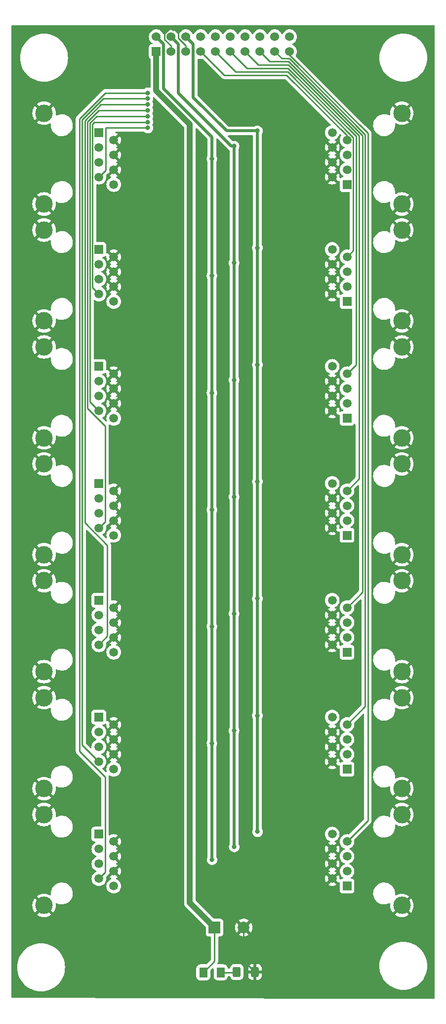
<source format=gbr>
%TF.GenerationSoftware,KiCad,Pcbnew,7.0.2-6a45011f42~172~ubuntu22.04.1*%
%TF.CreationDate,2023-07-12T14:23:40-05:00*%
%TF.ProjectId,EncoderHub,456e636f-6465-4724-9875-622e6b696361,rev?*%
%TF.SameCoordinates,Original*%
%TF.FileFunction,Copper,L1,Top*%
%TF.FilePolarity,Positive*%
%FSLAX46Y46*%
G04 Gerber Fmt 4.6, Leading zero omitted, Abs format (unit mm)*
G04 Created by KiCad (PCBNEW 7.0.2-6a45011f42~172~ubuntu22.04.1) date 2023-07-12 14:23:40*
%MOMM*%
%LPD*%
G01*
G04 APERTURE LIST*
G04 Aperture macros list*
%AMRoundRect*
0 Rectangle with rounded corners*
0 $1 Rounding radius*
0 $2 $3 $4 $5 $6 $7 $8 $9 X,Y pos of 4 corners*
0 Add a 4 corners polygon primitive as box body*
4,1,4,$2,$3,$4,$5,$6,$7,$8,$9,$2,$3,0*
0 Add four circle primitives for the rounded corners*
1,1,$1+$1,$2,$3*
1,1,$1+$1,$4,$5*
1,1,$1+$1,$6,$7*
1,1,$1+$1,$8,$9*
0 Add four rect primitives between the rounded corners*
20,1,$1+$1,$2,$3,$4,$5,0*
20,1,$1+$1,$4,$5,$6,$7,0*
20,1,$1+$1,$6,$7,$8,$9,0*
20,1,$1+$1,$8,$9,$2,$3,0*%
G04 Aperture macros list end*
%TA.AperFunction,ComponentPad*%
%ADD10R,1.500000X1.500000*%
%TD*%
%TA.AperFunction,ComponentPad*%
%ADD11C,1.500000*%
%TD*%
%TA.AperFunction,ComponentPad*%
%ADD12C,3.000000*%
%TD*%
%TA.AperFunction,SMDPad,CuDef*%
%ADD13RoundRect,0.250000X0.400000X0.625000X-0.400000X0.625000X-0.400000X-0.625000X0.400000X-0.625000X0*%
%TD*%
%TA.AperFunction,ComponentPad*%
%ADD14R,1.530000X1.530000*%
%TD*%
%TA.AperFunction,ComponentPad*%
%ADD15C,1.530000*%
%TD*%
%TA.AperFunction,ComponentPad*%
%ADD16R,2.000000X2.000000*%
%TD*%
%TA.AperFunction,ComponentPad*%
%ADD17C,2.000000*%
%TD*%
%TA.AperFunction,SMDPad,CuDef*%
%ADD18RoundRect,0.250001X-0.462499X-0.624999X0.462499X-0.624999X0.462499X0.624999X-0.462499X0.624999X0*%
%TD*%
%TA.AperFunction,ViaPad*%
%ADD19C,0.800000*%
%TD*%
%TA.AperFunction,Conductor*%
%ADD20C,1.000000*%
%TD*%
%TA.AperFunction,Conductor*%
%ADD21C,0.250000*%
%TD*%
%TA.AperFunction,Conductor*%
%ADD22C,0.500000*%
%TD*%
G04 APERTURE END LIST*
D10*
%TO.P,J15,1*%
%TO.N,MOSI*%
X112540000Y-168890000D03*
D11*
%TO.P,J15,2*%
%TO.N,GND*%
X110000000Y-167620000D03*
%TO.P,J15,3*%
%TO.N,MISO*%
X112540000Y-166350000D03*
%TO.P,J15,4*%
%TO.N,GND*%
X110000000Y-165080000D03*
%TO.P,J15,5*%
%TO.N,CLK*%
X112540000Y-163810000D03*
%TO.P,J15,6*%
%TO.N,GND*%
X110000000Y-162540000D03*
%TO.P,J15,7*%
%TO.N,CS6_R*%
X112540000Y-161270000D03*
%TO.P,J15,8*%
%TO.N,+3.3V*%
X110000000Y-160000000D03*
D12*
%TO.P,J15,SH*%
%TO.N,GND*%
X121940000Y-172215000D03*
X121940000Y-156675000D03*
%TD*%
D10*
%TO.P,J2,1*%
%TO.N,MOSI*%
X70000000Y-40000000D03*
D11*
%TO.P,J2,2*%
%TO.N,GND*%
X72540000Y-41270000D03*
%TO.P,J2,3*%
%TO.N,MISO*%
X70000000Y-42540000D03*
%TO.P,J2,4*%
%TO.N,GND*%
X72540000Y-43810000D03*
%TO.P,J2,5*%
%TO.N,CLK*%
X70000000Y-45080000D03*
%TO.P,J2,6*%
%TO.N,GND*%
X72540000Y-46350000D03*
%TO.P,J2,7*%
%TO.N,CS0_L*%
X70000000Y-47620000D03*
%TO.P,J2,8*%
%TO.N,+3.3V*%
X72540000Y-48890000D03*
D12*
%TO.P,J2,SH*%
%TO.N,GND*%
X60600000Y-36675000D03*
X60600000Y-52215000D03*
%TD*%
D10*
%TO.P,J7,1*%
%TO.N,MOSI*%
X70000000Y-140000000D03*
D11*
%TO.P,J7,2*%
%TO.N,GND*%
X72540000Y-141270000D03*
%TO.P,J7,3*%
%TO.N,MISO*%
X70000000Y-142540000D03*
%TO.P,J7,4*%
%TO.N,GND*%
X72540000Y-143810000D03*
%TO.P,J7,5*%
%TO.N,CLK*%
X70000000Y-145080000D03*
%TO.P,J7,6*%
%TO.N,GND*%
X72540000Y-146350000D03*
%TO.P,J7,7*%
%TO.N,CS5_L*%
X70000000Y-147620000D03*
%TO.P,J7,8*%
%TO.N,+3.3V*%
X72540000Y-148890000D03*
D12*
%TO.P,J7,SH*%
%TO.N,GND*%
X60600000Y-136675000D03*
X60600000Y-152215000D03*
%TD*%
D10*
%TO.P,J12,1*%
%TO.N,MOSI*%
X112540000Y-48890000D03*
D11*
%TO.P,J12,2*%
%TO.N,GND*%
X110000000Y-47620000D03*
%TO.P,J12,3*%
%TO.N,MISO*%
X112540000Y-46350000D03*
%TO.P,J12,4*%
%TO.N,GND*%
X110000000Y-45080000D03*
%TO.P,J12,5*%
%TO.N,CLK*%
X112540000Y-43810000D03*
%TO.P,J12,6*%
%TO.N,GND*%
X110000000Y-42540000D03*
%TO.P,J12,7*%
%TO.N,CS0_R*%
X112540000Y-41270000D03*
%TO.P,J12,8*%
%TO.N,+3.3V*%
X110000000Y-40000000D03*
D12*
%TO.P,J12,SH*%
%TO.N,GND*%
X121940000Y-52215000D03*
X121940000Y-36675000D03*
%TD*%
D10*
%TO.P,J13,1*%
%TO.N,MOSI*%
X112540000Y-68890000D03*
D11*
%TO.P,J13,2*%
%TO.N,GND*%
X110000000Y-67620000D03*
%TO.P,J13,3*%
%TO.N,MISO*%
X112540000Y-66350000D03*
%TO.P,J13,4*%
%TO.N,GND*%
X110000000Y-65080000D03*
%TO.P,J13,5*%
%TO.N,CLK*%
X112540000Y-63810000D03*
%TO.P,J13,6*%
%TO.N,GND*%
X110000000Y-62540000D03*
%TO.P,J13,7*%
%TO.N,CS1_R*%
X112540000Y-61270000D03*
%TO.P,J13,8*%
%TO.N,+3.3V*%
X110000000Y-60000000D03*
D12*
%TO.P,J13,SH*%
%TO.N,GND*%
X121940000Y-72215000D03*
X121940000Y-56675000D03*
%TD*%
D13*
%TO.P,R1,1*%
%TO.N,GND*%
X96750000Y-183600000D03*
%TO.P,R1,2*%
%TO.N,Net-(D1-A)*%
X93650000Y-183600000D03*
%TD*%
D10*
%TO.P,J4,1*%
%TO.N,MOSI*%
X70000000Y-80000000D03*
D11*
%TO.P,J4,2*%
%TO.N,GND*%
X72540000Y-81270000D03*
%TO.P,J4,3*%
%TO.N,MISO*%
X70000000Y-82540000D03*
%TO.P,J4,4*%
%TO.N,GND*%
X72540000Y-83810000D03*
%TO.P,J4,5*%
%TO.N,CLK*%
X70000000Y-85080000D03*
%TO.P,J4,6*%
%TO.N,GND*%
X72540000Y-86350000D03*
%TO.P,J4,7*%
%TO.N,CS2_L*%
X70000000Y-87620000D03*
%TO.P,J4,8*%
%TO.N,+3.3V*%
X72540000Y-88890000D03*
D12*
%TO.P,J4,SH*%
%TO.N,GND*%
X60600000Y-76675000D03*
X60600000Y-92215000D03*
%TD*%
D10*
%TO.P,J6,1*%
%TO.N,MOSI*%
X70000000Y-120000000D03*
D11*
%TO.P,J6,2*%
%TO.N,GND*%
X72540000Y-121270000D03*
%TO.P,J6,3*%
%TO.N,MISO*%
X70000000Y-122540000D03*
%TO.P,J6,4*%
%TO.N,GND*%
X72540000Y-123810000D03*
%TO.P,J6,5*%
%TO.N,CLK*%
X70000000Y-125080000D03*
%TO.P,J6,6*%
%TO.N,GND*%
X72540000Y-126350000D03*
%TO.P,J6,7*%
%TO.N,CS4_L*%
X70000000Y-127620000D03*
%TO.P,J6,8*%
%TO.N,+3.3V*%
X72540000Y-128890000D03*
D12*
%TO.P,J6,SH*%
%TO.N,GND*%
X60600000Y-116675000D03*
X60600000Y-132215000D03*
%TD*%
D10*
%TO.P,J9,1*%
%TO.N,MOSI*%
X112540000Y-108890000D03*
D11*
%TO.P,J9,2*%
%TO.N,GND*%
X110000000Y-107620000D03*
%TO.P,J9,3*%
%TO.N,MISO*%
X112540000Y-106350000D03*
%TO.P,J9,4*%
%TO.N,GND*%
X110000000Y-105080000D03*
%TO.P,J9,5*%
%TO.N,CLK*%
X112540000Y-103810000D03*
%TO.P,J9,6*%
%TO.N,GND*%
X110000000Y-102540000D03*
%TO.P,J9,7*%
%TO.N,CS3_R*%
X112540000Y-101270000D03*
%TO.P,J9,8*%
%TO.N,+3.3V*%
X110000000Y-100000000D03*
D12*
%TO.P,J9,SH*%
%TO.N,GND*%
X121940000Y-112215000D03*
X121940000Y-96675000D03*
%TD*%
D10*
%TO.P,J5,1*%
%TO.N,MOSI*%
X70000000Y-100000000D03*
D11*
%TO.P,J5,2*%
%TO.N,GND*%
X72540000Y-101270000D03*
%TO.P,J5,3*%
%TO.N,MISO*%
X70000000Y-102540000D03*
%TO.P,J5,4*%
%TO.N,GND*%
X72540000Y-103810000D03*
%TO.P,J5,5*%
%TO.N,CLK*%
X70000000Y-105080000D03*
%TO.P,J5,6*%
%TO.N,GND*%
X72540000Y-106350000D03*
%TO.P,J5,7*%
%TO.N,CS3_L*%
X70000000Y-107620000D03*
%TO.P,J5,8*%
%TO.N,+3.3V*%
X72540000Y-108890000D03*
D12*
%TO.P,J5,SH*%
%TO.N,GND*%
X60600000Y-96675000D03*
X60600000Y-112215000D03*
%TD*%
D10*
%TO.P,J14,1*%
%TO.N,MOSI*%
X112540000Y-88890000D03*
D11*
%TO.P,J14,2*%
%TO.N,GND*%
X110000000Y-87620000D03*
%TO.P,J14,3*%
%TO.N,MISO*%
X112540000Y-86350000D03*
%TO.P,J14,4*%
%TO.N,GND*%
X110000000Y-85080000D03*
%TO.P,J14,5*%
%TO.N,CLK*%
X112540000Y-83810000D03*
%TO.P,J14,6*%
%TO.N,GND*%
X110000000Y-82540000D03*
%TO.P,J14,7*%
%TO.N,CS2_R*%
X112540000Y-81270000D03*
%TO.P,J14,8*%
%TO.N,+3.3V*%
X110000000Y-80000000D03*
D12*
%TO.P,J14,SH*%
%TO.N,GND*%
X121940000Y-92215000D03*
X121940000Y-76675000D03*
%TD*%
D14*
%TO.P,J1,1,1*%
%TO.N,+3.3V*%
X79840000Y-26140000D03*
D15*
%TO.P,J1,2,2*%
%TO.N,CLK*%
X79840000Y-23600000D03*
%TO.P,J1,3,3*%
%TO.N,GND*%
X82380000Y-26140000D03*
%TO.P,J1,4,4*%
%TO.N,MISO*%
X82380000Y-23600000D03*
%TO.P,J1,5,5*%
%TO.N,GND*%
X84920000Y-26140000D03*
%TO.P,J1,6,6*%
%TO.N,MOSI*%
X84920000Y-23600000D03*
%TO.P,J1,7,7*%
%TO.N,CS0_R*%
X87460000Y-26140000D03*
%TO.P,J1,8,8*%
%TO.N,CS6_L*%
X87460000Y-23600000D03*
%TO.P,J1,9,9*%
%TO.N,CS1_R*%
X90000000Y-26140000D03*
%TO.P,J1,10,10*%
%TO.N,CS5_L*%
X90000000Y-23600000D03*
%TO.P,J1,11,11*%
%TO.N,CS2_R*%
X92540000Y-26140000D03*
%TO.P,J1,12,12*%
%TO.N,CS4_L*%
X92540000Y-23600000D03*
%TO.P,J1,13,13*%
%TO.N,CS3_R*%
X95080000Y-26140000D03*
%TO.P,J1,14,14*%
%TO.N,CS3_L*%
X95080000Y-23600000D03*
%TO.P,J1,15,15*%
%TO.N,CS4_R*%
X97620000Y-26140000D03*
%TO.P,J1,16,16*%
%TO.N,CS2_L*%
X97620000Y-23600000D03*
%TO.P,J1,17,17*%
%TO.N,CS5_R*%
X100160000Y-26140000D03*
%TO.P,J1,18,18*%
%TO.N,CS1_L*%
X100160000Y-23600000D03*
%TO.P,J1,19,19*%
%TO.N,CS6_R*%
X102700000Y-26140000D03*
%TO.P,J1,20,20*%
%TO.N,CS0_L*%
X102700000Y-23600000D03*
%TD*%
D10*
%TO.P,J3,1*%
%TO.N,MOSI*%
X70000000Y-60000000D03*
D11*
%TO.P,J3,2*%
%TO.N,GND*%
X72540000Y-61270000D03*
%TO.P,J3,3*%
%TO.N,MISO*%
X70000000Y-62540000D03*
%TO.P,J3,4*%
%TO.N,GND*%
X72540000Y-63810000D03*
%TO.P,J3,5*%
%TO.N,CLK*%
X70000000Y-65080000D03*
%TO.P,J3,6*%
%TO.N,GND*%
X72540000Y-66350000D03*
%TO.P,J3,7*%
%TO.N,CS1_L*%
X70000000Y-67620000D03*
%TO.P,J3,8*%
%TO.N,+3.3V*%
X72540000Y-68890000D03*
D12*
%TO.P,J3,SH*%
%TO.N,GND*%
X60600000Y-56675000D03*
X60600000Y-72215000D03*
%TD*%
D10*
%TO.P,J10,1*%
%TO.N,MOSI*%
X112540000Y-128890000D03*
D11*
%TO.P,J10,2*%
%TO.N,GND*%
X110000000Y-127620000D03*
%TO.P,J10,3*%
%TO.N,MISO*%
X112540000Y-126350000D03*
%TO.P,J10,4*%
%TO.N,GND*%
X110000000Y-125080000D03*
%TO.P,J10,5*%
%TO.N,CLK*%
X112540000Y-123810000D03*
%TO.P,J10,6*%
%TO.N,GND*%
X110000000Y-122540000D03*
%TO.P,J10,7*%
%TO.N,CS4_R*%
X112540000Y-121270000D03*
%TO.P,J10,8*%
%TO.N,+3.3V*%
X110000000Y-120000000D03*
D12*
%TO.P,J10,SH*%
%TO.N,GND*%
X121940000Y-132215000D03*
X121940000Y-116675000D03*
%TD*%
D16*
%TO.P,C1,1*%
%TO.N,+3.3V*%
X89832323Y-176000000D03*
D17*
%TO.P,C1,2*%
%TO.N,GND*%
X94832323Y-176000000D03*
%TD*%
D10*
%TO.P,J11,1*%
%TO.N,MOSI*%
X112540000Y-148890000D03*
D11*
%TO.P,J11,2*%
%TO.N,GND*%
X110000000Y-147620000D03*
%TO.P,J11,3*%
%TO.N,MISO*%
X112540000Y-146350000D03*
%TO.P,J11,4*%
%TO.N,GND*%
X110000000Y-145080000D03*
%TO.P,J11,5*%
%TO.N,CLK*%
X112540000Y-143810000D03*
%TO.P,J11,6*%
%TO.N,GND*%
X110000000Y-142540000D03*
%TO.P,J11,7*%
%TO.N,CS5_R*%
X112540000Y-141270000D03*
%TO.P,J11,8*%
%TO.N,+3.3V*%
X110000000Y-140000000D03*
D12*
%TO.P,J11,SH*%
%TO.N,GND*%
X121940000Y-152215000D03*
X121940000Y-136675000D03*
%TD*%
D18*
%TO.P,D1,1,K*%
%TO.N,+3.3V*%
X87912500Y-183660000D03*
%TO.P,D1,2,A*%
%TO.N,Net-(D1-A)*%
X90887500Y-183660000D03*
%TD*%
D10*
%TO.P,J8,1*%
%TO.N,MOSI*%
X70000000Y-160000000D03*
D11*
%TO.P,J8,2*%
%TO.N,GND*%
X72540000Y-161270000D03*
%TO.P,J8,3*%
%TO.N,MISO*%
X70000000Y-162540000D03*
%TO.P,J8,4*%
%TO.N,GND*%
X72540000Y-163810000D03*
%TO.P,J8,5*%
%TO.N,CLK*%
X70000000Y-165080000D03*
%TO.P,J8,6*%
%TO.N,GND*%
X72540000Y-166350000D03*
%TO.P,J8,7*%
%TO.N,CS6_L*%
X70000000Y-167620000D03*
%TO.P,J8,8*%
%TO.N,+3.3V*%
X72540000Y-168890000D03*
D12*
%TO.P,J8,SH*%
%TO.N,GND*%
X60600000Y-156675000D03*
X60600000Y-172215000D03*
%TD*%
D19*
%TO.N,+3.3V*%
X85575000Y-108510000D03*
X85575000Y-48510000D03*
X85600000Y-168400000D03*
X85575000Y-148510000D03*
X85575000Y-128510000D03*
X85575000Y-88510000D03*
X85575000Y-68510000D03*
%TO.N,CLK*%
X89375000Y-84510000D03*
X89375000Y-144510000D03*
X89375000Y-104510000D03*
X89375000Y-64510000D03*
X89400000Y-164400000D03*
X89375000Y-44510000D03*
X89375000Y-124510000D03*
%TO.N,CS0_L*%
X78400000Y-39200000D03*
%TO.N,MISO*%
X93200000Y-162200000D03*
X93175000Y-62310000D03*
X93175000Y-142310000D03*
X93175000Y-42310000D03*
X93175000Y-82310000D03*
X93175000Y-102310000D03*
X93175000Y-122310000D03*
%TO.N,CS1_L*%
X78400000Y-38200000D03*
%TO.N,MOSI*%
X97200000Y-159600000D03*
X97175000Y-99710000D03*
X97175000Y-39710000D03*
X97175000Y-59710000D03*
X97175000Y-119710000D03*
X97175000Y-139710000D03*
X97175000Y-79710000D03*
%TO.N,CS2_L*%
X78400000Y-37200000D03*
%TO.N,CS3_L*%
X78400000Y-36200000D03*
%TO.N,CS4_L*%
X78400000Y-35200497D03*
%TO.N,CS5_L*%
X78400000Y-34200994D03*
%TO.N,CS6_L*%
X78400000Y-33200000D03*
%TO.N,GND*%
X82800000Y-22200000D03*
%TD*%
D20*
%TO.N,+3.3V*%
X85600000Y-168400000D02*
X85600000Y-171767677D01*
X85600000Y-168400000D02*
X85600000Y-38600000D01*
D21*
X89832323Y-181740177D02*
X89832323Y-176000000D01*
D20*
X85600000Y-171767677D02*
X89832323Y-176000000D01*
D21*
X87912500Y-183660000D02*
X89832323Y-181740177D01*
D20*
X79840000Y-32840000D02*
X79840000Y-26140000D01*
X85600000Y-38600000D02*
X79840000Y-32840000D01*
D22*
%TO.N,CLK*%
X89400000Y-164400000D02*
X89400000Y-40800000D01*
X81055000Y-32455000D02*
X81055000Y-24815000D01*
X81055000Y-24815000D02*
X79840000Y-23600000D01*
X89400000Y-40800000D02*
X81055000Y-32455000D01*
D21*
%TO.N,CS0_L*%
X70000000Y-47620000D02*
X71200000Y-46420000D01*
X71200000Y-46420000D02*
X71200000Y-39200000D01*
X71200000Y-39200000D02*
X78400000Y-39200000D01*
D22*
%TO.N,MISO*%
X83600000Y-24820000D02*
X83600000Y-33200000D01*
X93175000Y-42310000D02*
X93200000Y-42335000D01*
X92710000Y-42310000D02*
X93175000Y-42310000D01*
X93200000Y-42335000D02*
X93200000Y-162200000D01*
X83600000Y-33200000D02*
X92710000Y-42310000D01*
X82380000Y-23600000D02*
X83600000Y-24820000D01*
D21*
%TO.N,CS1_L*%
X68925000Y-66545000D02*
X68925000Y-38537111D01*
X70000000Y-67620000D02*
X68925000Y-66545000D01*
X69262111Y-38200000D02*
X78400000Y-38200000D01*
X68925000Y-38537111D02*
X69262111Y-38200000D01*
D22*
%TO.N,MOSI*%
X86200000Y-34000000D02*
X91910000Y-39710000D01*
X84920000Y-23600000D02*
X86200000Y-24880000D01*
X97200000Y-159600000D02*
X97175000Y-159575000D01*
X86200000Y-24880000D02*
X86200000Y-34000000D01*
X91910000Y-39710000D02*
X97175000Y-39710000D01*
X97175000Y-159575000D02*
X97175000Y-39710000D01*
D21*
%TO.N,CS2_L*%
X68475000Y-38350715D02*
X69625715Y-37200000D01*
X69625715Y-37200000D02*
X78400000Y-37200000D01*
X70000000Y-87620000D02*
X68475000Y-86095000D01*
X68475000Y-86095000D02*
X68475000Y-38350715D01*
%TO.N,CS0_R*%
X112540000Y-41270000D02*
X112540000Y-40540000D01*
X102200000Y-30200000D02*
X91520000Y-30200000D01*
X91520000Y-30200000D02*
X87460000Y-26140000D01*
X112540000Y-40540000D02*
X102200000Y-30200000D01*
%TO.N,CS3_L*%
X69989319Y-36200000D02*
X78400000Y-36200000D01*
X68025000Y-38164319D02*
X69989319Y-36200000D01*
X70000000Y-107620000D02*
X71075000Y-106545000D01*
X71075000Y-90215280D02*
X68025000Y-87165280D01*
X68025000Y-87165280D02*
X68025000Y-38164319D01*
X71075000Y-106545000D02*
X71075000Y-90215280D01*
%TO.N,CS1_R*%
X102390280Y-29600000D02*
X93460000Y-29600000D01*
X113615000Y-60195000D02*
X113615000Y-40824720D01*
X93460000Y-29600000D02*
X90000000Y-26140000D01*
X112540000Y-61270000D02*
X113615000Y-60195000D01*
X113615000Y-40824720D02*
X102390280Y-29600000D01*
%TO.N,CS4_L*%
X71465000Y-110605280D02*
X67575000Y-106715280D01*
X70352426Y-35200497D02*
X78400000Y-35200497D01*
X71465000Y-126155000D02*
X71465000Y-110605280D01*
X67575000Y-106715280D02*
X67575000Y-37977923D01*
X67575000Y-37977923D02*
X70352426Y-35200497D01*
X70000000Y-127620000D02*
X71465000Y-126155000D01*
%TO.N,CS2_R*%
X95400000Y-29000000D02*
X92540000Y-26140000D01*
X114065000Y-79745000D02*
X112540000Y-81270000D01*
X95400000Y-29000000D02*
X102426676Y-29000000D01*
X102426676Y-29000000D02*
X114065000Y-40638324D01*
X114065000Y-40638324D02*
X114065000Y-79745000D01*
%TO.N,CS5_L*%
X67125000Y-37791527D02*
X70715533Y-34200994D01*
X70715533Y-34200994D02*
X78400000Y-34200994D01*
X70000000Y-147620000D02*
X67125000Y-144745000D01*
X67125000Y-144745000D02*
X67125000Y-37791527D01*
%TO.N,CS3_R*%
X97340000Y-28400000D02*
X95080000Y-26140000D01*
X112540000Y-101270000D02*
X114600000Y-99210000D01*
X114600000Y-40536928D02*
X102463072Y-28400000D01*
X114600000Y-99210000D02*
X114600000Y-40536928D01*
X102463072Y-28400000D02*
X97340000Y-28400000D01*
%TO.N,CS6_L*%
X66675000Y-145815280D02*
X66675000Y-37605131D01*
X70000000Y-167620000D02*
X71075000Y-166545000D01*
X66675000Y-37605131D02*
X71080131Y-33200000D01*
X71080131Y-33200000D02*
X78400000Y-33200000D01*
X71075000Y-166545000D02*
X71075000Y-150215280D01*
X71075000Y-150215280D02*
X66675000Y-145815280D01*
%TO.N,CS4_R*%
X102499468Y-27800000D02*
X99280000Y-27800000D01*
X112540000Y-121270000D02*
X115200000Y-118610000D01*
X115200000Y-118610000D02*
X115200000Y-40500532D01*
X99280000Y-27800000D02*
X97620000Y-26140000D01*
X115200000Y-40500532D02*
X102499468Y-27800000D01*
%TO.N,GND*%
X84920000Y-25141493D02*
X83600000Y-23821493D01*
X82200000Y-22200000D02*
X82800000Y-22200000D01*
X82380000Y-26140000D02*
X82380000Y-25141493D01*
X83600000Y-23821493D02*
X83600000Y-23000000D01*
X82380000Y-25141493D02*
X81290000Y-24051493D01*
X96750000Y-183600000D02*
X94832323Y-181682323D01*
X81290000Y-24051493D02*
X81290000Y-23110000D01*
X84920000Y-26140000D02*
X84920000Y-25141493D01*
X94832323Y-181682323D02*
X94832323Y-176000000D01*
X83600000Y-23000000D02*
X82800000Y-22200000D01*
X81290000Y-23110000D02*
X82200000Y-22200000D01*
%TO.N,CS5_R*%
X115650000Y-40314136D02*
X102685864Y-27350000D01*
X115650000Y-138160000D02*
X115650000Y-40314136D01*
X112540000Y-141270000D02*
X115650000Y-138160000D01*
X102685864Y-27350000D02*
X101370000Y-27350000D01*
X101370000Y-27350000D02*
X100160000Y-26140000D01*
%TO.N,CS6_R*%
X102700000Y-26140000D02*
X102700000Y-26727740D01*
X116100000Y-40127740D02*
X116100000Y-157710000D01*
X102700000Y-26727740D02*
X116100000Y-40127740D01*
X116100000Y-157710000D02*
X112540000Y-161270000D01*
%TO.N,Net-(D1-A)*%
X93590000Y-183660000D02*
X93650000Y-183600000D01*
X90887500Y-183660000D02*
X93590000Y-183660000D01*
%TD*%
%TA.AperFunction,Conductor*%
%TO.N,GND*%
G36*
X71224613Y-141110458D02*
G01*
X71274019Y-141159863D01*
X71288871Y-141228136D01*
X71288715Y-141230097D01*
X71285224Y-141269998D01*
X71304287Y-141487886D01*
X71360898Y-141699161D01*
X71453331Y-141897386D01*
X71496873Y-141959571D01*
X71496875Y-141959572D01*
X72095550Y-141360896D01*
X72096327Y-141371265D01*
X72145887Y-141497541D01*
X72230465Y-141603599D01*
X72342547Y-141680016D01*
X72450299Y-141713253D01*
X71850426Y-142313124D01*
X71850427Y-142313125D01*
X71912610Y-142356666D01*
X72064767Y-142427618D01*
X72117206Y-142473790D01*
X72136358Y-142540984D01*
X72116142Y-142607865D01*
X72064767Y-142652382D01*
X71912611Y-142723333D01*
X71850428Y-142766874D01*
X71850427Y-142766875D01*
X72451768Y-143368215D01*
X72405862Y-143375135D01*
X72283643Y-143433993D01*
X72184202Y-143526260D01*
X72116375Y-143643740D01*
X72098500Y-143722052D01*
X71496875Y-143120427D01*
X71496874Y-143120428D01*
X71453333Y-143182611D01*
X71360897Y-143380840D01*
X71304287Y-143592113D01*
X71285224Y-143810000D01*
X71304287Y-144027886D01*
X71360898Y-144239161D01*
X71453331Y-144437386D01*
X71496873Y-144499571D01*
X71496875Y-144499572D01*
X72095550Y-143900896D01*
X72096327Y-143911265D01*
X72145887Y-144037541D01*
X72230465Y-144143599D01*
X72342547Y-144220016D01*
X72450299Y-144253253D01*
X71850426Y-144853124D01*
X71850427Y-144853125D01*
X71912610Y-144896666D01*
X72064767Y-144967618D01*
X72117206Y-145013790D01*
X72136358Y-145080984D01*
X72116142Y-145147865D01*
X72064767Y-145192382D01*
X71912611Y-145263333D01*
X71850428Y-145306874D01*
X71850427Y-145306875D01*
X72451769Y-145908215D01*
X72405862Y-145915135D01*
X72283643Y-145973993D01*
X72184202Y-146066260D01*
X72116375Y-146183740D01*
X72098500Y-146262052D01*
X71496875Y-145660427D01*
X71496874Y-145660428D01*
X71453333Y-145722611D01*
X71360897Y-145920840D01*
X71304287Y-146132113D01*
X71285224Y-146350000D01*
X71304287Y-146567886D01*
X71360898Y-146779161D01*
X71453331Y-146977386D01*
X71496873Y-147039571D01*
X71496875Y-147039572D01*
X72095550Y-146440896D01*
X72096327Y-146451265D01*
X72145887Y-146577541D01*
X72230465Y-146683599D01*
X72342547Y-146760016D01*
X72450299Y-146793253D01*
X71850426Y-147393124D01*
X71850427Y-147393125D01*
X71912612Y-147436667D01*
X72064174Y-147507341D01*
X72116614Y-147553513D01*
X72135766Y-147620706D01*
X72115551Y-147687588D01*
X72064176Y-147732105D01*
X71912359Y-147802899D01*
X71733122Y-147928402D01*
X71578402Y-148083122D01*
X71452898Y-148262361D01*
X71360425Y-148460668D01*
X71303792Y-148672025D01*
X71284722Y-148889999D01*
X71303792Y-149107974D01*
X71349281Y-149277740D01*
X71347618Y-149347590D01*
X71308456Y-149405453D01*
X71244227Y-149432957D01*
X71175325Y-149421371D01*
X71141825Y-149397515D01*
X70628483Y-148884173D01*
X70594998Y-148822850D01*
X70599982Y-148753158D01*
X70641854Y-148697225D01*
X70645012Y-148694937D01*
X70806877Y-148581598D01*
X70961598Y-148426877D01*
X71087102Y-148247639D01*
X71179575Y-148049330D01*
X71236207Y-147837977D01*
X71255277Y-147620000D01*
X71236207Y-147402023D01*
X71179575Y-147190670D01*
X71087102Y-146992362D01*
X70961598Y-146813123D01*
X70806877Y-146658402D01*
X70627639Y-146532898D01*
X70585342Y-146513174D01*
X70476417Y-146462381D01*
X70423978Y-146416208D01*
X70404826Y-146349014D01*
X70425042Y-146282133D01*
X70476416Y-146237618D01*
X70627639Y-146167102D01*
X70806877Y-146041598D01*
X70961598Y-145886877D01*
X71087102Y-145707639D01*
X71179575Y-145509330D01*
X71236207Y-145297977D01*
X71255277Y-145080000D01*
X71236207Y-144862023D01*
X71179575Y-144650670D01*
X71087102Y-144452362D01*
X70961598Y-144273123D01*
X70806877Y-144118402D01*
X70627639Y-143992898D01*
X70476417Y-143922382D01*
X70423978Y-143876210D01*
X70404826Y-143809016D01*
X70425042Y-143742135D01*
X70476417Y-143697618D01*
X70479324Y-143696262D01*
X70627639Y-143627102D01*
X70806877Y-143501598D01*
X70961598Y-143346877D01*
X71087102Y-143167639D01*
X71179575Y-142969330D01*
X71236207Y-142757977D01*
X71255277Y-142540000D01*
X71236207Y-142322023D01*
X71179575Y-142110670D01*
X71087102Y-141912362D01*
X70961598Y-141733123D01*
X70806877Y-141578402D01*
X70660736Y-141476072D01*
X70617112Y-141421497D01*
X70609918Y-141351999D01*
X70641441Y-141289644D01*
X70701671Y-141254230D01*
X70731859Y-141250499D01*
X70797872Y-141250499D01*
X70857483Y-141244091D01*
X70992331Y-141193796D01*
X71090876Y-141120024D01*
X71156340Y-141095607D01*
X71224613Y-141110458D01*
G37*
%TD.AperFunction*%
%TA.AperFunction,Conductor*%
G36*
X72096327Y-106451265D02*
G01*
X72145887Y-106577541D01*
X72230465Y-106683599D01*
X72342547Y-106760016D01*
X72450299Y-106793253D01*
X71850426Y-107393124D01*
X71850427Y-107393125D01*
X71912612Y-107436667D01*
X72064174Y-107507341D01*
X72116614Y-107553513D01*
X72135766Y-107620706D01*
X72115551Y-107687588D01*
X72064176Y-107732105D01*
X71912359Y-107802899D01*
X71733122Y-107928402D01*
X71578402Y-108083122D01*
X71452898Y-108262361D01*
X71360425Y-108460668D01*
X71303792Y-108672025D01*
X71284722Y-108889999D01*
X71303792Y-109107976D01*
X71349280Y-109277740D01*
X71347617Y-109347590D01*
X71308454Y-109405452D01*
X71244226Y-109432956D01*
X71175324Y-109421369D01*
X71141825Y-109397515D01*
X70628481Y-108884170D01*
X70594998Y-108822850D01*
X70599982Y-108753158D01*
X70641854Y-108697225D01*
X70645012Y-108694937D01*
X70806877Y-108581598D01*
X70961598Y-108426877D01*
X71087102Y-108247639D01*
X71179575Y-108049330D01*
X71236207Y-107837977D01*
X71255277Y-107620000D01*
X71236207Y-107402023D01*
X71236207Y-107402021D01*
X71226495Y-107365776D01*
X71228157Y-107295926D01*
X71258586Y-107246002D01*
X71426695Y-107077893D01*
X71488016Y-107044410D01*
X71492308Y-107044137D01*
X72095549Y-106440896D01*
X72096327Y-106451265D01*
G37*
%TD.AperFunction*%
%TA.AperFunction,Conductor*%
G36*
X71224613Y-81110458D02*
G01*
X71274019Y-81159863D01*
X71288871Y-81228136D01*
X71288715Y-81230097D01*
X71285224Y-81269998D01*
X71304287Y-81487886D01*
X71360898Y-81699161D01*
X71453331Y-81897386D01*
X71496873Y-81959571D01*
X71496875Y-81959572D01*
X72095550Y-81360896D01*
X72096327Y-81371265D01*
X72145887Y-81497541D01*
X72230465Y-81603599D01*
X72342547Y-81680016D01*
X72450299Y-81713253D01*
X71850426Y-82313124D01*
X71850427Y-82313125D01*
X71912610Y-82356666D01*
X72064767Y-82427618D01*
X72117206Y-82473790D01*
X72136358Y-82540984D01*
X72116142Y-82607865D01*
X72064767Y-82652382D01*
X71912611Y-82723333D01*
X71850428Y-82766874D01*
X71850427Y-82766875D01*
X72451768Y-83368215D01*
X72405862Y-83375135D01*
X72283643Y-83433993D01*
X72184202Y-83526260D01*
X72116375Y-83643740D01*
X72098500Y-83722052D01*
X71496875Y-83120427D01*
X71496874Y-83120428D01*
X71453333Y-83182611D01*
X71360897Y-83380840D01*
X71304287Y-83592113D01*
X71285224Y-83810000D01*
X71304287Y-84027886D01*
X71360898Y-84239161D01*
X71453331Y-84437386D01*
X71496873Y-84499571D01*
X71496875Y-84499572D01*
X72095550Y-83900896D01*
X72096327Y-83911265D01*
X72145887Y-84037541D01*
X72230465Y-84143599D01*
X72342547Y-84220016D01*
X72450299Y-84253253D01*
X71850426Y-84853124D01*
X71850427Y-84853125D01*
X71912610Y-84896666D01*
X72064767Y-84967618D01*
X72117206Y-85013790D01*
X72136358Y-85080984D01*
X72116142Y-85147865D01*
X72064767Y-85192382D01*
X71912611Y-85263333D01*
X71850428Y-85306874D01*
X71850427Y-85306875D01*
X72451768Y-85908215D01*
X72405862Y-85915135D01*
X72283643Y-85973993D01*
X72184202Y-86066260D01*
X72116375Y-86183740D01*
X72098501Y-86262052D01*
X71496876Y-85660427D01*
X71496874Y-85660428D01*
X71453333Y-85722611D01*
X71360897Y-85920840D01*
X71304287Y-86132113D01*
X71285224Y-86350000D01*
X71304287Y-86567886D01*
X71360898Y-86779161D01*
X71453331Y-86977386D01*
X71496873Y-87039571D01*
X71496874Y-87039572D01*
X72095549Y-86440896D01*
X72096327Y-86451265D01*
X72145887Y-86577541D01*
X72230465Y-86683599D01*
X72342547Y-86760016D01*
X72450299Y-86793253D01*
X71850426Y-87393124D01*
X71850427Y-87393125D01*
X71912612Y-87436667D01*
X72064174Y-87507341D01*
X72116614Y-87553513D01*
X72135766Y-87620706D01*
X72115551Y-87687588D01*
X72064176Y-87732105D01*
X71912359Y-87802899D01*
X71733122Y-87928402D01*
X71578402Y-88083122D01*
X71452898Y-88262361D01*
X71360425Y-88460668D01*
X71303792Y-88672025D01*
X71284722Y-88889999D01*
X71303792Y-89107976D01*
X71349280Y-89277739D01*
X71347617Y-89347588D01*
X71308455Y-89405451D01*
X71244226Y-89432955D01*
X71175324Y-89421369D01*
X71141824Y-89397513D01*
X70628484Y-88884173D01*
X70594999Y-88822850D01*
X70599983Y-88753158D01*
X70641855Y-88697225D01*
X70645041Y-88694917D01*
X70677734Y-88672025D01*
X70806877Y-88581598D01*
X70961598Y-88426877D01*
X71087102Y-88247639D01*
X71179575Y-88049330D01*
X71236207Y-87837977D01*
X71255277Y-87620000D01*
X71236207Y-87402023D01*
X71179575Y-87190670D01*
X71087102Y-86992362D01*
X70961598Y-86813123D01*
X70806877Y-86658402D01*
X70627639Y-86532898D01*
X70476417Y-86462382D01*
X70423978Y-86416210D01*
X70404826Y-86349016D01*
X70425042Y-86282135D01*
X70476417Y-86237618D01*
X70479324Y-86236262D01*
X70627639Y-86167102D01*
X70806877Y-86041598D01*
X70961598Y-85886877D01*
X71087102Y-85707639D01*
X71179575Y-85509330D01*
X71236207Y-85297977D01*
X71255277Y-85080000D01*
X71236207Y-84862023D01*
X71179575Y-84650670D01*
X71087102Y-84452362D01*
X70961598Y-84273123D01*
X70806877Y-84118402D01*
X70627639Y-83992898D01*
X70578476Y-83969973D01*
X70476417Y-83922381D01*
X70423978Y-83876208D01*
X70404826Y-83809014D01*
X70425042Y-83742133D01*
X70476416Y-83697618D01*
X70627639Y-83627102D01*
X70806877Y-83501598D01*
X70961598Y-83346877D01*
X71087102Y-83167639D01*
X71179575Y-82969330D01*
X71236207Y-82757977D01*
X71255277Y-82540000D01*
X71236207Y-82322023D01*
X71179575Y-82110670D01*
X71087102Y-81912362D01*
X70961598Y-81733123D01*
X70806877Y-81578402D01*
X70660736Y-81476072D01*
X70617112Y-81421497D01*
X70609918Y-81351999D01*
X70641441Y-81289644D01*
X70701671Y-81254230D01*
X70731859Y-81250499D01*
X70797872Y-81250499D01*
X70857483Y-81244091D01*
X70992331Y-81193796D01*
X71090876Y-81120024D01*
X71156340Y-81095607D01*
X71224613Y-81110458D01*
G37*
%TD.AperFunction*%
%TA.AperFunction,Conductor*%
G36*
X111369742Y-40266894D02*
G01*
X111408609Y-40293199D01*
X111504883Y-40389473D01*
X111538367Y-40450794D01*
X111533383Y-40520486D01*
X111518777Y-40548275D01*
X111452898Y-40642361D01*
X111360425Y-40840668D01*
X111303792Y-41052025D01*
X111284722Y-41270000D01*
X111303792Y-41487974D01*
X111360425Y-41699331D01*
X111397008Y-41777783D01*
X111452898Y-41897639D01*
X111578402Y-42076877D01*
X111733123Y-42231598D01*
X111912361Y-42357102D01*
X112011237Y-42403208D01*
X112063582Y-42427618D01*
X112116021Y-42473791D01*
X112135173Y-42540984D01*
X112114957Y-42607865D01*
X112063582Y-42652382D01*
X111912361Y-42722898D01*
X111733122Y-42848402D01*
X111578402Y-43003122D01*
X111452898Y-43182361D01*
X111360425Y-43380668D01*
X111303792Y-43592025D01*
X111284722Y-43810000D01*
X111303792Y-44027974D01*
X111360425Y-44239331D01*
X111398854Y-44321742D01*
X111452898Y-44437639D01*
X111578402Y-44616877D01*
X111733123Y-44771598D01*
X111912361Y-44897102D01*
X112002252Y-44939019D01*
X112063582Y-44967618D01*
X112116021Y-45013791D01*
X112135173Y-45080984D01*
X112114957Y-45147865D01*
X112063582Y-45192382D01*
X111912361Y-45262898D01*
X111733122Y-45388402D01*
X111578402Y-45543122D01*
X111452898Y-45722361D01*
X111360425Y-45920668D01*
X111303792Y-46132025D01*
X111284722Y-46349999D01*
X111303792Y-46567974D01*
X111360425Y-46779331D01*
X111395880Y-46855364D01*
X111452898Y-46977639D01*
X111578402Y-47156877D01*
X111733123Y-47311598D01*
X111879263Y-47413926D01*
X111922887Y-47468502D01*
X111930081Y-47538000D01*
X111898558Y-47600355D01*
X111838328Y-47635769D01*
X111808141Y-47639500D01*
X111745440Y-47639500D01*
X111745421Y-47639500D01*
X111742128Y-47639501D01*
X111738848Y-47639853D01*
X111738840Y-47639854D01*
X111682515Y-47645909D01*
X111547667Y-47696204D01*
X111449122Y-47769975D01*
X111383658Y-47794392D01*
X111315385Y-47779540D01*
X111265980Y-47730135D01*
X111251128Y-47661862D01*
X111251284Y-47659899D01*
X111254775Y-47619998D01*
X111235712Y-47402113D01*
X111179102Y-47190840D01*
X111086667Y-46992615D01*
X111043123Y-46930428D01*
X110444449Y-47529101D01*
X110443673Y-47518735D01*
X110394113Y-47392459D01*
X110309535Y-47286401D01*
X110197453Y-47209984D01*
X110089699Y-47176746D01*
X110689572Y-46576874D01*
X110689571Y-46576873D01*
X110627388Y-46533332D01*
X110475232Y-46462381D01*
X110422793Y-46416209D01*
X110403641Y-46349015D01*
X110423857Y-46282134D01*
X110475233Y-46237617D01*
X110627384Y-46166668D01*
X110689572Y-46123124D01*
X110088232Y-45521784D01*
X110134138Y-45514865D01*
X110256357Y-45456007D01*
X110355798Y-45363740D01*
X110423625Y-45246260D01*
X110441499Y-45167945D01*
X111043124Y-45769572D01*
X111086667Y-45707385D01*
X111179102Y-45509159D01*
X111235712Y-45297886D01*
X111254775Y-45080000D01*
X111235712Y-44862113D01*
X111179102Y-44650840D01*
X111086667Y-44452615D01*
X111043123Y-44390427D01*
X110444449Y-44989101D01*
X110443673Y-44978735D01*
X110394113Y-44852459D01*
X110309535Y-44746401D01*
X110197453Y-44669984D01*
X110089700Y-44636747D01*
X110689572Y-44036875D01*
X110689571Y-44036873D01*
X110627388Y-43993332D01*
X110475232Y-43922381D01*
X110422793Y-43876209D01*
X110403641Y-43809015D01*
X110423857Y-43742134D01*
X110475233Y-43697617D01*
X110627384Y-43626668D01*
X110689572Y-43583124D01*
X110088232Y-42981784D01*
X110134138Y-42974865D01*
X110256357Y-42916007D01*
X110355798Y-42823740D01*
X110423625Y-42706260D01*
X110441499Y-42627946D01*
X111043124Y-43229572D01*
X111086667Y-43167385D01*
X111179102Y-42969159D01*
X111235712Y-42757886D01*
X111254775Y-42540000D01*
X111235712Y-42322113D01*
X111179102Y-42110840D01*
X111086667Y-41912615D01*
X111043123Y-41850428D01*
X110444449Y-42449101D01*
X110443673Y-42438735D01*
X110394113Y-42312459D01*
X110309535Y-42206401D01*
X110197453Y-42129984D01*
X110089700Y-42096747D01*
X110689572Y-41496875D01*
X110689571Y-41496873D01*
X110627386Y-41453331D01*
X110475825Y-41382658D01*
X110423385Y-41336486D01*
X110404233Y-41269293D01*
X110424448Y-41202411D01*
X110475822Y-41157895D01*
X110627639Y-41087102D01*
X110806877Y-40961598D01*
X110961598Y-40806877D01*
X111087102Y-40627639D01*
X111179575Y-40429330D01*
X111201156Y-40348788D01*
X111237519Y-40289130D01*
X111300366Y-40258600D01*
X111369742Y-40266894D01*
G37*
%TD.AperFunction*%
%TA.AperFunction,Conductor*%
G36*
X127540721Y-21659899D02*
G01*
X127586476Y-21712703D01*
X127597682Y-21764214D01*
X127597682Y-188075500D01*
X127577997Y-188142539D01*
X127525193Y-188188294D01*
X127473682Y-188199500D01*
X112818500Y-188199500D01*
X55124158Y-188040561D01*
X55057173Y-188020691D01*
X55011564Y-187967762D01*
X55000500Y-187916561D01*
X55000500Y-182800000D01*
X55994555Y-182800000D01*
X55994704Y-182803032D01*
X56014174Y-183199363D01*
X56014175Y-183199375D01*
X56014324Y-183202404D01*
X56014768Y-183205400D01*
X56014770Y-183205416D01*
X56072995Y-183597934D01*
X56073440Y-183600933D01*
X56074174Y-183603864D01*
X56074176Y-183603873D01*
X56170595Y-183988801D01*
X56170599Y-183988816D01*
X56171334Y-183991748D01*
X56307063Y-184371086D01*
X56308361Y-184373830D01*
X56308365Y-184373840D01*
X56478018Y-184732539D01*
X56479321Y-184735293D01*
X56480889Y-184737909D01*
X56652963Y-185024999D01*
X56686447Y-185080863D01*
X56926448Y-185404467D01*
X57197012Y-185702988D01*
X57495533Y-185973552D01*
X57819137Y-186213553D01*
X58164707Y-186420679D01*
X58528914Y-186592937D01*
X58908252Y-186728666D01*
X59299067Y-186826560D01*
X59697596Y-186885676D01*
X60100000Y-186905445D01*
X60502404Y-186885676D01*
X60900933Y-186826560D01*
X61291748Y-186728666D01*
X61671086Y-186592937D01*
X62035293Y-186420679D01*
X62380863Y-186213553D01*
X62704467Y-185973552D01*
X63002988Y-185702988D01*
X63273552Y-185404467D01*
X63513553Y-185080863D01*
X63720679Y-184735293D01*
X63892937Y-184371086D01*
X64028666Y-183991748D01*
X64126560Y-183600933D01*
X64185676Y-183202404D01*
X64205445Y-182800000D01*
X64185676Y-182397596D01*
X64126560Y-181999067D01*
X64028666Y-181608252D01*
X63892937Y-181228914D01*
X63720679Y-180864707D01*
X63513553Y-180519137D01*
X63273552Y-180195533D01*
X63002988Y-179897012D01*
X62704467Y-179626448D01*
X62380863Y-179386447D01*
X62035293Y-179179321D01*
X62032546Y-179178021D01*
X62032539Y-179178018D01*
X61673840Y-179008365D01*
X61673830Y-179008361D01*
X61671086Y-179007063D01*
X61668212Y-179006034D01*
X61668208Y-179006033D01*
X61452241Y-178928759D01*
X61291748Y-178871334D01*
X61288816Y-178870599D01*
X61288801Y-178870595D01*
X60903873Y-178774176D01*
X60903864Y-178774174D01*
X60900933Y-178773440D01*
X60897936Y-178772995D01*
X60897934Y-178772995D01*
X60505416Y-178714770D01*
X60505400Y-178714768D01*
X60502404Y-178714324D01*
X60499375Y-178714175D01*
X60499363Y-178714174D01*
X60103033Y-178694704D01*
X60100000Y-178694555D01*
X60096967Y-178694704D01*
X59700636Y-178714174D01*
X59700622Y-178714175D01*
X59697596Y-178714324D01*
X59694601Y-178714768D01*
X59694583Y-178714770D01*
X59302065Y-178772995D01*
X59302059Y-178772996D01*
X59299067Y-178773440D01*
X59296139Y-178774173D01*
X59296126Y-178774176D01*
X58911198Y-178870595D01*
X58911177Y-178870601D01*
X58908252Y-178871334D01*
X58905387Y-178872358D01*
X58905384Y-178872360D01*
X58531791Y-179006033D01*
X58531780Y-179006037D01*
X58528914Y-179007063D01*
X58526176Y-179008357D01*
X58526159Y-179008365D01*
X58167460Y-179178018D01*
X58167445Y-179178025D01*
X58164707Y-179179321D01*
X58162098Y-179180884D01*
X58162090Y-179180889D01*
X57821742Y-179384885D01*
X57821732Y-179384891D01*
X57819137Y-179386447D01*
X57816709Y-179388247D01*
X57816701Y-179388253D01*
X57497976Y-179624636D01*
X57495533Y-179626448D01*
X57493281Y-179628488D01*
X57493275Y-179628494D01*
X57199265Y-179894969D01*
X57199254Y-179894979D01*
X57197012Y-179897012D01*
X57194979Y-179899254D01*
X57194969Y-179899265D01*
X56928494Y-180193275D01*
X56928488Y-180193281D01*
X56926448Y-180195533D01*
X56924637Y-180197974D01*
X56924636Y-180197976D01*
X56688253Y-180516701D01*
X56688247Y-180516709D01*
X56686447Y-180519137D01*
X56684891Y-180521732D01*
X56684885Y-180521742D01*
X56480889Y-180862090D01*
X56480884Y-180862098D01*
X56479321Y-180864707D01*
X56478025Y-180867445D01*
X56478018Y-180867460D01*
X56308365Y-181226159D01*
X56308357Y-181226176D01*
X56307063Y-181228914D01*
X56306037Y-181231780D01*
X56306033Y-181231791D01*
X56172360Y-181605384D01*
X56171334Y-181608252D01*
X56170601Y-181611177D01*
X56170595Y-181611198D01*
X56074176Y-181996126D01*
X56074173Y-181996139D01*
X56073440Y-181999067D01*
X56072996Y-182002059D01*
X56072995Y-182002065D01*
X56014770Y-182394583D01*
X56014768Y-182394601D01*
X56014324Y-182397596D01*
X56014175Y-182400622D01*
X56014174Y-182400636D01*
X56001635Y-182655877D01*
X55994555Y-182800000D01*
X55000500Y-182800000D01*
X55000500Y-172214999D01*
X58594890Y-172214999D01*
X58615300Y-172500357D01*
X58676111Y-172779902D01*
X58776088Y-173047952D01*
X58913193Y-173299042D01*
X59019883Y-173441562D01*
X59883338Y-172578107D01*
X59970577Y-172716948D01*
X60098052Y-172844423D01*
X60236890Y-172931660D01*
X59373436Y-173795115D01*
X59515958Y-173901806D01*
X59767047Y-174038911D01*
X60035097Y-174138888D01*
X60314642Y-174199699D01*
X60599999Y-174220109D01*
X60885357Y-174199699D01*
X61164902Y-174138888D01*
X61432952Y-174038911D01*
X61684041Y-173901806D01*
X61826562Y-173795115D01*
X60963108Y-172931661D01*
X61101948Y-172844423D01*
X61229423Y-172716948D01*
X61316661Y-172578108D01*
X62180115Y-173441562D01*
X62286806Y-173299041D01*
X62423911Y-173047952D01*
X62523888Y-172779902D01*
X62584699Y-172500357D01*
X62605109Y-172215000D01*
X62585150Y-171935944D01*
X62600002Y-171867671D01*
X62649407Y-171818266D01*
X62717680Y-171803414D01*
X62761465Y-171814822D01*
X62823790Y-171844039D01*
X62978216Y-171916431D01*
X62978218Y-171916431D01*
X62978221Y-171916433D01*
X63241119Y-171995527D01*
X63512731Y-172035500D01*
X63512734Y-172035500D01*
X63716285Y-172035500D01*
X63718547Y-172035500D01*
X63923805Y-172020477D01*
X64191775Y-171960784D01*
X64448198Y-171862711D01*
X64687609Y-171728347D01*
X64904904Y-171560557D01*
X64973254Y-171489664D01*
X65095454Y-171362916D01*
X65255197Y-171139635D01*
X65316782Y-171019852D01*
X65380727Y-170895479D01*
X65469370Y-170635646D01*
X65489218Y-170528193D01*
X65519236Y-170365674D01*
X65529262Y-170091321D01*
X65514189Y-169954325D01*
X65499236Y-169818429D01*
X65429796Y-169552818D01*
X65322423Y-169300148D01*
X65179405Y-169065804D01*
X65003791Y-168854782D01*
X64799323Y-168671577D01*
X64570359Y-168520096D01*
X64321779Y-168403567D01*
X64058881Y-168324473D01*
X63787269Y-168284500D01*
X63581453Y-168284500D01*
X63579204Y-168284664D01*
X63579193Y-168284665D01*
X63376194Y-168299522D01*
X63108225Y-168359215D01*
X62851803Y-168457288D01*
X62612391Y-168591653D01*
X62395094Y-168759443D01*
X62204545Y-168957083D01*
X62044802Y-169180364D01*
X61919272Y-169424521D01*
X61830629Y-169684352D01*
X61780763Y-169954325D01*
X61770737Y-170228680D01*
X61785335Y-170361358D01*
X61773100Y-170430148D01*
X61725617Y-170481403D01*
X61657961Y-170498851D01*
X61602652Y-170483751D01*
X61432953Y-170391088D01*
X61164902Y-170291111D01*
X60885357Y-170230300D01*
X60599999Y-170209890D01*
X60314642Y-170230300D01*
X60035097Y-170291111D01*
X59767047Y-170391088D01*
X59515954Y-170528195D01*
X59373437Y-170634882D01*
X59373436Y-170634882D01*
X60236891Y-171498338D01*
X60098052Y-171585577D01*
X59970577Y-171713052D01*
X59883338Y-171851891D01*
X59019883Y-170988436D01*
X59019882Y-170988437D01*
X58913195Y-171130954D01*
X58776088Y-171382047D01*
X58676111Y-171650097D01*
X58615300Y-171929642D01*
X58594890Y-172214999D01*
X55000500Y-172214999D01*
X55000500Y-156675000D01*
X58594890Y-156675000D01*
X58615300Y-156960357D01*
X58676111Y-157239902D01*
X58776088Y-157507952D01*
X58913193Y-157759042D01*
X59019883Y-157901562D01*
X59883338Y-157038107D01*
X59970577Y-157176948D01*
X60098052Y-157304423D01*
X60236891Y-157391661D01*
X59373436Y-158255115D01*
X59515958Y-158361806D01*
X59767047Y-158498911D01*
X60035097Y-158598888D01*
X60314642Y-158659699D01*
X60599999Y-158680109D01*
X60885357Y-158659699D01*
X61164902Y-158598888D01*
X61432952Y-158498911D01*
X61597488Y-158409067D01*
X61665760Y-158394215D01*
X61731225Y-158418632D01*
X61773097Y-158474565D01*
X61780832Y-158522427D01*
X61770737Y-158798678D01*
X61800763Y-159071569D01*
X61845623Y-159243160D01*
X61870204Y-159337182D01*
X61924724Y-159465478D01*
X61977577Y-159589852D01*
X62098661Y-159788257D01*
X62120595Y-159824196D01*
X62296209Y-160035218D01*
X62500677Y-160218423D01*
X62729641Y-160369904D01*
X62978221Y-160486433D01*
X63241119Y-160565527D01*
X63512731Y-160605500D01*
X63512734Y-160605500D01*
X63716285Y-160605500D01*
X63718547Y-160605500D01*
X63923805Y-160590477D01*
X64191775Y-160530784D01*
X64448198Y-160432711D01*
X64687609Y-160298347D01*
X64904904Y-160130557D01*
X65095454Y-159932916D01*
X65255196Y-159709637D01*
X65380727Y-159465479D01*
X65460476Y-159231716D01*
X65469370Y-159205647D01*
X65519236Y-158935674D01*
X65529262Y-158661321D01*
X65514664Y-158528642D01*
X65499236Y-158388429D01*
X65429796Y-158122818D01*
X65322423Y-157870148D01*
X65179405Y-157635804D01*
X65003791Y-157424782D01*
X64799323Y-157241577D01*
X64570359Y-157090096D01*
X64321779Y-156973567D01*
X64058881Y-156894473D01*
X63787269Y-156854500D01*
X63581453Y-156854500D01*
X63579204Y-156854664D01*
X63579193Y-156854665D01*
X63376194Y-156869522D01*
X63108225Y-156929215D01*
X62851800Y-157027289D01*
X62769340Y-157073568D01*
X62701245Y-157089212D01*
X62635501Y-157065558D01*
X62592983Y-157010115D01*
X62584969Y-156956588D01*
X62605109Y-156674999D01*
X62584699Y-156389642D01*
X62523888Y-156110097D01*
X62423911Y-155842047D01*
X62286806Y-155590958D01*
X62180115Y-155448436D01*
X61316661Y-156311890D01*
X61229423Y-156173052D01*
X61101948Y-156045577D01*
X60963107Y-155958337D01*
X61826562Y-155094883D01*
X61684042Y-154988193D01*
X61432952Y-154851088D01*
X61164902Y-154751111D01*
X60885357Y-154690300D01*
X60600000Y-154669890D01*
X60314642Y-154690300D01*
X60035097Y-154751111D01*
X59767047Y-154851088D01*
X59515954Y-154988195D01*
X59373437Y-155094882D01*
X59373436Y-155094883D01*
X60236891Y-155958338D01*
X60098052Y-156045577D01*
X59970577Y-156173052D01*
X59883338Y-156311891D01*
X59019883Y-155448436D01*
X59019882Y-155448437D01*
X58913195Y-155590954D01*
X58776088Y-155842047D01*
X58676111Y-156110097D01*
X58615300Y-156389642D01*
X58594890Y-156675000D01*
X55000500Y-156675000D01*
X55000500Y-152214999D01*
X58594890Y-152214999D01*
X58615300Y-152500357D01*
X58676111Y-152779902D01*
X58776088Y-153047952D01*
X58913193Y-153299042D01*
X59019883Y-153441562D01*
X59883338Y-152578107D01*
X59970577Y-152716948D01*
X60098052Y-152844423D01*
X60236890Y-152931660D01*
X59373436Y-153795115D01*
X59515958Y-153901806D01*
X59767047Y-154038911D01*
X60035097Y-154138888D01*
X60314642Y-154199699D01*
X60599999Y-154220109D01*
X60885357Y-154199699D01*
X61164902Y-154138888D01*
X61432952Y-154038911D01*
X61684041Y-153901806D01*
X61826562Y-153795115D01*
X60963108Y-152931661D01*
X61101948Y-152844423D01*
X61229423Y-152716948D01*
X61316661Y-152578108D01*
X62180115Y-153441562D01*
X62286806Y-153299041D01*
X62423911Y-153047952D01*
X62523888Y-152779902D01*
X62584699Y-152500357D01*
X62605109Y-152215000D01*
X62585150Y-151935944D01*
X62600002Y-151867671D01*
X62649407Y-151818266D01*
X62717680Y-151803414D01*
X62761465Y-151814822D01*
X62860925Y-151861447D01*
X62978216Y-151916431D01*
X62978218Y-151916431D01*
X62978221Y-151916433D01*
X63241119Y-151995527D01*
X63512731Y-152035500D01*
X63512734Y-152035500D01*
X63716285Y-152035500D01*
X63718547Y-152035500D01*
X63923805Y-152020477D01*
X64191775Y-151960784D01*
X64448198Y-151862711D01*
X64687609Y-151728347D01*
X64904904Y-151560557D01*
X64973254Y-151489664D01*
X65095454Y-151362916D01*
X65255197Y-151139635D01*
X65316782Y-151019852D01*
X65380727Y-150895479D01*
X65469370Y-150635646D01*
X65489218Y-150528193D01*
X65519236Y-150365674D01*
X65529262Y-150091321D01*
X65525650Y-150058488D01*
X65499236Y-149818429D01*
X65429796Y-149552818D01*
X65322423Y-149300148D01*
X65179405Y-149065804D01*
X65003791Y-148854782D01*
X64799323Y-148671577D01*
X64570359Y-148520096D01*
X64321779Y-148403567D01*
X64058881Y-148324473D01*
X63787269Y-148284500D01*
X63581453Y-148284500D01*
X63579204Y-148284664D01*
X63579193Y-148284665D01*
X63376194Y-148299522D01*
X63108225Y-148359215D01*
X62851803Y-148457288D01*
X62612391Y-148591653D01*
X62395094Y-148759443D01*
X62204545Y-148957083D01*
X62044802Y-149180364D01*
X61919272Y-149424521D01*
X61830629Y-149684352D01*
X61780763Y-149954325D01*
X61770737Y-150228680D01*
X61785335Y-150361358D01*
X61773100Y-150430148D01*
X61725617Y-150481403D01*
X61657961Y-150498851D01*
X61602652Y-150483751D01*
X61432953Y-150391088D01*
X61164902Y-150291111D01*
X60885357Y-150230300D01*
X60599999Y-150209890D01*
X60314642Y-150230300D01*
X60035097Y-150291111D01*
X59767047Y-150391088D01*
X59515954Y-150528195D01*
X59373437Y-150634882D01*
X59373436Y-150634882D01*
X60236891Y-151498338D01*
X60098052Y-151585577D01*
X59970577Y-151713052D01*
X59883338Y-151851891D01*
X59019883Y-150988436D01*
X59019882Y-150988437D01*
X58913195Y-151130954D01*
X58776088Y-151382047D01*
X58676111Y-151650097D01*
X58615300Y-151929642D01*
X58594890Y-152214999D01*
X55000500Y-152214999D01*
X55000500Y-136675000D01*
X58594890Y-136675000D01*
X58615300Y-136960357D01*
X58676111Y-137239902D01*
X58776088Y-137507952D01*
X58913193Y-137759042D01*
X59019883Y-137901562D01*
X59883338Y-137038107D01*
X59970577Y-137176948D01*
X60098052Y-137304423D01*
X60236891Y-137391661D01*
X59373436Y-138255115D01*
X59515958Y-138361806D01*
X59767047Y-138498911D01*
X60035097Y-138598888D01*
X60314642Y-138659699D01*
X60599999Y-138680109D01*
X60885357Y-138659699D01*
X61164902Y-138598888D01*
X61432952Y-138498911D01*
X61597488Y-138409067D01*
X61665760Y-138394215D01*
X61731225Y-138418632D01*
X61773097Y-138474565D01*
X61780832Y-138522427D01*
X61770737Y-138798678D01*
X61800763Y-139071569D01*
X61834896Y-139202127D01*
X61870204Y-139337182D01*
X61948634Y-139521744D01*
X61977577Y-139589852D01*
X62050901Y-139709999D01*
X62120595Y-139824196D01*
X62296209Y-140035218D01*
X62500677Y-140218423D01*
X62729641Y-140369904D01*
X62978221Y-140486433D01*
X63241119Y-140565527D01*
X63512731Y-140605500D01*
X63512734Y-140605500D01*
X63716285Y-140605500D01*
X63718547Y-140605500D01*
X63923805Y-140590477D01*
X64191775Y-140530784D01*
X64448198Y-140432711D01*
X64687609Y-140298347D01*
X64904904Y-140130557D01*
X65095454Y-139932916D01*
X65255196Y-139709637D01*
X65380727Y-139465479D01*
X65458443Y-139237677D01*
X65469370Y-139205647D01*
X65519236Y-138935674D01*
X65529262Y-138661321D01*
X65514664Y-138528642D01*
X65499236Y-138388429D01*
X65429796Y-138122818D01*
X65322423Y-137870148D01*
X65179405Y-137635804D01*
X65003791Y-137424782D01*
X64799323Y-137241577D01*
X64570359Y-137090096D01*
X64321779Y-136973567D01*
X64058881Y-136894473D01*
X63787269Y-136854500D01*
X63581453Y-136854500D01*
X63579204Y-136854664D01*
X63579193Y-136854665D01*
X63376194Y-136869522D01*
X63108225Y-136929215D01*
X62851800Y-137027289D01*
X62769340Y-137073568D01*
X62701245Y-137089212D01*
X62635501Y-137065558D01*
X62592983Y-137010115D01*
X62584969Y-136956588D01*
X62605109Y-136674999D01*
X62584699Y-136389642D01*
X62523888Y-136110097D01*
X62423911Y-135842047D01*
X62286806Y-135590958D01*
X62180115Y-135448436D01*
X61316661Y-136311890D01*
X61229423Y-136173052D01*
X61101948Y-136045577D01*
X60963108Y-135958338D01*
X61826562Y-135094883D01*
X61684042Y-134988193D01*
X61432952Y-134851088D01*
X61164902Y-134751111D01*
X60885357Y-134690300D01*
X60599999Y-134669890D01*
X60314642Y-134690300D01*
X60035097Y-134751111D01*
X59767047Y-134851088D01*
X59515954Y-134988195D01*
X59373437Y-135094882D01*
X59373436Y-135094883D01*
X60236891Y-135958338D01*
X60098052Y-136045577D01*
X59970577Y-136173052D01*
X59883338Y-136311891D01*
X59019883Y-135448436D01*
X59019882Y-135448437D01*
X58913195Y-135590954D01*
X58776088Y-135842047D01*
X58676111Y-136110097D01*
X58615300Y-136389642D01*
X58594890Y-136675000D01*
X55000500Y-136675000D01*
X55000500Y-132215000D01*
X58594890Y-132215000D01*
X58615300Y-132500357D01*
X58676111Y-132779902D01*
X58776088Y-133047952D01*
X58913193Y-133299042D01*
X59019883Y-133441562D01*
X59883338Y-132578107D01*
X59970577Y-132716948D01*
X60098052Y-132844423D01*
X60236890Y-132931660D01*
X59373436Y-133795115D01*
X59515958Y-133901806D01*
X59767047Y-134038911D01*
X60035097Y-134138888D01*
X60314642Y-134199699D01*
X60599999Y-134220109D01*
X60885357Y-134199699D01*
X61164902Y-134138888D01*
X61432952Y-134038911D01*
X61684041Y-133901806D01*
X61826562Y-133795115D01*
X60963108Y-132931661D01*
X61101948Y-132844423D01*
X61229423Y-132716948D01*
X61316661Y-132578108D01*
X62180115Y-133441562D01*
X62286806Y-133299041D01*
X62423911Y-133047952D01*
X62523888Y-132779902D01*
X62584699Y-132500357D01*
X62605109Y-132215000D01*
X62585150Y-131935944D01*
X62600002Y-131867671D01*
X62649407Y-131818266D01*
X62717680Y-131803414D01*
X62761465Y-131814822D01*
X62860925Y-131861447D01*
X62978216Y-131916431D01*
X62978218Y-131916431D01*
X62978221Y-131916433D01*
X63241119Y-131995527D01*
X63512731Y-132035500D01*
X63512734Y-132035500D01*
X63716285Y-132035500D01*
X63718547Y-132035500D01*
X63923805Y-132020477D01*
X64191775Y-131960784D01*
X64448198Y-131862711D01*
X64687609Y-131728347D01*
X64904904Y-131560557D01*
X64973254Y-131489664D01*
X65095454Y-131362916D01*
X65255197Y-131139635D01*
X65316782Y-131019852D01*
X65380727Y-130895479D01*
X65469370Y-130635646D01*
X65489218Y-130528193D01*
X65519236Y-130365674D01*
X65529262Y-130091321D01*
X65514189Y-129954325D01*
X65499236Y-129818429D01*
X65429796Y-129552818D01*
X65322423Y-129300148D01*
X65179405Y-129065804D01*
X65003791Y-128854782D01*
X64799323Y-128671577D01*
X64570359Y-128520096D01*
X64321779Y-128403567D01*
X64058881Y-128324473D01*
X63787269Y-128284500D01*
X63581453Y-128284500D01*
X63579204Y-128284664D01*
X63579193Y-128284665D01*
X63376194Y-128299522D01*
X63108225Y-128359215D01*
X62851803Y-128457288D01*
X62612391Y-128591653D01*
X62395094Y-128759443D01*
X62204545Y-128957083D01*
X62044802Y-129180364D01*
X61919272Y-129424521D01*
X61830629Y-129684352D01*
X61780763Y-129954325D01*
X61770737Y-130228680D01*
X61785335Y-130361358D01*
X61773100Y-130430148D01*
X61725617Y-130481403D01*
X61657961Y-130498851D01*
X61602652Y-130483751D01*
X61432953Y-130391088D01*
X61164902Y-130291111D01*
X60885357Y-130230300D01*
X60599999Y-130209890D01*
X60314642Y-130230300D01*
X60035097Y-130291111D01*
X59767047Y-130391088D01*
X59515954Y-130528195D01*
X59373437Y-130634882D01*
X59373436Y-130634882D01*
X60236891Y-131498338D01*
X60098052Y-131585577D01*
X59970577Y-131713052D01*
X59883338Y-131851891D01*
X59019883Y-130988436D01*
X59019882Y-130988437D01*
X58913195Y-131130954D01*
X58776088Y-131382047D01*
X58676111Y-131650097D01*
X58615300Y-131929642D01*
X58594890Y-132215000D01*
X55000500Y-132215000D01*
X55000500Y-116674999D01*
X58594890Y-116674999D01*
X58615300Y-116960357D01*
X58676111Y-117239902D01*
X58776088Y-117507952D01*
X58913193Y-117759042D01*
X59019883Y-117901562D01*
X59883338Y-117038107D01*
X59970577Y-117176948D01*
X60098052Y-117304423D01*
X60236891Y-117391661D01*
X59373436Y-118255115D01*
X59515958Y-118361806D01*
X59767047Y-118498911D01*
X60035097Y-118598888D01*
X60314642Y-118659699D01*
X60599999Y-118680109D01*
X60885357Y-118659699D01*
X61164902Y-118598888D01*
X61432952Y-118498911D01*
X61597488Y-118409067D01*
X61665760Y-118394215D01*
X61731225Y-118418632D01*
X61773097Y-118474565D01*
X61780832Y-118522427D01*
X61770737Y-118798678D01*
X61800763Y-119071569D01*
X61827981Y-119175677D01*
X61870204Y-119337182D01*
X61948634Y-119521744D01*
X61977577Y-119589852D01*
X62050901Y-119709999D01*
X62120595Y-119824196D01*
X62296209Y-120035218D01*
X62500677Y-120218423D01*
X62729641Y-120369904D01*
X62978221Y-120486433D01*
X63241119Y-120565527D01*
X63512731Y-120605500D01*
X63512734Y-120605500D01*
X63716285Y-120605500D01*
X63718547Y-120605500D01*
X63923805Y-120590477D01*
X64191775Y-120530784D01*
X64448198Y-120432711D01*
X64687609Y-120298347D01*
X64904904Y-120130557D01*
X65095454Y-119932916D01*
X65255196Y-119709637D01*
X65380727Y-119465479D01*
X65469370Y-119205646D01*
X65469407Y-119205449D01*
X65519236Y-118935674D01*
X65529262Y-118661321D01*
X65514664Y-118528642D01*
X65499236Y-118388429D01*
X65429796Y-118122818D01*
X65322423Y-117870148D01*
X65179405Y-117635804D01*
X65003791Y-117424782D01*
X64799323Y-117241577D01*
X64570359Y-117090096D01*
X64321779Y-116973567D01*
X64058881Y-116894473D01*
X63787269Y-116854500D01*
X63581453Y-116854500D01*
X63579204Y-116854664D01*
X63579193Y-116854665D01*
X63376194Y-116869522D01*
X63108225Y-116929215D01*
X62851800Y-117027289D01*
X62769340Y-117073568D01*
X62701245Y-117089212D01*
X62635501Y-117065558D01*
X62592983Y-117010115D01*
X62584969Y-116956588D01*
X62605109Y-116674999D01*
X62584699Y-116389642D01*
X62523888Y-116110097D01*
X62423911Y-115842047D01*
X62286806Y-115590958D01*
X62180115Y-115448436D01*
X61316661Y-116311890D01*
X61229423Y-116173052D01*
X61101948Y-116045577D01*
X60963107Y-115958337D01*
X61826562Y-115094883D01*
X61684042Y-114988193D01*
X61432952Y-114851088D01*
X61164902Y-114751111D01*
X60885357Y-114690300D01*
X60599999Y-114669890D01*
X60314642Y-114690300D01*
X60035097Y-114751111D01*
X59767047Y-114851088D01*
X59515954Y-114988195D01*
X59373437Y-115094882D01*
X59373436Y-115094883D01*
X60236891Y-115958338D01*
X60098052Y-116045577D01*
X59970577Y-116173052D01*
X59883338Y-116311891D01*
X59019883Y-115448436D01*
X59019882Y-115448437D01*
X58913195Y-115590954D01*
X58776088Y-115842047D01*
X58676111Y-116110097D01*
X58615300Y-116389642D01*
X58594890Y-116674999D01*
X55000500Y-116674999D01*
X55000500Y-112215000D01*
X58594890Y-112215000D01*
X58615300Y-112500357D01*
X58676111Y-112779902D01*
X58776088Y-113047952D01*
X58913193Y-113299042D01*
X59019883Y-113441562D01*
X59883338Y-112578107D01*
X59970577Y-112716948D01*
X60098052Y-112844423D01*
X60236891Y-112931661D01*
X59373436Y-113795115D01*
X59515958Y-113901806D01*
X59767047Y-114038911D01*
X60035097Y-114138888D01*
X60314642Y-114199699D01*
X60599999Y-114220109D01*
X60885357Y-114199699D01*
X61164902Y-114138888D01*
X61432952Y-114038911D01*
X61684041Y-113901806D01*
X61826562Y-113795115D01*
X60963108Y-112931661D01*
X61101948Y-112844423D01*
X61229423Y-112716948D01*
X61316661Y-112578108D01*
X62180115Y-113441562D01*
X62286806Y-113299041D01*
X62423911Y-113047952D01*
X62523888Y-112779902D01*
X62584699Y-112500357D01*
X62605109Y-112215000D01*
X62585150Y-111935944D01*
X62600002Y-111867671D01*
X62649407Y-111818266D01*
X62717680Y-111803414D01*
X62761465Y-111814822D01*
X62860925Y-111861447D01*
X62978216Y-111916431D01*
X62978218Y-111916431D01*
X62978221Y-111916433D01*
X63241119Y-111995527D01*
X63512731Y-112035500D01*
X63512734Y-112035500D01*
X63716285Y-112035500D01*
X63718547Y-112035500D01*
X63923805Y-112020477D01*
X64191775Y-111960784D01*
X64448198Y-111862711D01*
X64687609Y-111728347D01*
X64904904Y-111560557D01*
X64973254Y-111489664D01*
X65095454Y-111362916D01*
X65255197Y-111139635D01*
X65316782Y-111019852D01*
X65380727Y-110895479D01*
X65425048Y-110765562D01*
X65469370Y-110635647D01*
X65519236Y-110365674D01*
X65529262Y-110091321D01*
X65514189Y-109954325D01*
X65499236Y-109818429D01*
X65429796Y-109552818D01*
X65322423Y-109300148D01*
X65179405Y-109065804D01*
X65003791Y-108854782D01*
X64799323Y-108671577D01*
X64570359Y-108520096D01*
X64321779Y-108403567D01*
X64058881Y-108324473D01*
X63787269Y-108284500D01*
X63581453Y-108284500D01*
X63579204Y-108284664D01*
X63579193Y-108284665D01*
X63376194Y-108299522D01*
X63108225Y-108359215D01*
X62851803Y-108457288D01*
X62612391Y-108591653D01*
X62395094Y-108759443D01*
X62204545Y-108957083D01*
X62044802Y-109180364D01*
X61919272Y-109424521D01*
X61830629Y-109684352D01*
X61780763Y-109954325D01*
X61770737Y-110228680D01*
X61785335Y-110361358D01*
X61773100Y-110430148D01*
X61725617Y-110481403D01*
X61657961Y-110498851D01*
X61602652Y-110483751D01*
X61432953Y-110391088D01*
X61164902Y-110291111D01*
X60885357Y-110230300D01*
X60599999Y-110209890D01*
X60314642Y-110230300D01*
X60035097Y-110291111D01*
X59767047Y-110391088D01*
X59515954Y-110528195D01*
X59373437Y-110634882D01*
X59373436Y-110634882D01*
X60236891Y-111498338D01*
X60098052Y-111585577D01*
X59970577Y-111713052D01*
X59883338Y-111851891D01*
X59019883Y-110988436D01*
X59019882Y-110988437D01*
X58913195Y-111130954D01*
X58776088Y-111382047D01*
X58676111Y-111650097D01*
X58615300Y-111929642D01*
X58594890Y-112215000D01*
X55000500Y-112215000D01*
X55000500Y-96675000D01*
X58594890Y-96675000D01*
X58615300Y-96960357D01*
X58676111Y-97239902D01*
X58776088Y-97507952D01*
X58913193Y-97759042D01*
X59019883Y-97901562D01*
X59883338Y-97038107D01*
X59970577Y-97176948D01*
X60098052Y-97304423D01*
X60236891Y-97391661D01*
X59373436Y-98255115D01*
X59515958Y-98361806D01*
X59767047Y-98498911D01*
X60035097Y-98598888D01*
X60314642Y-98659699D01*
X60599999Y-98680109D01*
X60885357Y-98659699D01*
X61164902Y-98598888D01*
X61432952Y-98498911D01*
X61597488Y-98409067D01*
X61665760Y-98394215D01*
X61731225Y-98418632D01*
X61773097Y-98474565D01*
X61780832Y-98522427D01*
X61770737Y-98798678D01*
X61800763Y-99071569D01*
X61827981Y-99175677D01*
X61870204Y-99337182D01*
X61948634Y-99521744D01*
X61977577Y-99589852D01*
X62050680Y-99709637D01*
X62120595Y-99824196D01*
X62296209Y-100035218D01*
X62500677Y-100218423D01*
X62729641Y-100369904D01*
X62978221Y-100486433D01*
X63241119Y-100565527D01*
X63512731Y-100605500D01*
X63512734Y-100605500D01*
X63716285Y-100605500D01*
X63718547Y-100605500D01*
X63923805Y-100590477D01*
X64191775Y-100530784D01*
X64448198Y-100432711D01*
X64687609Y-100298347D01*
X64904904Y-100130557D01*
X65095454Y-99932916D01*
X65255196Y-99709637D01*
X65380727Y-99465479D01*
X65469370Y-99205646D01*
X65469407Y-99205449D01*
X65519236Y-98935674D01*
X65529262Y-98661321D01*
X65514664Y-98528642D01*
X65499236Y-98388429D01*
X65429796Y-98122818D01*
X65322423Y-97870148D01*
X65179405Y-97635804D01*
X65003791Y-97424782D01*
X64799323Y-97241577D01*
X64570359Y-97090096D01*
X64321779Y-96973567D01*
X64058881Y-96894473D01*
X63787269Y-96854500D01*
X63581453Y-96854500D01*
X63579204Y-96854664D01*
X63579193Y-96854665D01*
X63376194Y-96869522D01*
X63108225Y-96929215D01*
X62851800Y-97027289D01*
X62769340Y-97073568D01*
X62701245Y-97089212D01*
X62635501Y-97065558D01*
X62592983Y-97010115D01*
X62584969Y-96956588D01*
X62605109Y-96674999D01*
X62584699Y-96389642D01*
X62523888Y-96110097D01*
X62423911Y-95842047D01*
X62286806Y-95590958D01*
X62180115Y-95448436D01*
X61316661Y-96311890D01*
X61229423Y-96173052D01*
X61101948Y-96045577D01*
X60963108Y-95958338D01*
X61826562Y-95094883D01*
X61684042Y-94988193D01*
X61432952Y-94851088D01*
X61164902Y-94751111D01*
X60885357Y-94690300D01*
X60599999Y-94669890D01*
X60314642Y-94690300D01*
X60035097Y-94751111D01*
X59767047Y-94851088D01*
X59515954Y-94988195D01*
X59373437Y-95094882D01*
X59373436Y-95094883D01*
X60236891Y-95958338D01*
X60098052Y-96045577D01*
X59970577Y-96173052D01*
X59883338Y-96311891D01*
X59019883Y-95448436D01*
X59019882Y-95448437D01*
X58913195Y-95590954D01*
X58776088Y-95842047D01*
X58676111Y-96110097D01*
X58615300Y-96389642D01*
X58594890Y-96675000D01*
X55000500Y-96675000D01*
X55000500Y-92214999D01*
X58594890Y-92214999D01*
X58615300Y-92500357D01*
X58676111Y-92779902D01*
X58776088Y-93047952D01*
X58913193Y-93299042D01*
X59019883Y-93441562D01*
X59883337Y-92578107D01*
X59970577Y-92716948D01*
X60098052Y-92844423D01*
X60236890Y-92931660D01*
X59373436Y-93795115D01*
X59515958Y-93901806D01*
X59767047Y-94038911D01*
X60035097Y-94138888D01*
X60314642Y-94199699D01*
X60599999Y-94220109D01*
X60885357Y-94199699D01*
X61164902Y-94138888D01*
X61432952Y-94038911D01*
X61684041Y-93901806D01*
X61826562Y-93795115D01*
X60963108Y-92931661D01*
X61101948Y-92844423D01*
X61229423Y-92716948D01*
X61316661Y-92578108D01*
X62180115Y-93441562D01*
X62286806Y-93299041D01*
X62423911Y-93047952D01*
X62523888Y-92779902D01*
X62584699Y-92500357D01*
X62605109Y-92215000D01*
X62585150Y-91935944D01*
X62600002Y-91867671D01*
X62649407Y-91818266D01*
X62717680Y-91803414D01*
X62761465Y-91814822D01*
X62860925Y-91861447D01*
X62978216Y-91916431D01*
X62978218Y-91916431D01*
X62978221Y-91916433D01*
X63241119Y-91995527D01*
X63512731Y-92035500D01*
X63512734Y-92035500D01*
X63716285Y-92035500D01*
X63718547Y-92035500D01*
X63923805Y-92020477D01*
X64191775Y-91960784D01*
X64448198Y-91862711D01*
X64687609Y-91728347D01*
X64904904Y-91560557D01*
X64973254Y-91489664D01*
X65095454Y-91362916D01*
X65255197Y-91139635D01*
X65316782Y-91019852D01*
X65380727Y-90895479D01*
X65469370Y-90635646D01*
X65489218Y-90528193D01*
X65519236Y-90365674D01*
X65529262Y-90091321D01*
X65525650Y-90058488D01*
X65499236Y-89818429D01*
X65429796Y-89552818D01*
X65322423Y-89300148D01*
X65179405Y-89065804D01*
X65003791Y-88854782D01*
X64799323Y-88671577D01*
X64570359Y-88520096D01*
X64321779Y-88403567D01*
X64058881Y-88324473D01*
X63787269Y-88284500D01*
X63581453Y-88284500D01*
X63579204Y-88284664D01*
X63579193Y-88284665D01*
X63376194Y-88299522D01*
X63108225Y-88359215D01*
X62851803Y-88457288D01*
X62612391Y-88591653D01*
X62395094Y-88759443D01*
X62204545Y-88957083D01*
X62044802Y-89180364D01*
X61919272Y-89424521D01*
X61830629Y-89684352D01*
X61780763Y-89954325D01*
X61770737Y-90228680D01*
X61785335Y-90361358D01*
X61773100Y-90430148D01*
X61725617Y-90481403D01*
X61657961Y-90498851D01*
X61602652Y-90483751D01*
X61432953Y-90391088D01*
X61164902Y-90291111D01*
X60885357Y-90230300D01*
X60599999Y-90209890D01*
X60314642Y-90230300D01*
X60035097Y-90291111D01*
X59767047Y-90391088D01*
X59515954Y-90528195D01*
X59373437Y-90634882D01*
X59373436Y-90634882D01*
X60236891Y-91498338D01*
X60098052Y-91585577D01*
X59970577Y-91713052D01*
X59883338Y-91851891D01*
X59019883Y-90988436D01*
X59019882Y-90988437D01*
X58913195Y-91130954D01*
X58776088Y-91382047D01*
X58676111Y-91650097D01*
X58615300Y-91929642D01*
X58594890Y-92214999D01*
X55000500Y-92214999D01*
X55000500Y-76675000D01*
X58594890Y-76675000D01*
X58615300Y-76960357D01*
X58676111Y-77239902D01*
X58776088Y-77507952D01*
X58913193Y-77759042D01*
X59019883Y-77901562D01*
X59883338Y-77038107D01*
X59970577Y-77176948D01*
X60098052Y-77304423D01*
X60236891Y-77391661D01*
X59373436Y-78255115D01*
X59515958Y-78361806D01*
X59767047Y-78498911D01*
X60035097Y-78598888D01*
X60314642Y-78659699D01*
X60599999Y-78680109D01*
X60885357Y-78659699D01*
X61164902Y-78598888D01*
X61432952Y-78498911D01*
X61597488Y-78409067D01*
X61665760Y-78394215D01*
X61731225Y-78418632D01*
X61773097Y-78474565D01*
X61780832Y-78522427D01*
X61770737Y-78798678D01*
X61800763Y-79071569D01*
X61834896Y-79202128D01*
X61870204Y-79337182D01*
X61948634Y-79521744D01*
X61977577Y-79589852D01*
X62050901Y-79709999D01*
X62120595Y-79824196D01*
X62296209Y-80035218D01*
X62500677Y-80218423D01*
X62729641Y-80369904D01*
X62978221Y-80486433D01*
X63241119Y-80565527D01*
X63512731Y-80605500D01*
X63512734Y-80605500D01*
X63716285Y-80605500D01*
X63718547Y-80605500D01*
X63923805Y-80590477D01*
X64191775Y-80530784D01*
X64448198Y-80432711D01*
X64687609Y-80298347D01*
X64904904Y-80130557D01*
X65095454Y-79932916D01*
X65255196Y-79709637D01*
X65380727Y-79465479D01*
X65469370Y-79205646D01*
X65481031Y-79142517D01*
X65519236Y-78935674D01*
X65529262Y-78661321D01*
X65514664Y-78528642D01*
X65499236Y-78388429D01*
X65429796Y-78122818D01*
X65322423Y-77870148D01*
X65179405Y-77635804D01*
X65003791Y-77424782D01*
X64799323Y-77241577D01*
X64570359Y-77090096D01*
X64321779Y-76973567D01*
X64058881Y-76894473D01*
X63787269Y-76854500D01*
X63581453Y-76854500D01*
X63579204Y-76854664D01*
X63579193Y-76854665D01*
X63376194Y-76869522D01*
X63108225Y-76929215D01*
X62851800Y-77027289D01*
X62769340Y-77073568D01*
X62701245Y-77089212D01*
X62635501Y-77065558D01*
X62592983Y-77010115D01*
X62584969Y-76956588D01*
X62605109Y-76674999D01*
X62584699Y-76389642D01*
X62523888Y-76110097D01*
X62423911Y-75842047D01*
X62286806Y-75590958D01*
X62180115Y-75448436D01*
X61316661Y-76311890D01*
X61229423Y-76173052D01*
X61101948Y-76045577D01*
X60963107Y-75958337D01*
X61826562Y-75094883D01*
X61684042Y-74988193D01*
X61432952Y-74851088D01*
X61164902Y-74751111D01*
X60885357Y-74690300D01*
X60599999Y-74669890D01*
X60314642Y-74690300D01*
X60035097Y-74751111D01*
X59767047Y-74851088D01*
X59515954Y-74988195D01*
X59373437Y-75094882D01*
X59373436Y-75094883D01*
X60236891Y-75958338D01*
X60098052Y-76045577D01*
X59970577Y-76173052D01*
X59883338Y-76311891D01*
X59019883Y-75448436D01*
X59019882Y-75448437D01*
X58913195Y-75590954D01*
X58776088Y-75842047D01*
X58676111Y-76110097D01*
X58615300Y-76389642D01*
X58594890Y-76675000D01*
X55000500Y-76675000D01*
X55000500Y-72214999D01*
X58594890Y-72214999D01*
X58615300Y-72500357D01*
X58676111Y-72779902D01*
X58776088Y-73047952D01*
X58913193Y-73299042D01*
X59019883Y-73441562D01*
X59883338Y-72578107D01*
X59970577Y-72716948D01*
X60098052Y-72844423D01*
X60236891Y-72931661D01*
X59373436Y-73795115D01*
X59515958Y-73901806D01*
X59767047Y-74038911D01*
X60035097Y-74138888D01*
X60314642Y-74199699D01*
X60599999Y-74220109D01*
X60885357Y-74199699D01*
X61164902Y-74138888D01*
X61432952Y-74038911D01*
X61684041Y-73901806D01*
X61826562Y-73795115D01*
X60963108Y-72931661D01*
X61101948Y-72844423D01*
X61229423Y-72716948D01*
X61316661Y-72578108D01*
X62180115Y-73441562D01*
X62286806Y-73299041D01*
X62423911Y-73047952D01*
X62523888Y-72779902D01*
X62584699Y-72500357D01*
X62605109Y-72215000D01*
X62585150Y-71935944D01*
X62600002Y-71867671D01*
X62649407Y-71818266D01*
X62717680Y-71803414D01*
X62761465Y-71814822D01*
X62860925Y-71861447D01*
X62978216Y-71916431D01*
X62978218Y-71916431D01*
X62978221Y-71916433D01*
X63241119Y-71995527D01*
X63512731Y-72035500D01*
X63512734Y-72035500D01*
X63716285Y-72035500D01*
X63718547Y-72035500D01*
X63923805Y-72020477D01*
X64191775Y-71960784D01*
X64448198Y-71862711D01*
X64687609Y-71728347D01*
X64904904Y-71560557D01*
X64973254Y-71489664D01*
X65095454Y-71362916D01*
X65255197Y-71139635D01*
X65316782Y-71019852D01*
X65380727Y-70895479D01*
X65469370Y-70635646D01*
X65489218Y-70528193D01*
X65519236Y-70365674D01*
X65529262Y-70091321D01*
X65514189Y-69954325D01*
X65499236Y-69818429D01*
X65429796Y-69552818D01*
X65322423Y-69300148D01*
X65179405Y-69065804D01*
X65003791Y-68854782D01*
X64799323Y-68671577D01*
X64570359Y-68520096D01*
X64321779Y-68403567D01*
X64058881Y-68324473D01*
X63787269Y-68284500D01*
X63581453Y-68284500D01*
X63579204Y-68284664D01*
X63579193Y-68284665D01*
X63376194Y-68299522D01*
X63108225Y-68359215D01*
X62851803Y-68457288D01*
X62612391Y-68591653D01*
X62395094Y-68759443D01*
X62204545Y-68957083D01*
X62044802Y-69180364D01*
X61919272Y-69424521D01*
X61830629Y-69684352D01*
X61780763Y-69954325D01*
X61770737Y-70228680D01*
X61785335Y-70361358D01*
X61773100Y-70430148D01*
X61725617Y-70481403D01*
X61657961Y-70498851D01*
X61602652Y-70483751D01*
X61432953Y-70391088D01*
X61164902Y-70291111D01*
X60885357Y-70230300D01*
X60599999Y-70209890D01*
X60314642Y-70230300D01*
X60035097Y-70291111D01*
X59767047Y-70391088D01*
X59515954Y-70528195D01*
X59373437Y-70634882D01*
X59373436Y-70634882D01*
X60236891Y-71498338D01*
X60098052Y-71585577D01*
X59970577Y-71713052D01*
X59883338Y-71851891D01*
X59019883Y-70988436D01*
X59019882Y-70988437D01*
X58913195Y-71130954D01*
X58776088Y-71382047D01*
X58676111Y-71650097D01*
X58615300Y-71929642D01*
X58594890Y-72214999D01*
X55000500Y-72214999D01*
X55000500Y-56674999D01*
X58594890Y-56674999D01*
X58615300Y-56960357D01*
X58676111Y-57239902D01*
X58776088Y-57507952D01*
X58913193Y-57759042D01*
X59019883Y-57901562D01*
X59883338Y-57038107D01*
X59970577Y-57176948D01*
X60098052Y-57304423D01*
X60236891Y-57391661D01*
X59373436Y-58255115D01*
X59515958Y-58361806D01*
X59767047Y-58498911D01*
X60035097Y-58598888D01*
X60314642Y-58659699D01*
X60599999Y-58680109D01*
X60885357Y-58659699D01*
X61164902Y-58598888D01*
X61432952Y-58498911D01*
X61597488Y-58409067D01*
X61665760Y-58394215D01*
X61731225Y-58418632D01*
X61773097Y-58474565D01*
X61780832Y-58522427D01*
X61770737Y-58798678D01*
X61800763Y-59071569D01*
X61834896Y-59202128D01*
X61870204Y-59337182D01*
X61948634Y-59521744D01*
X61977577Y-59589852D01*
X62050901Y-59709999D01*
X62120595Y-59824196D01*
X62296209Y-60035218D01*
X62500677Y-60218423D01*
X62729641Y-60369904D01*
X62978221Y-60486433D01*
X63241119Y-60565527D01*
X63512731Y-60605500D01*
X63512734Y-60605500D01*
X63716285Y-60605500D01*
X63718547Y-60605500D01*
X63923805Y-60590477D01*
X64191775Y-60530784D01*
X64448198Y-60432711D01*
X64687609Y-60298347D01*
X64904904Y-60130557D01*
X65095454Y-59932916D01*
X65255196Y-59709637D01*
X65380727Y-59465479D01*
X65469370Y-59205646D01*
X65481031Y-59142517D01*
X65519236Y-58935674D01*
X65529262Y-58661321D01*
X65514664Y-58528642D01*
X65499236Y-58388429D01*
X65429796Y-58122818D01*
X65322423Y-57870148D01*
X65179405Y-57635804D01*
X65003791Y-57424782D01*
X64799323Y-57241577D01*
X64570359Y-57090096D01*
X64321779Y-56973567D01*
X64058881Y-56894473D01*
X63787269Y-56854500D01*
X63581453Y-56854500D01*
X63579204Y-56854664D01*
X63579193Y-56854665D01*
X63376194Y-56869522D01*
X63108225Y-56929215D01*
X62851800Y-57027289D01*
X62769340Y-57073568D01*
X62701245Y-57089212D01*
X62635501Y-57065558D01*
X62592983Y-57010115D01*
X62584969Y-56956588D01*
X62605109Y-56674999D01*
X62584699Y-56389642D01*
X62523888Y-56110097D01*
X62423911Y-55842047D01*
X62286806Y-55590958D01*
X62180115Y-55448436D01*
X61316661Y-56311890D01*
X61229423Y-56173052D01*
X61101948Y-56045577D01*
X60963107Y-55958337D01*
X61826562Y-55094883D01*
X61684042Y-54988193D01*
X61432952Y-54851088D01*
X61164902Y-54751111D01*
X60885357Y-54690300D01*
X60599999Y-54669890D01*
X60314642Y-54690300D01*
X60035097Y-54751111D01*
X59767047Y-54851088D01*
X59515954Y-54988195D01*
X59373437Y-55094882D01*
X59373436Y-55094883D01*
X60236891Y-55958338D01*
X60098052Y-56045577D01*
X59970577Y-56173052D01*
X59883338Y-56311891D01*
X59019883Y-55448436D01*
X59019882Y-55448437D01*
X58913195Y-55590954D01*
X58776088Y-55842047D01*
X58676111Y-56110097D01*
X58615300Y-56389642D01*
X58594890Y-56674999D01*
X55000500Y-56674999D01*
X55000500Y-52215000D01*
X58594890Y-52215000D01*
X58615300Y-52500357D01*
X58676111Y-52779902D01*
X58776088Y-53047952D01*
X58913193Y-53299042D01*
X59019883Y-53441562D01*
X59883338Y-52578107D01*
X59970577Y-52716948D01*
X60098052Y-52844423D01*
X60236890Y-52931660D01*
X59373436Y-53795115D01*
X59515958Y-53901806D01*
X59767047Y-54038911D01*
X60035097Y-54138888D01*
X60314642Y-54199699D01*
X60599999Y-54220109D01*
X60885357Y-54199699D01*
X61164902Y-54138888D01*
X61432952Y-54038911D01*
X61684041Y-53901806D01*
X61826562Y-53795115D01*
X60963108Y-52931661D01*
X61101948Y-52844423D01*
X61229423Y-52716948D01*
X61316661Y-52578108D01*
X62180115Y-53441562D01*
X62286806Y-53299041D01*
X62423911Y-53047952D01*
X62523888Y-52779902D01*
X62584699Y-52500357D01*
X62605109Y-52215000D01*
X62585150Y-51935944D01*
X62600002Y-51867671D01*
X62649407Y-51818266D01*
X62717680Y-51803414D01*
X62761465Y-51814822D01*
X62860925Y-51861447D01*
X62978216Y-51916431D01*
X62978218Y-51916431D01*
X62978221Y-51916433D01*
X63241119Y-51995527D01*
X63512731Y-52035500D01*
X63512734Y-52035500D01*
X63716285Y-52035500D01*
X63718547Y-52035500D01*
X63923805Y-52020477D01*
X64191775Y-51960784D01*
X64448198Y-51862711D01*
X64687609Y-51728347D01*
X64904904Y-51560557D01*
X64973254Y-51489664D01*
X65095454Y-51362916D01*
X65255197Y-51139635D01*
X65316782Y-51019852D01*
X65380727Y-50895479D01*
X65469370Y-50635646D01*
X65489218Y-50528193D01*
X65519236Y-50365674D01*
X65529262Y-50091321D01*
X65514189Y-49954325D01*
X65499236Y-49818429D01*
X65429796Y-49552818D01*
X65322423Y-49300148D01*
X65179405Y-49065804D01*
X65003791Y-48854782D01*
X64799323Y-48671577D01*
X64570359Y-48520096D01*
X64321779Y-48403567D01*
X64058881Y-48324473D01*
X63787269Y-48284500D01*
X63581453Y-48284500D01*
X63579204Y-48284664D01*
X63579193Y-48284665D01*
X63376194Y-48299522D01*
X63108225Y-48359215D01*
X62851803Y-48457288D01*
X62612391Y-48591653D01*
X62395094Y-48759443D01*
X62204545Y-48957083D01*
X62044802Y-49180364D01*
X61919272Y-49424521D01*
X61830629Y-49684352D01*
X61780763Y-49954325D01*
X61770737Y-50228680D01*
X61785335Y-50361358D01*
X61773100Y-50430148D01*
X61725617Y-50481403D01*
X61657961Y-50498851D01*
X61602652Y-50483751D01*
X61432953Y-50391088D01*
X61164902Y-50291111D01*
X60885357Y-50230300D01*
X60600000Y-50209890D01*
X60314642Y-50230300D01*
X60035097Y-50291111D01*
X59767047Y-50391088D01*
X59515954Y-50528195D01*
X59373437Y-50634882D01*
X59373436Y-50634882D01*
X60236891Y-51498338D01*
X60098052Y-51585577D01*
X59970577Y-51713052D01*
X59883338Y-51851891D01*
X59019883Y-50988436D01*
X59019882Y-50988437D01*
X58913195Y-51130954D01*
X58776088Y-51382047D01*
X58676111Y-51650097D01*
X58615300Y-51929642D01*
X58594890Y-52215000D01*
X55000500Y-52215000D01*
X55000500Y-36674999D01*
X58594890Y-36674999D01*
X58615300Y-36960357D01*
X58676111Y-37239902D01*
X58776088Y-37507952D01*
X58913193Y-37759042D01*
X59019883Y-37901562D01*
X59883338Y-37038107D01*
X59970577Y-37176948D01*
X60098052Y-37304423D01*
X60236891Y-37391661D01*
X59373436Y-38255115D01*
X59515958Y-38361806D01*
X59767047Y-38498911D01*
X60035097Y-38598888D01*
X60314642Y-38659699D01*
X60599999Y-38680109D01*
X60885357Y-38659699D01*
X61164902Y-38598888D01*
X61432952Y-38498911D01*
X61597488Y-38409067D01*
X61665760Y-38394215D01*
X61731225Y-38418632D01*
X61773097Y-38474565D01*
X61780832Y-38522427D01*
X61770737Y-38798678D01*
X61800763Y-39071569D01*
X61828532Y-39177784D01*
X61870204Y-39337182D01*
X61948634Y-39521744D01*
X61977577Y-39589852D01*
X62120480Y-39824009D01*
X62120595Y-39824196D01*
X62296209Y-40035218D01*
X62500677Y-40218423D01*
X62729641Y-40369904D01*
X62978221Y-40486433D01*
X63241119Y-40565527D01*
X63512731Y-40605500D01*
X63512734Y-40605500D01*
X63716285Y-40605500D01*
X63718547Y-40605500D01*
X63923805Y-40590477D01*
X64191775Y-40530784D01*
X64448198Y-40432711D01*
X64687609Y-40298347D01*
X64904904Y-40130557D01*
X65095454Y-39932916D01*
X65255196Y-39709637D01*
X65380727Y-39465479D01*
X65469370Y-39205646D01*
X65474517Y-39177784D01*
X65519236Y-38935674D01*
X65529262Y-38661321D01*
X65514664Y-38528642D01*
X65499236Y-38388429D01*
X65429796Y-38122818D01*
X65322423Y-37870148D01*
X65179405Y-37635804D01*
X65137396Y-37585325D01*
X66044840Y-37585325D01*
X66048950Y-37628804D01*
X66049500Y-37640474D01*
X66049500Y-145732536D01*
X66047235Y-145753046D01*
X66049439Y-145823152D01*
X66049500Y-145827047D01*
X66049500Y-145854630D01*
X66049988Y-145858499D01*
X66049989Y-145858505D01*
X66050004Y-145858623D01*
X66050918Y-145870247D01*
X66052290Y-145913906D01*
X66057879Y-145933140D01*
X66061825Y-145952196D01*
X66064335Y-145972072D01*
X66080414Y-146012684D01*
X66084197Y-146023731D01*
X66096382Y-146065671D01*
X66106580Y-146082915D01*
X66115136Y-146100380D01*
X66122514Y-146119012D01*
X66125502Y-146123124D01*
X66148180Y-146154339D01*
X66154593Y-146164102D01*
X66176826Y-146201696D01*
X66176829Y-146201699D01*
X66176830Y-146201700D01*
X66190995Y-146215865D01*
X66203627Y-146230655D01*
X66215406Y-146246867D01*
X66249058Y-146274706D01*
X66257699Y-146282569D01*
X70413181Y-150438051D01*
X70446666Y-150499374D01*
X70449500Y-150525732D01*
X70449500Y-158625500D01*
X70429815Y-158692539D01*
X70377011Y-158738294D01*
X70325500Y-158749500D01*
X69205439Y-158749500D01*
X69205420Y-158749500D01*
X69202128Y-158749501D01*
X69198848Y-158749853D01*
X69198840Y-158749854D01*
X69142515Y-158755909D01*
X69007669Y-158806204D01*
X68892454Y-158892454D01*
X68806204Y-159007668D01*
X68768418Y-159108979D01*
X68755909Y-159142517D01*
X68749500Y-159202127D01*
X68749500Y-159205448D01*
X68749500Y-159205449D01*
X68749500Y-160794560D01*
X68749500Y-160794578D01*
X68749501Y-160797872D01*
X68749853Y-160801152D01*
X68749854Y-160801159D01*
X68755909Y-160857484D01*
X68769526Y-160893993D01*
X68806204Y-160992331D01*
X68892454Y-161107546D01*
X69007669Y-161193796D01*
X69142517Y-161244091D01*
X69202127Y-161250500D01*
X69268139Y-161250499D01*
X69335176Y-161270183D01*
X69380932Y-161322986D01*
X69390876Y-161392144D01*
X69361852Y-161455700D01*
X69339262Y-161476073D01*
X69193123Y-161578401D01*
X69038402Y-161733122D01*
X68912898Y-161912361D01*
X68820425Y-162110668D01*
X68763792Y-162322025D01*
X68744722Y-162539999D01*
X68763792Y-162757974D01*
X68820425Y-162969331D01*
X68836182Y-163003122D01*
X68912898Y-163167639D01*
X69038402Y-163346877D01*
X69193123Y-163501598D01*
X69372361Y-163627102D01*
X69471237Y-163673208D01*
X69523582Y-163697618D01*
X69576021Y-163743791D01*
X69595173Y-163810984D01*
X69574957Y-163877865D01*
X69523582Y-163922382D01*
X69372361Y-163992898D01*
X69193122Y-164118402D01*
X69038402Y-164273122D01*
X68912898Y-164452361D01*
X68820425Y-164650668D01*
X68763792Y-164862025D01*
X68744722Y-165080000D01*
X68763792Y-165297974D01*
X68820425Y-165509331D01*
X68836182Y-165543122D01*
X68912898Y-165707639D01*
X69038402Y-165886877D01*
X69193123Y-166041598D01*
X69372361Y-166167102D01*
X69471237Y-166213208D01*
X69523582Y-166237618D01*
X69576021Y-166283791D01*
X69595173Y-166350984D01*
X69574957Y-166417865D01*
X69523582Y-166462382D01*
X69372361Y-166532898D01*
X69193122Y-166658402D01*
X69038402Y-166813122D01*
X68912898Y-166992361D01*
X68820425Y-167190668D01*
X68763792Y-167402025D01*
X68744722Y-167620000D01*
X68763792Y-167837974D01*
X68820425Y-168049331D01*
X68840382Y-168092128D01*
X68912898Y-168247639D01*
X69038402Y-168426877D01*
X69193123Y-168581598D01*
X69372361Y-168707102D01*
X69570670Y-168799575D01*
X69782023Y-168856207D01*
X70000000Y-168875277D01*
X70217977Y-168856207D01*
X70429330Y-168799575D01*
X70627639Y-168707102D01*
X70806877Y-168581598D01*
X70961598Y-168426877D01*
X71087102Y-168247639D01*
X71179575Y-168049330D01*
X71236207Y-167837977D01*
X71255277Y-167620000D01*
X71236207Y-167402023D01*
X71236207Y-167402021D01*
X71226495Y-167365776D01*
X71228157Y-167295926D01*
X71258586Y-167246002D01*
X71426695Y-167077893D01*
X71488016Y-167044410D01*
X71492308Y-167044137D01*
X72095549Y-166440896D01*
X72096327Y-166451265D01*
X72145887Y-166577541D01*
X72230465Y-166683599D01*
X72342547Y-166760016D01*
X72450299Y-166793253D01*
X71850426Y-167393124D01*
X71850427Y-167393125D01*
X71912612Y-167436667D01*
X72064174Y-167507341D01*
X72116614Y-167553513D01*
X72135766Y-167620706D01*
X72115551Y-167687588D01*
X72064176Y-167732105D01*
X71912359Y-167802899D01*
X71733122Y-167928402D01*
X71578402Y-168083122D01*
X71452898Y-168262361D01*
X71360425Y-168460668D01*
X71303792Y-168672025D01*
X71284722Y-168889999D01*
X71303792Y-169107974D01*
X71303793Y-169107977D01*
X71360425Y-169319330D01*
X71452898Y-169517639D01*
X71578402Y-169696877D01*
X71733123Y-169851598D01*
X71912361Y-169977102D01*
X72110670Y-170069575D01*
X72322023Y-170126207D01*
X72540000Y-170145277D01*
X72757977Y-170126207D01*
X72969330Y-170069575D01*
X73167639Y-169977102D01*
X73346877Y-169851598D01*
X73501598Y-169696877D01*
X73627102Y-169517639D01*
X73719575Y-169319330D01*
X73776207Y-169107977D01*
X73795277Y-168890000D01*
X73776207Y-168672023D01*
X73719575Y-168460670D01*
X73627102Y-168262362D01*
X73501598Y-168083123D01*
X73346877Y-167928402D01*
X73167639Y-167802898D01*
X73097035Y-167769975D01*
X73015824Y-167732105D01*
X72963385Y-167685932D01*
X72944233Y-167618739D01*
X72964449Y-167551858D01*
X73015825Y-167507341D01*
X73167384Y-167436668D01*
X73229572Y-167393124D01*
X72628232Y-166791784D01*
X72674138Y-166784865D01*
X72796357Y-166726007D01*
X72895798Y-166633740D01*
X72963625Y-166516260D01*
X72981499Y-166437946D01*
X73583124Y-167039572D01*
X73626667Y-166977385D01*
X73719102Y-166779159D01*
X73775712Y-166567886D01*
X73794775Y-166350000D01*
X73775712Y-166132113D01*
X73719102Y-165920840D01*
X73626667Y-165722615D01*
X73583123Y-165660428D01*
X72984449Y-166259101D01*
X72983673Y-166248735D01*
X72934113Y-166122459D01*
X72849535Y-166016401D01*
X72737453Y-165939984D01*
X72629699Y-165906746D01*
X73229572Y-165306874D01*
X73229571Y-165306873D01*
X73167388Y-165263332D01*
X73015232Y-165192381D01*
X72962793Y-165146209D01*
X72943641Y-165079015D01*
X72963857Y-165012134D01*
X73015233Y-164967617D01*
X73167384Y-164896668D01*
X73229572Y-164853124D01*
X72628232Y-164251784D01*
X72674138Y-164244865D01*
X72796357Y-164186007D01*
X72895798Y-164093740D01*
X72963625Y-163976260D01*
X72981499Y-163897945D01*
X73583124Y-164499572D01*
X73626667Y-164437385D01*
X73719102Y-164239159D01*
X73775712Y-164027886D01*
X73794775Y-163810000D01*
X73775712Y-163592113D01*
X73719102Y-163380840D01*
X73626667Y-163182615D01*
X73583123Y-163120427D01*
X72984449Y-163719101D01*
X72983673Y-163708735D01*
X72934113Y-163582459D01*
X72849535Y-163476401D01*
X72737453Y-163399984D01*
X72629699Y-163366746D01*
X73229572Y-162766874D01*
X73229571Y-162766873D01*
X73167388Y-162723332D01*
X73015232Y-162652381D01*
X72962793Y-162606209D01*
X72943641Y-162539015D01*
X72963857Y-162472134D01*
X73015233Y-162427617D01*
X73167384Y-162356668D01*
X73229572Y-162313124D01*
X72628232Y-161711784D01*
X72674138Y-161704865D01*
X72796357Y-161646007D01*
X72895798Y-161553740D01*
X72963625Y-161436260D01*
X72981499Y-161357947D01*
X73583124Y-161959572D01*
X73626667Y-161897385D01*
X73719102Y-161699159D01*
X73775712Y-161487886D01*
X73794775Y-161270000D01*
X73775712Y-161052113D01*
X73719102Y-160840840D01*
X73626667Y-160642615D01*
X73583123Y-160580427D01*
X72984449Y-161179101D01*
X72983673Y-161168735D01*
X72934113Y-161042459D01*
X72849535Y-160936401D01*
X72737453Y-160859984D01*
X72629699Y-160826746D01*
X73229572Y-160226874D01*
X73229571Y-160226873D01*
X73167386Y-160183331D01*
X72969161Y-160090898D01*
X72757886Y-160034287D01*
X72540000Y-160015224D01*
X72322113Y-160034287D01*
X72110840Y-160090897D01*
X71912612Y-160183333D01*
X71895622Y-160195230D01*
X71829416Y-160217557D01*
X71761648Y-160200545D01*
X71713836Y-160149596D01*
X71700500Y-160093654D01*
X71700500Y-150298023D01*
X71702764Y-150277519D01*
X71700561Y-150207392D01*
X71700500Y-150203498D01*
X71700500Y-150179821D01*
X71700500Y-150175930D01*
X71699998Y-150171963D01*
X71699081Y-150160307D01*
X71698609Y-150145277D01*
X71697710Y-150116653D01*
X71692118Y-150097406D01*
X71688173Y-150078354D01*
X71687456Y-150072678D01*
X71698583Y-150003700D01*
X71745237Y-149951689D01*
X71812604Y-149933156D01*
X71879296Y-149953987D01*
X71881602Y-149955564D01*
X71912359Y-149977101D01*
X71912360Y-149977101D01*
X71912361Y-149977102D01*
X72110670Y-150069575D01*
X72322023Y-150126207D01*
X72467340Y-150138920D01*
X72539999Y-150145277D01*
X72539999Y-150145276D01*
X72540000Y-150145277D01*
X72757977Y-150126207D01*
X72969330Y-150069575D01*
X73167639Y-149977102D01*
X73346877Y-149851598D01*
X73501598Y-149696877D01*
X73627102Y-149517639D01*
X73719575Y-149319330D01*
X73776207Y-149107977D01*
X73795277Y-148890000D01*
X73776207Y-148672023D01*
X73719575Y-148460670D01*
X73627102Y-148262362D01*
X73501598Y-148083123D01*
X73346877Y-147928402D01*
X73167639Y-147802898D01*
X73097035Y-147769975D01*
X73015824Y-147732105D01*
X72963385Y-147685932D01*
X72944233Y-147618739D01*
X72964449Y-147551858D01*
X73015825Y-147507341D01*
X73167384Y-147436668D01*
X73229572Y-147393124D01*
X72628232Y-146791784D01*
X72674138Y-146784865D01*
X72796357Y-146726007D01*
X72895798Y-146633740D01*
X72963625Y-146516260D01*
X72981499Y-146437946D01*
X73583124Y-147039572D01*
X73626667Y-146977385D01*
X73719102Y-146779159D01*
X73775712Y-146567886D01*
X73794775Y-146350000D01*
X73775712Y-146132113D01*
X73719102Y-145920840D01*
X73626667Y-145722615D01*
X73583123Y-145660428D01*
X72984449Y-146259101D01*
X72983673Y-146248735D01*
X72934113Y-146122459D01*
X72849535Y-146016401D01*
X72737453Y-145939984D01*
X72629699Y-145906746D01*
X73229572Y-145306874D01*
X73229571Y-145306873D01*
X73167388Y-145263332D01*
X73015232Y-145192381D01*
X72962793Y-145146209D01*
X72943641Y-145079015D01*
X72963857Y-145012134D01*
X73015233Y-144967617D01*
X73167384Y-144896668D01*
X73229572Y-144853124D01*
X72628232Y-144251784D01*
X72674138Y-144244865D01*
X72796357Y-144186007D01*
X72895798Y-144093740D01*
X72963625Y-143976260D01*
X72981499Y-143897945D01*
X73583124Y-144499572D01*
X73626667Y-144437385D01*
X73719102Y-144239159D01*
X73775712Y-144027886D01*
X73794775Y-143810000D01*
X73775712Y-143592113D01*
X73719102Y-143380840D01*
X73626667Y-143182615D01*
X73583123Y-143120427D01*
X72984449Y-143719101D01*
X72983673Y-143708735D01*
X72934113Y-143582459D01*
X72849535Y-143476401D01*
X72737453Y-143399984D01*
X72629700Y-143366747D01*
X73229572Y-142766875D01*
X73229571Y-142766873D01*
X73167388Y-142723332D01*
X73015232Y-142652381D01*
X72962793Y-142606209D01*
X72943641Y-142539015D01*
X72963857Y-142472134D01*
X73015233Y-142427617D01*
X73167384Y-142356668D01*
X73229572Y-142313124D01*
X72628232Y-141711784D01*
X72674138Y-141704865D01*
X72796357Y-141646007D01*
X72895798Y-141553740D01*
X72963625Y-141436260D01*
X72981499Y-141357947D01*
X73583124Y-141959572D01*
X73626667Y-141897385D01*
X73719102Y-141699159D01*
X73775712Y-141487886D01*
X73794775Y-141270000D01*
X73775712Y-141052113D01*
X73719102Y-140840840D01*
X73626667Y-140642615D01*
X73583123Y-140580427D01*
X72984449Y-141179101D01*
X72983673Y-141168735D01*
X72934113Y-141042459D01*
X72849535Y-140936401D01*
X72737453Y-140859984D01*
X72629700Y-140826747D01*
X73229572Y-140226875D01*
X73229571Y-140226873D01*
X73167386Y-140183331D01*
X72969161Y-140090898D01*
X72757886Y-140034287D01*
X72540000Y-140015224D01*
X72322113Y-140034287D01*
X72110840Y-140090897D01*
X71912611Y-140183333D01*
X71850428Y-140226874D01*
X71850427Y-140226875D01*
X72451768Y-140828215D01*
X72405862Y-140835135D01*
X72283643Y-140893993D01*
X72184202Y-140986260D01*
X72116375Y-141103740D01*
X72098500Y-141182052D01*
X71496875Y-140580427D01*
X71496873Y-140580428D01*
X71476073Y-140610134D01*
X71421496Y-140653759D01*
X71351997Y-140660951D01*
X71289643Y-140629428D01*
X71254230Y-140569198D01*
X71250499Y-140539016D01*
X71250499Y-139202128D01*
X71244091Y-139142517D01*
X71193796Y-139007669D01*
X71107546Y-138892454D01*
X70992331Y-138806204D01*
X70857483Y-138755909D01*
X70797873Y-138749500D01*
X70794550Y-138749500D01*
X69205439Y-138749500D01*
X69205420Y-138749500D01*
X69202128Y-138749501D01*
X69198848Y-138749853D01*
X69198840Y-138749854D01*
X69142515Y-138755909D01*
X69007669Y-138806204D01*
X68892454Y-138892454D01*
X68806204Y-139007668D01*
X68755910Y-139142515D01*
X68755909Y-139142517D01*
X68749500Y-139202127D01*
X68749500Y-139205448D01*
X68749500Y-139205449D01*
X68749500Y-140794560D01*
X68749500Y-140794578D01*
X68749501Y-140797872D01*
X68749853Y-140801152D01*
X68749854Y-140801159D01*
X68755909Y-140857484D01*
X68769526Y-140893993D01*
X68806204Y-140992331D01*
X68892454Y-141107546D01*
X69007669Y-141193796D01*
X69142517Y-141244091D01*
X69202127Y-141250500D01*
X69268139Y-141250499D01*
X69335176Y-141270183D01*
X69380932Y-141322986D01*
X69390876Y-141392144D01*
X69361852Y-141455700D01*
X69339262Y-141476073D01*
X69193123Y-141578401D01*
X69038402Y-141733122D01*
X68912898Y-141912361D01*
X68820425Y-142110668D01*
X68763792Y-142322025D01*
X68744722Y-142539999D01*
X68763792Y-142757974D01*
X68820425Y-142969331D01*
X68836182Y-143003122D01*
X68912898Y-143167639D01*
X69038402Y-143346877D01*
X69193123Y-143501598D01*
X69372361Y-143627102D01*
X69471237Y-143673208D01*
X69523582Y-143697618D01*
X69576021Y-143743791D01*
X69595173Y-143810984D01*
X69574957Y-143877865D01*
X69523582Y-143922382D01*
X69372361Y-143992898D01*
X69193122Y-144118402D01*
X69038402Y-144273122D01*
X68912898Y-144452361D01*
X68820425Y-144650668D01*
X68763792Y-144862025D01*
X68744722Y-145080000D01*
X68753392Y-145179106D01*
X68739625Y-145247606D01*
X68691009Y-145297788D01*
X68622980Y-145313721D01*
X68557137Y-145290345D01*
X68542183Y-145277593D01*
X68290213Y-145025623D01*
X67786819Y-144522228D01*
X67753334Y-144460905D01*
X67750500Y-144434547D01*
X67750500Y-108074732D01*
X67770185Y-108007693D01*
X67822989Y-107961938D01*
X67892147Y-107951994D01*
X67955703Y-107981019D01*
X67962181Y-107987051D01*
X70803181Y-110828051D01*
X70836666Y-110889374D01*
X70839500Y-110915732D01*
X70839500Y-118625500D01*
X70819815Y-118692539D01*
X70767011Y-118738294D01*
X70715500Y-118749500D01*
X69205439Y-118749500D01*
X69205420Y-118749500D01*
X69202128Y-118749501D01*
X69198848Y-118749853D01*
X69198840Y-118749854D01*
X69142515Y-118755909D01*
X69007669Y-118806204D01*
X68892454Y-118892454D01*
X68806204Y-119007668D01*
X68782371Y-119071569D01*
X68755909Y-119142517D01*
X68749500Y-119202127D01*
X68749500Y-119205448D01*
X68749500Y-119205449D01*
X68749500Y-120794560D01*
X68749500Y-120794578D01*
X68749501Y-120797872D01*
X68749853Y-120801152D01*
X68749854Y-120801159D01*
X68755909Y-120857484D01*
X68769526Y-120893993D01*
X68806204Y-120992331D01*
X68892454Y-121107546D01*
X69007669Y-121193796D01*
X69142517Y-121244091D01*
X69202127Y-121250500D01*
X69268139Y-121250499D01*
X69335176Y-121270183D01*
X69380932Y-121322986D01*
X69390876Y-121392144D01*
X69361852Y-121455700D01*
X69339262Y-121476073D01*
X69193123Y-121578401D01*
X69038402Y-121733122D01*
X68912898Y-121912361D01*
X68820425Y-122110668D01*
X68763792Y-122322025D01*
X68744722Y-122540000D01*
X68763792Y-122757974D01*
X68820425Y-122969331D01*
X68836182Y-123003122D01*
X68912898Y-123167639D01*
X69038402Y-123346877D01*
X69193123Y-123501598D01*
X69372361Y-123627102D01*
X69445077Y-123661010D01*
X69523582Y-123697618D01*
X69576021Y-123743791D01*
X69595173Y-123810984D01*
X69574957Y-123877865D01*
X69523582Y-123922382D01*
X69372361Y-123992898D01*
X69193122Y-124118402D01*
X69038402Y-124273122D01*
X68912898Y-124452361D01*
X68820425Y-124650668D01*
X68763792Y-124862025D01*
X68744722Y-125080000D01*
X68763792Y-125297974D01*
X68820425Y-125509331D01*
X68836182Y-125543122D01*
X68912898Y-125707639D01*
X69038402Y-125886877D01*
X69193123Y-126041598D01*
X69372361Y-126167102D01*
X69451974Y-126204226D01*
X69523582Y-126237618D01*
X69576021Y-126283791D01*
X69595173Y-126350984D01*
X69574957Y-126417865D01*
X69523582Y-126462382D01*
X69372361Y-126532898D01*
X69193122Y-126658402D01*
X69038402Y-126813122D01*
X68912898Y-126992361D01*
X68820425Y-127190668D01*
X68763792Y-127402025D01*
X68744722Y-127620000D01*
X68763792Y-127837974D01*
X68820425Y-128049331D01*
X68840382Y-128092128D01*
X68912898Y-128247639D01*
X69038402Y-128426877D01*
X69193123Y-128581598D01*
X69372361Y-128707102D01*
X69570670Y-128799575D01*
X69782023Y-128856207D01*
X70000000Y-128875277D01*
X70217977Y-128856207D01*
X70429330Y-128799575D01*
X70627639Y-128707102D01*
X70806877Y-128581598D01*
X70961598Y-128426877D01*
X71087102Y-128247639D01*
X71179575Y-128049330D01*
X71236207Y-127837977D01*
X71255277Y-127620000D01*
X71236207Y-127402023D01*
X71236207Y-127402021D01*
X71226495Y-127365776D01*
X71228157Y-127295926D01*
X71258583Y-127246005D01*
X71426698Y-127077890D01*
X71488015Y-127044410D01*
X71492308Y-127044137D01*
X72095549Y-126440896D01*
X72096327Y-126451265D01*
X72145887Y-126577541D01*
X72230465Y-126683599D01*
X72342547Y-126760016D01*
X72450299Y-126793253D01*
X71850426Y-127393124D01*
X71850427Y-127393125D01*
X71912612Y-127436667D01*
X72064174Y-127507341D01*
X72116614Y-127553513D01*
X72135766Y-127620706D01*
X72115551Y-127687588D01*
X72064176Y-127732105D01*
X71912359Y-127802899D01*
X71733122Y-127928402D01*
X71578402Y-128083122D01*
X71452898Y-128262361D01*
X71360425Y-128460668D01*
X71303792Y-128672025D01*
X71284722Y-128889999D01*
X71303792Y-129107974D01*
X71303793Y-129107977D01*
X71360425Y-129319330D01*
X71452898Y-129517639D01*
X71578402Y-129696877D01*
X71733123Y-129851598D01*
X71912361Y-129977102D01*
X72110670Y-130069575D01*
X72322023Y-130126207D01*
X72467341Y-130138920D01*
X72539999Y-130145277D01*
X72539999Y-130145276D01*
X72540000Y-130145277D01*
X72757977Y-130126207D01*
X72969330Y-130069575D01*
X73167639Y-129977102D01*
X73346877Y-129851598D01*
X73501598Y-129696877D01*
X73627102Y-129517639D01*
X73719575Y-129319330D01*
X73776207Y-129107977D01*
X73795277Y-128890000D01*
X73776207Y-128672023D01*
X73719575Y-128460670D01*
X73627102Y-128262362D01*
X73501598Y-128083123D01*
X73346877Y-127928402D01*
X73167639Y-127802898D01*
X73097035Y-127769975D01*
X73015824Y-127732105D01*
X72963385Y-127685932D01*
X72944233Y-127618739D01*
X72964449Y-127551858D01*
X73015825Y-127507341D01*
X73167384Y-127436668D01*
X73229572Y-127393124D01*
X72628232Y-126791784D01*
X72674138Y-126784865D01*
X72796357Y-126726007D01*
X72895798Y-126633740D01*
X72963625Y-126516260D01*
X72981499Y-126437945D01*
X73583124Y-127039572D01*
X73626667Y-126977385D01*
X73719102Y-126779159D01*
X73775712Y-126567886D01*
X73794775Y-126350000D01*
X73775712Y-126132113D01*
X73719102Y-125920840D01*
X73626667Y-125722615D01*
X73583123Y-125660427D01*
X72984449Y-126259101D01*
X72983673Y-126248735D01*
X72934113Y-126122459D01*
X72849535Y-126016401D01*
X72737453Y-125939984D01*
X72629699Y-125906746D01*
X73229572Y-125306874D01*
X73229571Y-125306873D01*
X73167388Y-125263332D01*
X73015232Y-125192381D01*
X72962793Y-125146209D01*
X72943641Y-125079015D01*
X72963857Y-125012134D01*
X73015233Y-124967617D01*
X73167384Y-124896668D01*
X73229572Y-124853124D01*
X72628232Y-124251784D01*
X72674138Y-124244865D01*
X72796357Y-124186007D01*
X72895798Y-124093740D01*
X72963625Y-123976260D01*
X72981499Y-123897946D01*
X73583124Y-124499572D01*
X73626667Y-124437385D01*
X73719102Y-124239159D01*
X73775712Y-124027886D01*
X73794775Y-123810000D01*
X73775712Y-123592113D01*
X73719102Y-123380840D01*
X73626667Y-123182615D01*
X73583123Y-123120428D01*
X72984449Y-123719101D01*
X72983673Y-123708735D01*
X72934113Y-123582459D01*
X72849535Y-123476401D01*
X72737453Y-123399984D01*
X72629699Y-123366746D01*
X73229572Y-122766874D01*
X73229571Y-122766873D01*
X73167388Y-122723332D01*
X73015232Y-122652381D01*
X72962793Y-122606209D01*
X72943641Y-122539015D01*
X72963857Y-122472134D01*
X73015233Y-122427617D01*
X73167384Y-122356668D01*
X73229572Y-122313124D01*
X72628232Y-121711784D01*
X72674138Y-121704865D01*
X72796357Y-121646007D01*
X72895798Y-121553740D01*
X72963625Y-121436260D01*
X72981499Y-121357945D01*
X73583124Y-121959572D01*
X73626667Y-121897385D01*
X73719102Y-121699159D01*
X73775712Y-121487886D01*
X73794775Y-121270000D01*
X73775712Y-121052113D01*
X73719102Y-120840840D01*
X73626667Y-120642615D01*
X73583123Y-120580427D01*
X72984449Y-121179101D01*
X72983673Y-121168735D01*
X72934113Y-121042459D01*
X72849535Y-120936401D01*
X72737453Y-120859984D01*
X72629699Y-120826746D01*
X73229572Y-120226874D01*
X73229571Y-120226873D01*
X73167386Y-120183331D01*
X72969161Y-120090898D01*
X72757886Y-120034287D01*
X72540000Y-120015224D01*
X72322111Y-120034287D01*
X72246593Y-120054522D01*
X72176743Y-120052859D01*
X72118881Y-120013696D01*
X72091377Y-119949467D01*
X72090500Y-119934747D01*
X72090500Y-110688023D01*
X72092764Y-110667519D01*
X72090561Y-110597392D01*
X72090500Y-110593498D01*
X72090500Y-110569821D01*
X72090500Y-110565930D01*
X72089998Y-110561963D01*
X72089081Y-110550307D01*
X72087710Y-110506653D01*
X72082118Y-110487406D01*
X72078174Y-110468365D01*
X72075664Y-110448488D01*
X72059579Y-110407863D01*
X72055808Y-110396848D01*
X72043618Y-110354890D01*
X72033414Y-110337635D01*
X72024861Y-110320175D01*
X72017486Y-110301549D01*
X72017486Y-110301548D01*
X71991807Y-110266205D01*
X71985486Y-110256595D01*
X71985240Y-110256178D01*
X71967967Y-110188481D01*
X71990037Y-110122189D01*
X72044444Y-110078352D01*
X72113914Y-110070889D01*
X72123983Y-110073142D01*
X72322023Y-110126207D01*
X72467340Y-110138920D01*
X72539999Y-110145277D01*
X72539999Y-110145276D01*
X72540000Y-110145277D01*
X72757977Y-110126207D01*
X72969330Y-110069575D01*
X73167639Y-109977102D01*
X73346877Y-109851598D01*
X73501598Y-109696877D01*
X73627102Y-109517639D01*
X73719575Y-109319330D01*
X73776207Y-109107977D01*
X73795277Y-108890000D01*
X73776207Y-108672023D01*
X73719575Y-108460670D01*
X73627102Y-108262362D01*
X73501598Y-108083123D01*
X73346877Y-107928402D01*
X73167639Y-107802898D01*
X73097035Y-107769975D01*
X73015824Y-107732105D01*
X72963385Y-107685932D01*
X72944233Y-107618739D01*
X72964449Y-107551858D01*
X73015825Y-107507341D01*
X73167384Y-107436668D01*
X73229572Y-107393124D01*
X72628232Y-106791784D01*
X72674138Y-106784865D01*
X72796357Y-106726007D01*
X72895798Y-106633740D01*
X72963625Y-106516260D01*
X72981499Y-106437946D01*
X73583124Y-107039572D01*
X73626667Y-106977385D01*
X73719102Y-106779159D01*
X73775712Y-106567886D01*
X73794775Y-106350000D01*
X73775712Y-106132113D01*
X73719102Y-105920840D01*
X73626667Y-105722615D01*
X73583123Y-105660428D01*
X72984449Y-106259101D01*
X72983673Y-106248735D01*
X72934113Y-106122459D01*
X72849535Y-106016401D01*
X72737453Y-105939984D01*
X72629699Y-105906746D01*
X73229572Y-105306874D01*
X73229571Y-105306873D01*
X73167388Y-105263332D01*
X73015232Y-105192381D01*
X72962793Y-105146209D01*
X72943641Y-105079015D01*
X72963857Y-105012134D01*
X73015233Y-104967617D01*
X73167384Y-104896668D01*
X73229572Y-104853124D01*
X72628232Y-104251784D01*
X72674138Y-104244865D01*
X72796357Y-104186007D01*
X72895798Y-104093740D01*
X72963625Y-103976260D01*
X72981499Y-103897946D01*
X73583124Y-104499572D01*
X73626667Y-104437385D01*
X73719102Y-104239159D01*
X73775712Y-104027886D01*
X73794775Y-103810000D01*
X73775712Y-103592113D01*
X73719102Y-103380840D01*
X73626667Y-103182615D01*
X73583123Y-103120428D01*
X72984449Y-103719101D01*
X72983673Y-103708735D01*
X72934113Y-103582459D01*
X72849535Y-103476401D01*
X72737453Y-103399984D01*
X72629699Y-103366746D01*
X73229572Y-102766874D01*
X73229571Y-102766873D01*
X73167388Y-102723332D01*
X73015232Y-102652381D01*
X72962793Y-102606209D01*
X72943641Y-102539015D01*
X72963857Y-102472134D01*
X73015233Y-102427617D01*
X73167384Y-102356668D01*
X73229572Y-102313124D01*
X72628232Y-101711784D01*
X72674138Y-101704865D01*
X72796357Y-101646007D01*
X72895798Y-101553740D01*
X72963625Y-101436260D01*
X72981499Y-101357945D01*
X73583124Y-101959572D01*
X73626667Y-101897385D01*
X73719102Y-101699159D01*
X73775712Y-101487886D01*
X73794775Y-101270000D01*
X73775712Y-101052113D01*
X73719102Y-100840840D01*
X73626667Y-100642615D01*
X73583123Y-100580427D01*
X72984449Y-101179101D01*
X72983673Y-101168735D01*
X72934113Y-101042459D01*
X72849535Y-100936401D01*
X72737453Y-100859984D01*
X72629699Y-100826746D01*
X73229572Y-100226874D01*
X73229571Y-100226873D01*
X73167386Y-100183331D01*
X72969161Y-100090898D01*
X72757886Y-100034287D01*
X72540000Y-100015224D01*
X72322113Y-100034287D01*
X72110840Y-100090897D01*
X71912612Y-100183333D01*
X71895622Y-100195230D01*
X71829416Y-100217557D01*
X71761648Y-100200545D01*
X71713836Y-100149596D01*
X71700500Y-100093654D01*
X71700500Y-90298019D01*
X71702763Y-90277518D01*
X71700561Y-90207423D01*
X71700500Y-90203529D01*
X71700500Y-90179824D01*
X71700500Y-90175930D01*
X71699998Y-90171961D01*
X71699080Y-90160304D01*
X71698458Y-90140499D01*
X71697709Y-90116652D01*
X71692119Y-90097414D01*
X71688174Y-90078358D01*
X71687456Y-90072671D01*
X71698588Y-90003694D01*
X71745245Y-89951685D01*
X71812613Y-89933157D01*
X71879304Y-89953993D01*
X71881544Y-89955524D01*
X71912361Y-89977102D01*
X72110670Y-90069575D01*
X72322023Y-90126207D01*
X72467340Y-90138920D01*
X72539999Y-90145277D01*
X72539999Y-90145276D01*
X72540000Y-90145277D01*
X72757977Y-90126207D01*
X72969330Y-90069575D01*
X73167639Y-89977102D01*
X73346877Y-89851598D01*
X73501598Y-89696877D01*
X73627102Y-89517639D01*
X73719575Y-89319330D01*
X73776207Y-89107977D01*
X73795277Y-88890000D01*
X73776207Y-88672023D01*
X73719575Y-88460670D01*
X73627102Y-88262362D01*
X73501598Y-88083123D01*
X73346877Y-87928402D01*
X73167639Y-87802898D01*
X73097035Y-87769975D01*
X73015824Y-87732105D01*
X72963385Y-87685932D01*
X72944233Y-87618739D01*
X72964449Y-87551858D01*
X73015825Y-87507341D01*
X73167384Y-87436668D01*
X73229572Y-87393124D01*
X72628232Y-86791784D01*
X72674138Y-86784865D01*
X72796357Y-86726007D01*
X72895798Y-86633740D01*
X72963625Y-86516260D01*
X72981499Y-86437946D01*
X73583124Y-87039572D01*
X73626667Y-86977385D01*
X73719102Y-86779159D01*
X73775712Y-86567886D01*
X73794775Y-86350000D01*
X73775712Y-86132113D01*
X73719102Y-85920840D01*
X73626667Y-85722615D01*
X73583123Y-85660428D01*
X72984449Y-86259101D01*
X72983673Y-86248735D01*
X72934113Y-86122459D01*
X72849535Y-86016401D01*
X72737453Y-85939984D01*
X72629700Y-85906747D01*
X73229572Y-85306875D01*
X73229571Y-85306873D01*
X73167388Y-85263332D01*
X73015232Y-85192381D01*
X72962793Y-85146209D01*
X72943641Y-85079015D01*
X72963857Y-85012134D01*
X73015233Y-84967617D01*
X73167384Y-84896668D01*
X73229572Y-84853124D01*
X72628232Y-84251784D01*
X72674138Y-84244865D01*
X72796357Y-84186007D01*
X72895798Y-84093740D01*
X72963625Y-83976260D01*
X72981499Y-83897946D01*
X73583124Y-84499572D01*
X73626667Y-84437385D01*
X73719102Y-84239159D01*
X73775712Y-84027886D01*
X73794775Y-83810000D01*
X73775712Y-83592113D01*
X73719102Y-83380840D01*
X73626667Y-83182615D01*
X73583123Y-83120428D01*
X72984449Y-83719101D01*
X72983673Y-83708735D01*
X72934113Y-83582459D01*
X72849535Y-83476401D01*
X72737453Y-83399984D01*
X72629700Y-83366747D01*
X73229572Y-82766875D01*
X73229571Y-82766873D01*
X73167388Y-82723332D01*
X73015232Y-82652381D01*
X72962793Y-82606209D01*
X72943641Y-82539015D01*
X72963857Y-82472134D01*
X73015233Y-82427617D01*
X73167384Y-82356668D01*
X73229572Y-82313124D01*
X72628232Y-81711784D01*
X72674138Y-81704865D01*
X72796357Y-81646007D01*
X72895798Y-81553740D01*
X72963625Y-81436260D01*
X72981499Y-81357945D01*
X73583124Y-81959572D01*
X73626667Y-81897385D01*
X73719102Y-81699159D01*
X73775712Y-81487886D01*
X73794775Y-81270000D01*
X73775712Y-81052113D01*
X73719102Y-80840840D01*
X73626667Y-80642615D01*
X73583123Y-80580427D01*
X72984449Y-81179101D01*
X72983673Y-81168735D01*
X72934113Y-81042459D01*
X72849535Y-80936401D01*
X72737453Y-80859984D01*
X72629700Y-80826747D01*
X73229572Y-80226875D01*
X73229571Y-80226873D01*
X73167386Y-80183331D01*
X72969161Y-80090898D01*
X72757886Y-80034287D01*
X72539999Y-80015224D01*
X72322113Y-80034287D01*
X72110840Y-80090897D01*
X71912611Y-80183333D01*
X71850428Y-80226874D01*
X71850427Y-80226875D01*
X72451768Y-80828215D01*
X72405862Y-80835135D01*
X72283643Y-80893993D01*
X72184202Y-80986260D01*
X72116375Y-81103740D01*
X72098500Y-81182052D01*
X71496875Y-80580427D01*
X71496873Y-80580428D01*
X71476073Y-80610134D01*
X71421496Y-80653759D01*
X71351997Y-80660951D01*
X71289643Y-80629428D01*
X71254230Y-80569198D01*
X71250499Y-80539016D01*
X71250499Y-79202128D01*
X71244091Y-79142517D01*
X71193796Y-79007669D01*
X71107546Y-78892454D01*
X70992331Y-78806204D01*
X70857483Y-78755909D01*
X70797873Y-78749500D01*
X70794551Y-78749500D01*
X69224500Y-78749500D01*
X69157461Y-78729815D01*
X69111706Y-78677011D01*
X69100500Y-78625500D01*
X69100500Y-68754944D01*
X69120185Y-68687905D01*
X69172989Y-68642150D01*
X69242147Y-68632206D01*
X69295620Y-68653367D01*
X69372361Y-68707102D01*
X69570670Y-68799575D01*
X69782023Y-68856207D01*
X70000000Y-68875277D01*
X70217977Y-68856207D01*
X70429330Y-68799575D01*
X70627639Y-68707102D01*
X70806877Y-68581598D01*
X70961598Y-68426877D01*
X71087102Y-68247639D01*
X71179575Y-68049330D01*
X71236207Y-67837977D01*
X71255277Y-67620000D01*
X71236207Y-67402023D01*
X71179575Y-67190670D01*
X71087102Y-66992362D01*
X70961598Y-66813123D01*
X70806877Y-66658402D01*
X70627639Y-66532898D01*
X70476417Y-66462382D01*
X70423978Y-66416210D01*
X70404826Y-66349016D01*
X70425042Y-66282135D01*
X70476417Y-66237618D01*
X70479324Y-66236262D01*
X70627639Y-66167102D01*
X70806877Y-66041598D01*
X70961598Y-65886877D01*
X71087102Y-65707639D01*
X71179575Y-65509330D01*
X71236207Y-65297977D01*
X71255277Y-65080000D01*
X71236207Y-64862023D01*
X71179575Y-64650670D01*
X71087102Y-64452362D01*
X70961598Y-64273123D01*
X70806877Y-64118402D01*
X70627639Y-63992898D01*
X70476417Y-63922382D01*
X70423978Y-63876210D01*
X70404826Y-63809016D01*
X70425042Y-63742135D01*
X70476417Y-63697618D01*
X70479324Y-63696262D01*
X70627639Y-63627102D01*
X70806877Y-63501598D01*
X70961598Y-63346877D01*
X71087102Y-63167639D01*
X71179575Y-62969330D01*
X71236207Y-62757977D01*
X71255277Y-62540000D01*
X71236207Y-62322023D01*
X71179575Y-62110670D01*
X71087102Y-61912362D01*
X70961598Y-61733123D01*
X70806877Y-61578402D01*
X70660736Y-61476072D01*
X70617112Y-61421497D01*
X70609920Y-61351998D01*
X70641442Y-61289644D01*
X70701672Y-61254230D01*
X70731861Y-61250499D01*
X70794561Y-61250499D01*
X70797872Y-61250499D01*
X70857483Y-61244091D01*
X70992331Y-61193796D01*
X71090876Y-61120024D01*
X71156340Y-61095607D01*
X71224613Y-61110458D01*
X71274019Y-61159863D01*
X71288871Y-61228136D01*
X71288715Y-61230097D01*
X71285224Y-61269998D01*
X71304287Y-61487886D01*
X71360898Y-61699161D01*
X71453331Y-61897386D01*
X71496873Y-61959571D01*
X71496875Y-61959572D01*
X72095550Y-61360896D01*
X72096327Y-61371265D01*
X72145887Y-61497541D01*
X72230465Y-61603599D01*
X72342547Y-61680016D01*
X72450299Y-61713253D01*
X71850426Y-62313124D01*
X71850427Y-62313125D01*
X71912610Y-62356666D01*
X72064767Y-62427618D01*
X72117206Y-62473790D01*
X72136358Y-62540984D01*
X72116142Y-62607865D01*
X72064767Y-62652382D01*
X71912611Y-62723333D01*
X71850428Y-62766874D01*
X71850427Y-62766875D01*
X72451768Y-63368215D01*
X72405862Y-63375135D01*
X72283643Y-63433993D01*
X72184202Y-63526260D01*
X72116375Y-63643740D01*
X72098500Y-63722052D01*
X71496875Y-63120427D01*
X71496874Y-63120428D01*
X71453333Y-63182611D01*
X71360897Y-63380840D01*
X71304287Y-63592113D01*
X71285224Y-63810000D01*
X71304287Y-64027886D01*
X71360898Y-64239161D01*
X71453331Y-64437386D01*
X71496873Y-64499571D01*
X71496875Y-64499572D01*
X72095550Y-63900896D01*
X72096327Y-63911265D01*
X72145887Y-64037541D01*
X72230465Y-64143599D01*
X72342547Y-64220016D01*
X72450299Y-64253253D01*
X71850426Y-64853124D01*
X71850427Y-64853125D01*
X71912610Y-64896666D01*
X72064767Y-64967618D01*
X72117206Y-65013790D01*
X72136358Y-65080984D01*
X72116142Y-65147865D01*
X72064767Y-65192382D01*
X71912611Y-65263333D01*
X71850428Y-65306874D01*
X71850427Y-65306875D01*
X72451768Y-65908215D01*
X72405862Y-65915135D01*
X72283643Y-65973993D01*
X72184202Y-66066260D01*
X72116375Y-66183740D01*
X72098501Y-66262052D01*
X71496876Y-65660427D01*
X71496874Y-65660428D01*
X71453333Y-65722611D01*
X71360897Y-65920840D01*
X71304287Y-66132113D01*
X71285224Y-66350000D01*
X71304287Y-66567886D01*
X71360898Y-66779161D01*
X71453331Y-66977386D01*
X71496873Y-67039571D01*
X71496874Y-67039572D01*
X72095549Y-66440896D01*
X72096327Y-66451265D01*
X72145887Y-66577541D01*
X72230465Y-66683599D01*
X72342547Y-66760016D01*
X72450299Y-66793253D01*
X71850426Y-67393124D01*
X71850427Y-67393125D01*
X71912612Y-67436667D01*
X72064174Y-67507341D01*
X72116614Y-67553513D01*
X72135766Y-67620706D01*
X72115551Y-67687588D01*
X72064176Y-67732105D01*
X71912359Y-67802899D01*
X71733122Y-67928402D01*
X71578402Y-68083122D01*
X71452898Y-68262361D01*
X71360425Y-68460668D01*
X71303792Y-68672025D01*
X71284722Y-68889999D01*
X71303792Y-69107974D01*
X71303793Y-69107977D01*
X71360425Y-69319330D01*
X71452898Y-69517639D01*
X71578402Y-69696877D01*
X71733123Y-69851598D01*
X71912361Y-69977102D01*
X72110670Y-70069575D01*
X72322023Y-70126207D01*
X72540000Y-70145277D01*
X72757977Y-70126207D01*
X72969330Y-70069575D01*
X73167639Y-69977102D01*
X73346877Y-69851598D01*
X73501598Y-69696877D01*
X73627102Y-69517639D01*
X73719575Y-69319330D01*
X73776207Y-69107977D01*
X73795277Y-68890000D01*
X73776207Y-68672023D01*
X73719575Y-68460670D01*
X73627102Y-68262362D01*
X73501598Y-68083123D01*
X73346877Y-67928402D01*
X73167639Y-67802898D01*
X73097035Y-67769975D01*
X73015824Y-67732105D01*
X72963385Y-67685932D01*
X72944233Y-67618739D01*
X72964449Y-67551858D01*
X73015825Y-67507341D01*
X73167384Y-67436668D01*
X73229572Y-67393124D01*
X72628232Y-66791784D01*
X72674138Y-66784865D01*
X72796357Y-66726007D01*
X72895798Y-66633740D01*
X72963625Y-66516260D01*
X72981499Y-66437946D01*
X73583124Y-67039572D01*
X73626667Y-66977385D01*
X73719102Y-66779159D01*
X73775712Y-66567886D01*
X73794775Y-66350000D01*
X73775712Y-66132113D01*
X73719102Y-65920840D01*
X73626667Y-65722615D01*
X73583123Y-65660428D01*
X72984449Y-66259101D01*
X72983673Y-66248735D01*
X72934113Y-66122459D01*
X72849535Y-66016401D01*
X72737453Y-65939984D01*
X72629700Y-65906747D01*
X73229572Y-65306875D01*
X73229571Y-65306873D01*
X73167388Y-65263332D01*
X73015232Y-65192381D01*
X72962793Y-65146209D01*
X72943641Y-65079015D01*
X72963857Y-65012134D01*
X73015233Y-64967617D01*
X73167384Y-64896668D01*
X73229572Y-64853124D01*
X72628232Y-64251784D01*
X72674138Y-64244865D01*
X72796357Y-64186007D01*
X72895798Y-64093740D01*
X72963625Y-63976260D01*
X72981499Y-63897946D01*
X73583124Y-64499572D01*
X73626667Y-64437385D01*
X73719102Y-64239159D01*
X73775712Y-64027886D01*
X73794775Y-63810000D01*
X73775712Y-63592113D01*
X73719102Y-63380840D01*
X73626667Y-63182615D01*
X73583123Y-63120428D01*
X72984449Y-63719101D01*
X72983673Y-63708735D01*
X72934113Y-63582459D01*
X72849535Y-63476401D01*
X72737453Y-63399984D01*
X72629700Y-63366747D01*
X73229572Y-62766875D01*
X73229571Y-62766873D01*
X73167388Y-62723332D01*
X73015232Y-62652381D01*
X72962793Y-62606209D01*
X72943641Y-62539015D01*
X72963857Y-62472134D01*
X73015233Y-62427617D01*
X73167384Y-62356668D01*
X73229572Y-62313124D01*
X72628232Y-61711784D01*
X72674138Y-61704865D01*
X72796357Y-61646007D01*
X72895798Y-61553740D01*
X72963625Y-61436260D01*
X72981499Y-61357946D01*
X73583124Y-61959572D01*
X73626667Y-61897385D01*
X73719102Y-61699159D01*
X73775712Y-61487886D01*
X73794775Y-61270000D01*
X73775712Y-61052113D01*
X73719102Y-60840840D01*
X73626667Y-60642615D01*
X73583123Y-60580428D01*
X72984449Y-61179101D01*
X72983673Y-61168735D01*
X72934113Y-61042459D01*
X72849535Y-60936401D01*
X72737453Y-60859984D01*
X72629700Y-60826747D01*
X73229572Y-60226875D01*
X73229571Y-60226873D01*
X73167386Y-60183331D01*
X72969161Y-60090898D01*
X72757886Y-60034287D01*
X72540000Y-60015224D01*
X72322113Y-60034287D01*
X72110840Y-60090897D01*
X71912611Y-60183333D01*
X71850428Y-60226874D01*
X71850427Y-60226875D01*
X72451768Y-60828215D01*
X72405862Y-60835135D01*
X72283643Y-60893993D01*
X72184202Y-60986260D01*
X72116375Y-61103740D01*
X72098500Y-61182052D01*
X71496875Y-60580427D01*
X71496873Y-60580428D01*
X71476073Y-60610134D01*
X71421496Y-60653759D01*
X71351997Y-60660951D01*
X71289643Y-60629428D01*
X71254230Y-60569198D01*
X71250499Y-60539016D01*
X71250499Y-59202128D01*
X71244091Y-59142517D01*
X71193796Y-59007669D01*
X71107546Y-58892454D01*
X70992331Y-58806204D01*
X70857483Y-58755909D01*
X70797873Y-58749500D01*
X70794551Y-58749500D01*
X69674500Y-58749500D01*
X69607461Y-58729815D01*
X69561706Y-58677011D01*
X69550500Y-58625500D01*
X69550500Y-48955770D01*
X69570185Y-48888731D01*
X69622989Y-48842976D01*
X69692147Y-48833032D01*
X69706595Y-48835996D01*
X69782021Y-48856207D01*
X70000000Y-48875277D01*
X70217977Y-48856207D01*
X70429330Y-48799575D01*
X70627639Y-48707102D01*
X70806877Y-48581598D01*
X70961598Y-48426877D01*
X71087102Y-48247639D01*
X71179575Y-48049330D01*
X71236207Y-47837977D01*
X71255277Y-47620000D01*
X71236207Y-47402023D01*
X71233823Y-47393125D01*
X71226495Y-47365777D01*
X71228156Y-47295928D01*
X71258583Y-47246006D01*
X71426697Y-47077892D01*
X71488015Y-47044411D01*
X71492307Y-47044138D01*
X72095549Y-46440896D01*
X72096327Y-46451265D01*
X72145887Y-46577541D01*
X72230465Y-46683599D01*
X72342547Y-46760016D01*
X72450299Y-46793253D01*
X71850426Y-47393124D01*
X71850427Y-47393125D01*
X71912612Y-47436667D01*
X72064174Y-47507341D01*
X72116614Y-47553513D01*
X72135766Y-47620706D01*
X72115551Y-47687588D01*
X72064176Y-47732105D01*
X71912359Y-47802899D01*
X71733122Y-47928402D01*
X71578402Y-48083122D01*
X71452898Y-48262361D01*
X71360425Y-48460668D01*
X71303792Y-48672025D01*
X71284722Y-48889999D01*
X71303792Y-49107974D01*
X71303793Y-49107977D01*
X71360425Y-49319330D01*
X71452898Y-49517639D01*
X71578402Y-49696877D01*
X71733123Y-49851598D01*
X71912361Y-49977102D01*
X72110670Y-50069575D01*
X72322023Y-50126207D01*
X72540000Y-50145277D01*
X72757977Y-50126207D01*
X72969330Y-50069575D01*
X73167639Y-49977102D01*
X73346877Y-49851598D01*
X73501598Y-49696877D01*
X73627102Y-49517639D01*
X73719575Y-49319330D01*
X73776207Y-49107977D01*
X73795277Y-48890000D01*
X73776207Y-48672023D01*
X73719575Y-48460670D01*
X73627102Y-48262362D01*
X73501598Y-48083123D01*
X73346877Y-47928402D01*
X73167639Y-47802898D01*
X73097035Y-47769975D01*
X73015824Y-47732105D01*
X72963385Y-47685932D01*
X72944233Y-47618739D01*
X72964449Y-47551858D01*
X73015825Y-47507341D01*
X73167384Y-47436668D01*
X73229572Y-47393124D01*
X72628232Y-46791784D01*
X72674138Y-46784865D01*
X72796357Y-46726007D01*
X72895798Y-46633740D01*
X72963625Y-46516260D01*
X72981499Y-46437946D01*
X73583124Y-47039572D01*
X73626667Y-46977385D01*
X73719102Y-46779159D01*
X73775712Y-46567886D01*
X73794775Y-46350000D01*
X73775712Y-46132113D01*
X73719102Y-45920840D01*
X73626667Y-45722615D01*
X73583123Y-45660428D01*
X72984449Y-46259101D01*
X72983673Y-46248735D01*
X72934113Y-46122459D01*
X72849535Y-46016401D01*
X72737453Y-45939984D01*
X72629699Y-45906746D01*
X73229572Y-45306874D01*
X73229571Y-45306873D01*
X73167388Y-45263332D01*
X73015232Y-45192381D01*
X72962793Y-45146209D01*
X72943641Y-45079015D01*
X72963857Y-45012134D01*
X73015233Y-44967617D01*
X73167384Y-44896668D01*
X73229572Y-44853124D01*
X72628232Y-44251784D01*
X72674138Y-44244865D01*
X72796357Y-44186007D01*
X72895798Y-44093740D01*
X72963625Y-43976260D01*
X72981499Y-43897946D01*
X73583124Y-44499572D01*
X73626667Y-44437385D01*
X73719102Y-44239159D01*
X73775712Y-44027886D01*
X73794775Y-43810000D01*
X73775712Y-43592113D01*
X73719102Y-43380840D01*
X73626667Y-43182615D01*
X73583123Y-43120428D01*
X72984449Y-43719101D01*
X72983673Y-43708735D01*
X72934113Y-43582459D01*
X72849535Y-43476401D01*
X72737453Y-43399984D01*
X72629699Y-43366746D01*
X73229572Y-42766874D01*
X73229571Y-42766873D01*
X73167388Y-42723332D01*
X73015232Y-42652381D01*
X72962793Y-42606209D01*
X72943641Y-42539015D01*
X72963857Y-42472134D01*
X73015233Y-42427617D01*
X73167384Y-42356668D01*
X73229572Y-42313124D01*
X72628232Y-41711784D01*
X72674138Y-41704865D01*
X72796357Y-41646007D01*
X72895798Y-41553740D01*
X72963625Y-41436260D01*
X72981499Y-41357946D01*
X73583124Y-41959572D01*
X73626667Y-41897385D01*
X73719102Y-41699159D01*
X73775712Y-41487886D01*
X73794775Y-41270000D01*
X73775712Y-41052113D01*
X73719102Y-40840840D01*
X73626667Y-40642615D01*
X73583123Y-40580428D01*
X72984449Y-41179101D01*
X72983673Y-41168735D01*
X72934113Y-41042459D01*
X72849535Y-40936401D01*
X72737453Y-40859984D01*
X72629699Y-40826746D01*
X73229572Y-40226874D01*
X73229571Y-40226873D01*
X73167386Y-40183331D01*
X72969161Y-40090898D01*
X72888462Y-40069275D01*
X72828802Y-40032910D01*
X72798273Y-39970063D01*
X72806568Y-39900687D01*
X72851053Y-39846809D01*
X72917605Y-39825535D01*
X72920556Y-39825500D01*
X77696253Y-39825500D01*
X77763292Y-39845185D01*
X77788400Y-39866526D01*
X77794129Y-39872888D01*
X77947270Y-39984151D01*
X77947271Y-39984151D01*
X77947272Y-39984152D01*
X78120197Y-40061144D01*
X78305352Y-40100500D01*
X78305354Y-40100500D01*
X78494648Y-40100500D01*
X78641549Y-40069275D01*
X78679803Y-40061144D01*
X78852730Y-39984151D01*
X78926795Y-39930340D01*
X79005870Y-39872889D01*
X79011598Y-39866528D01*
X79132533Y-39732216D01*
X79227179Y-39568284D01*
X79285674Y-39388256D01*
X79305460Y-39200000D01*
X79285674Y-39011744D01*
X79227179Y-38831716D01*
X79186927Y-38761999D01*
X79170455Y-38694100D01*
X79186928Y-38638000D01*
X79227179Y-38568284D01*
X79285674Y-38388256D01*
X79305460Y-38200000D01*
X79285674Y-38011744D01*
X79227179Y-37831716D01*
X79227178Y-37831714D01*
X79186928Y-37761999D01*
X79170455Y-37694099D01*
X79186926Y-37638002D01*
X79227179Y-37568284D01*
X79285674Y-37388256D01*
X79305460Y-37200000D01*
X79285674Y-37011744D01*
X79227179Y-36831716D01*
X79186927Y-36761999D01*
X79170455Y-36694100D01*
X79186928Y-36638000D01*
X79227179Y-36568284D01*
X79285674Y-36388256D01*
X79305460Y-36200000D01*
X79285674Y-36011744D01*
X79227179Y-35831716D01*
X79187070Y-35762245D01*
X79170598Y-35694349D01*
X79187070Y-35638249D01*
X79227179Y-35568781D01*
X79285674Y-35388753D01*
X79305460Y-35200497D01*
X79285674Y-35012241D01*
X79227179Y-34832213D01*
X79187070Y-34762742D01*
X79170598Y-34694846D01*
X79187070Y-34638746D01*
X79227179Y-34569278D01*
X79285674Y-34389250D01*
X79305460Y-34200994D01*
X79285674Y-34012738D01*
X79285672Y-34012731D01*
X79285614Y-34012180D01*
X79298183Y-33943450D01*
X79345915Y-33892426D01*
X79413655Y-33875308D01*
X79479897Y-33897530D01*
X79496616Y-33911537D01*
X84563181Y-38978101D01*
X84596666Y-39039424D01*
X84599500Y-39065782D01*
X84599500Y-171753398D01*
X84599460Y-171756540D01*
X84597242Y-171844039D01*
X84607648Y-171902097D01*
X84608957Y-171911426D01*
X84614926Y-171970115D01*
X84624033Y-171999144D01*
X84627772Y-172014379D01*
X84633141Y-172044329D01*
X84655020Y-172099102D01*
X84658180Y-172107977D01*
X84675841Y-172164265D01*
X84690607Y-172190868D01*
X84697337Y-172205041D01*
X84708622Y-172233294D01*
X84741080Y-172282544D01*
X84745961Y-172290600D01*
X84774590Y-172342178D01*
X84794404Y-172365258D01*
X84803856Y-172377793D01*
X84820599Y-172403197D01*
X84862300Y-172444898D01*
X84868705Y-172451809D01*
X84907130Y-172496568D01*
X84907131Y-172496569D01*
X84907134Y-172496572D01*
X84931198Y-172515199D01*
X84942968Y-172525566D01*
X88295504Y-175878102D01*
X88328989Y-175939425D01*
X88331823Y-175965783D01*
X88331823Y-177044560D01*
X88331823Y-177044578D01*
X88331824Y-177047872D01*
X88338232Y-177107483D01*
X88388527Y-177242331D01*
X88474777Y-177357546D01*
X88589992Y-177443796D01*
X88724840Y-177494091D01*
X88784450Y-177500500D01*
X89082823Y-177500499D01*
X89149862Y-177520183D01*
X89195617Y-177572987D01*
X89206823Y-177624499D01*
X89206823Y-181429724D01*
X89187138Y-181496763D01*
X89170504Y-181517405D01*
X88439728Y-182248181D01*
X88378405Y-182281666D01*
X88352047Y-182284500D01*
X87399992Y-182284500D01*
X87396879Y-182284817D01*
X87396859Y-182284819D01*
X87297202Y-182295000D01*
X87130663Y-182350186D01*
X86981344Y-182442288D01*
X86857288Y-182566344D01*
X86765186Y-182715663D01*
X86710000Y-182882202D01*
X86699819Y-182981859D01*
X86699817Y-182981879D01*
X86699500Y-182984992D01*
X86699500Y-184335008D01*
X86699818Y-184338121D01*
X86699819Y-184338140D01*
X86710000Y-184437797D01*
X86765186Y-184604336D01*
X86857288Y-184753655D01*
X86981344Y-184877711D01*
X87130663Y-184969813D01*
X87297202Y-185024999D01*
X87396859Y-185035180D01*
X87396860Y-185035180D01*
X87399992Y-185035500D01*
X87403141Y-185035500D01*
X88421859Y-185035500D01*
X88425008Y-185035500D01*
X88527797Y-185024999D01*
X88694334Y-184969814D01*
X88702141Y-184964999D01*
X88843655Y-184877711D01*
X88967711Y-184753655D01*
X89059813Y-184604336D01*
X89114999Y-184437797D01*
X89121814Y-184371086D01*
X89125500Y-184335008D01*
X89125500Y-183382950D01*
X89145185Y-183315912D01*
X89161815Y-183295274D01*
X89462819Y-182994269D01*
X89524142Y-182960785D01*
X89593834Y-182965769D01*
X89649767Y-183007641D01*
X89674184Y-183073105D01*
X89674500Y-183081951D01*
X89674499Y-184331859D01*
X89674500Y-184331878D01*
X89674500Y-184335008D01*
X89674818Y-184338121D01*
X89674819Y-184338140D01*
X89685000Y-184437797D01*
X89740186Y-184604336D01*
X89832288Y-184753655D01*
X89956344Y-184877711D01*
X90105663Y-184969813D01*
X90272202Y-185024999D01*
X90371859Y-185035180D01*
X90371860Y-185035180D01*
X90374992Y-185035500D01*
X90378141Y-185035500D01*
X91396859Y-185035500D01*
X91400008Y-185035500D01*
X91502797Y-185024999D01*
X91669334Y-184969814D01*
X91677141Y-184964999D01*
X91818655Y-184877711D01*
X91942711Y-184753655D01*
X92034813Y-184604336D01*
X92089999Y-184437797D01*
X92094177Y-184396899D01*
X92120572Y-184332207D01*
X92177753Y-184292055D01*
X92217535Y-184285500D01*
X92389876Y-184285500D01*
X92456915Y-184305185D01*
X92502670Y-184357989D01*
X92507582Y-184370496D01*
X92510000Y-184377795D01*
X92510001Y-184377797D01*
X92565116Y-184544122D01*
X92565186Y-184544334D01*
X92657288Y-184693657D01*
X92781342Y-184817711D01*
X92837895Y-184852592D01*
X92930666Y-184909814D01*
X93042017Y-184946712D01*
X93097202Y-184964999D01*
X93196858Y-184975180D01*
X93196859Y-184975180D01*
X93199991Y-184975500D01*
X94100008Y-184975499D01*
X94202797Y-184964999D01*
X94369334Y-184909814D01*
X94518656Y-184817712D01*
X94642712Y-184693656D01*
X94734814Y-184544334D01*
X94789999Y-184377797D01*
X94800500Y-184275009D01*
X94800500Y-183850000D01*
X95600001Y-183850000D01*
X95600001Y-184271829D01*
X95600321Y-184278111D01*
X95610493Y-184377695D01*
X95665642Y-184544122D01*
X95757683Y-184693345D01*
X95881654Y-184817316D01*
X96030877Y-184909357D01*
X96197303Y-184964506D01*
X96296890Y-184974680D01*
X96303168Y-184974999D01*
X96499999Y-184974999D01*
X96500000Y-184974998D01*
X96500000Y-183850000D01*
X97000000Y-183850000D01*
X97000000Y-184974999D01*
X97196829Y-184974999D01*
X97203111Y-184974678D01*
X97302695Y-184964506D01*
X97469122Y-184909357D01*
X97618345Y-184817316D01*
X97742316Y-184693345D01*
X97834357Y-184544122D01*
X97889506Y-184377696D01*
X97899680Y-184278109D01*
X97900000Y-184271831D01*
X97900000Y-183850000D01*
X97000000Y-183850000D01*
X96500000Y-183850000D01*
X95600001Y-183850000D01*
X94800500Y-183850000D01*
X94800499Y-183350000D01*
X95600000Y-183350000D01*
X96500000Y-183350000D01*
X96500000Y-182225000D01*
X97000000Y-182225000D01*
X97000000Y-183350000D01*
X97899999Y-183350000D01*
X97899999Y-182928170D01*
X97899678Y-182921888D01*
X97889506Y-182822304D01*
X97834357Y-182655877D01*
X97773592Y-182557360D01*
X118094555Y-182557360D01*
X118094704Y-182560392D01*
X118114174Y-182956723D01*
X118114175Y-182956735D01*
X118114324Y-182959764D01*
X118114768Y-182962760D01*
X118114770Y-182962776D01*
X118150316Y-183202404D01*
X118173440Y-183358293D01*
X118174174Y-183361224D01*
X118174176Y-183361233D01*
X118270595Y-183746161D01*
X118270599Y-183746176D01*
X118271334Y-183749108D01*
X118407063Y-184128446D01*
X118408361Y-184131190D01*
X118408365Y-184131200D01*
X118578018Y-184489899D01*
X118579321Y-184492653D01*
X118786447Y-184838223D01*
X119026448Y-185161827D01*
X119297012Y-185460348D01*
X119595533Y-185730912D01*
X119919137Y-185970913D01*
X120264707Y-186178039D01*
X120628914Y-186350297D01*
X121008252Y-186486026D01*
X121399067Y-186583920D01*
X121797596Y-186643036D01*
X122200000Y-186662805D01*
X122602404Y-186643036D01*
X123000933Y-186583920D01*
X123391748Y-186486026D01*
X123771086Y-186350297D01*
X124135293Y-186178039D01*
X124480863Y-185970913D01*
X124804467Y-185730912D01*
X125102988Y-185460348D01*
X125373552Y-185161827D01*
X125613553Y-184838223D01*
X125820679Y-184492653D01*
X125992937Y-184128446D01*
X126128666Y-183749108D01*
X126226560Y-183358293D01*
X126285676Y-182959764D01*
X126305445Y-182557360D01*
X126285676Y-182154956D01*
X126226560Y-181756427D01*
X126128666Y-181365612D01*
X125992937Y-180986274D01*
X125820679Y-180622067D01*
X125613553Y-180276497D01*
X125373552Y-179952893D01*
X125102988Y-179654372D01*
X124804467Y-179383808D01*
X124480863Y-179143807D01*
X124135293Y-178936681D01*
X124132546Y-178935381D01*
X124132539Y-178935378D01*
X123773840Y-178765725D01*
X123773830Y-178765721D01*
X123771086Y-178764423D01*
X123768212Y-178763394D01*
X123768208Y-178763393D01*
X123552241Y-178686119D01*
X123391748Y-178628694D01*
X123388816Y-178627959D01*
X123388801Y-178627955D01*
X123003873Y-178531536D01*
X123003864Y-178531534D01*
X123000933Y-178530800D01*
X122997936Y-178530355D01*
X122997934Y-178530355D01*
X122605416Y-178472130D01*
X122605400Y-178472128D01*
X122602404Y-178471684D01*
X122599375Y-178471535D01*
X122599363Y-178471534D01*
X122203033Y-178452064D01*
X122200000Y-178451915D01*
X122196967Y-178452064D01*
X121800636Y-178471534D01*
X121800622Y-178471535D01*
X121797596Y-178471684D01*
X121794601Y-178472128D01*
X121794583Y-178472130D01*
X121402065Y-178530355D01*
X121402059Y-178530356D01*
X121399067Y-178530800D01*
X121396139Y-178531533D01*
X121396126Y-178531536D01*
X121011198Y-178627955D01*
X121011177Y-178627961D01*
X121008252Y-178628694D01*
X121005387Y-178629718D01*
X121005384Y-178629720D01*
X120631791Y-178763393D01*
X120631780Y-178763397D01*
X120628914Y-178764423D01*
X120626176Y-178765717D01*
X120626159Y-178765725D01*
X120267460Y-178935378D01*
X120267445Y-178935385D01*
X120264707Y-178936681D01*
X120262098Y-178938244D01*
X120262090Y-178938249D01*
X119921742Y-179142245D01*
X119921732Y-179142251D01*
X119919137Y-179143807D01*
X119916709Y-179145607D01*
X119916701Y-179145613D01*
X119597976Y-179381996D01*
X119595533Y-179383808D01*
X119593281Y-179385848D01*
X119593275Y-179385854D01*
X119299265Y-179652329D01*
X119299254Y-179652339D01*
X119297012Y-179654372D01*
X119294979Y-179656614D01*
X119294969Y-179656625D01*
X119028494Y-179950635D01*
X119028488Y-179950641D01*
X119026448Y-179952893D01*
X119024637Y-179955334D01*
X119024636Y-179955336D01*
X118788253Y-180274061D01*
X118788247Y-180274069D01*
X118786447Y-180276497D01*
X118784891Y-180279092D01*
X118784885Y-180279102D01*
X118580889Y-180619450D01*
X118580884Y-180619458D01*
X118579321Y-180622067D01*
X118578025Y-180624805D01*
X118578018Y-180624820D01*
X118408365Y-180983519D01*
X118408357Y-180983536D01*
X118407063Y-180986274D01*
X118406037Y-180989140D01*
X118406033Y-180989151D01*
X118272360Y-181362744D01*
X118271334Y-181365612D01*
X118270601Y-181368537D01*
X118270595Y-181368558D01*
X118174176Y-181753486D01*
X118174173Y-181753499D01*
X118173440Y-181756427D01*
X118172996Y-181759419D01*
X118172995Y-181759425D01*
X118114770Y-182151943D01*
X118114768Y-182151961D01*
X118114324Y-182154956D01*
X118114175Y-182157982D01*
X118114174Y-182157996D01*
X118107658Y-182290642D01*
X118094555Y-182557360D01*
X97773592Y-182557360D01*
X97742316Y-182506654D01*
X97618345Y-182382683D01*
X97469122Y-182290642D01*
X97302696Y-182235493D01*
X97203109Y-182225319D01*
X97196832Y-182225000D01*
X97000000Y-182225000D01*
X96500000Y-182225000D01*
X96303171Y-182225000D01*
X96296888Y-182225321D01*
X96197304Y-182235493D01*
X96030877Y-182290642D01*
X95881654Y-182382683D01*
X95757683Y-182506654D01*
X95665642Y-182655877D01*
X95610493Y-182822303D01*
X95600319Y-182921890D01*
X95600000Y-182928168D01*
X95600000Y-183350000D01*
X94800499Y-183350000D01*
X94800499Y-182924992D01*
X94789999Y-182822203D01*
X94734814Y-182655666D01*
X94642712Y-182506344D01*
X94642711Y-182506342D01*
X94518657Y-182382288D01*
X94369334Y-182290186D01*
X94202797Y-182235000D01*
X94103141Y-182224819D01*
X94103122Y-182224818D01*
X94100009Y-182224500D01*
X94096860Y-182224500D01*
X93203141Y-182224500D01*
X93203121Y-182224500D01*
X93199992Y-182224501D01*
X93196860Y-182224820D01*
X93196858Y-182224821D01*
X93097203Y-182235000D01*
X92930665Y-182290186D01*
X92781342Y-182382288D01*
X92657288Y-182506342D01*
X92565186Y-182655665D01*
X92510000Y-182822202D01*
X92499693Y-182923102D01*
X92473297Y-182987794D01*
X92416116Y-183027945D01*
X92376335Y-183034500D01*
X92217535Y-183034500D01*
X92150496Y-183014815D01*
X92104741Y-182962011D01*
X92094177Y-182923101D01*
X92089999Y-182882202D01*
X92034813Y-182715663D01*
X91942711Y-182566344D01*
X91818655Y-182442288D01*
X91669336Y-182350186D01*
X91502797Y-182295000D01*
X91403140Y-182284819D01*
X91403121Y-182284818D01*
X91400008Y-182284500D01*
X90456542Y-182284500D01*
X90389503Y-182264815D01*
X90343748Y-182212011D01*
X90333804Y-182142853D01*
X90347877Y-182100768D01*
X90352036Y-182093202D01*
X90362716Y-182076944D01*
X90374997Y-182061113D01*
X90392341Y-182021028D01*
X90397483Y-182010533D01*
X90418520Y-181972269D01*
X90423501Y-181952865D01*
X90429803Y-181934460D01*
X90437761Y-181916072D01*
X90444593Y-181872925D01*
X90446962Y-181861493D01*
X90457823Y-181819197D01*
X90457823Y-181799160D01*
X90459350Y-181779761D01*
X90462483Y-181759981D01*
X90458373Y-181716501D01*
X90457823Y-181704832D01*
X90457823Y-177624499D01*
X90477508Y-177557460D01*
X90530312Y-177511705D01*
X90581823Y-177500499D01*
X90876884Y-177500499D01*
X90880195Y-177500499D01*
X90939806Y-177494091D01*
X91074654Y-177443796D01*
X91189869Y-177357546D01*
X91276119Y-177242331D01*
X91326414Y-177107483D01*
X91332823Y-177047873D01*
X91332822Y-176000000D01*
X93327181Y-176000000D01*
X93347709Y-176247732D01*
X93408736Y-176488721D01*
X93508591Y-176716370D01*
X93608886Y-176869882D01*
X93608887Y-176869882D01*
X94349246Y-176129523D01*
X94372830Y-176209844D01*
X94450562Y-176330798D01*
X94559223Y-176424952D01*
X94690008Y-176484680D01*
X94699789Y-176486086D01*
X93962265Y-177223609D01*
X93962265Y-177223610D01*
X94009089Y-177260055D01*
X94227716Y-177378368D01*
X94462829Y-177459083D01*
X94708030Y-177500000D01*
X94956616Y-177500000D01*
X95201816Y-177459083D01*
X95436929Y-177378368D01*
X95655556Y-177260053D01*
X95702379Y-177223609D01*
X94964856Y-176486086D01*
X94974638Y-176484680D01*
X95105423Y-176424952D01*
X95214084Y-176330798D01*
X95291816Y-176209844D01*
X95315399Y-176129524D01*
X96055757Y-176869882D01*
X96156053Y-176716369D01*
X96255909Y-176488721D01*
X96316936Y-176247732D01*
X96337464Y-176000000D01*
X96316936Y-175752267D01*
X96255909Y-175511278D01*
X96156053Y-175283630D01*
X96055757Y-175130116D01*
X95315399Y-175870475D01*
X95291816Y-175790156D01*
X95214084Y-175669202D01*
X95105423Y-175575048D01*
X94974638Y-175515320D01*
X94964855Y-175513913D01*
X95702379Y-174776389D01*
X95702379Y-174776387D01*
X95655558Y-174739947D01*
X95436929Y-174621631D01*
X95201816Y-174540916D01*
X94956616Y-174500000D01*
X94708030Y-174500000D01*
X94462829Y-174540916D01*
X94227716Y-174621631D01*
X94009087Y-174739946D01*
X93962265Y-174776388D01*
X93962265Y-174776390D01*
X94699787Y-175513913D01*
X94690008Y-175515320D01*
X94559223Y-175575048D01*
X94450562Y-175669202D01*
X94372830Y-175790156D01*
X94349246Y-175870475D01*
X93608887Y-175130116D01*
X93508589Y-175283634D01*
X93408736Y-175511278D01*
X93347709Y-175752267D01*
X93327181Y-176000000D01*
X91332822Y-176000000D01*
X91332822Y-174952128D01*
X91326414Y-174892517D01*
X91276119Y-174757669D01*
X91189869Y-174642454D01*
X91074654Y-174556204D01*
X90939806Y-174505909D01*
X90883489Y-174499854D01*
X90883488Y-174499853D01*
X90880196Y-174499500D01*
X90876874Y-174499500D01*
X89798105Y-174499500D01*
X89731066Y-174479815D01*
X89710424Y-174463181D01*
X86636819Y-171389576D01*
X86603334Y-171328253D01*
X86600500Y-171301895D01*
X86600500Y-170228678D01*
X117010737Y-170228678D01*
X117040763Y-170501569D01*
X117110204Y-170767181D01*
X117217577Y-171019852D01*
X117290680Y-171139637D01*
X117360595Y-171254196D01*
X117536209Y-171465218D01*
X117740677Y-171648423D01*
X117969641Y-171799904D01*
X118218221Y-171916433D01*
X118481119Y-171995527D01*
X118752731Y-172035500D01*
X118752734Y-172035500D01*
X118956285Y-172035500D01*
X118958547Y-172035500D01*
X119163805Y-172020477D01*
X119431775Y-171960784D01*
X119688198Y-171862711D01*
X119770662Y-171816429D01*
X119838753Y-171800786D01*
X119904497Y-171824440D01*
X119947016Y-171879883D01*
X119955030Y-171933411D01*
X119934890Y-172214999D01*
X119955300Y-172500357D01*
X120016111Y-172779902D01*
X120116088Y-173047952D01*
X120253193Y-173299042D01*
X120359883Y-173441562D01*
X121223338Y-172578107D01*
X121310577Y-172716948D01*
X121438052Y-172844423D01*
X121576891Y-172931661D01*
X120713436Y-173795115D01*
X120855958Y-173901806D01*
X121107047Y-174038911D01*
X121375097Y-174138888D01*
X121654642Y-174199699D01*
X121939999Y-174220109D01*
X122225357Y-174199699D01*
X122504902Y-174138888D01*
X122772952Y-174038911D01*
X123024041Y-173901806D01*
X123166562Y-173795115D01*
X122303108Y-172931661D01*
X122441948Y-172844423D01*
X122569423Y-172716948D01*
X122656661Y-172578108D01*
X123520115Y-173441562D01*
X123626806Y-173299041D01*
X123763911Y-173047952D01*
X123863888Y-172779902D01*
X123924699Y-172500357D01*
X123945109Y-172214999D01*
X123924699Y-171929642D01*
X123863888Y-171650097D01*
X123763911Y-171382047D01*
X123626806Y-171130958D01*
X123520115Y-170988436D01*
X122656660Y-171851890D01*
X122569423Y-171713052D01*
X122441948Y-171585577D01*
X122303108Y-171498338D01*
X123166562Y-170634883D01*
X123024042Y-170528193D01*
X122772952Y-170391088D01*
X122504902Y-170291111D01*
X122225357Y-170230300D01*
X121939999Y-170209890D01*
X121654642Y-170230300D01*
X121375097Y-170291111D01*
X121107047Y-170391088D01*
X120942511Y-170480932D01*
X120874238Y-170495784D01*
X120808773Y-170471367D01*
X120766902Y-170415433D01*
X120759167Y-170367571D01*
X120769262Y-170091320D01*
X120754189Y-169954326D01*
X120739236Y-169818429D01*
X120669796Y-169552818D01*
X120562423Y-169300148D01*
X120419405Y-169065804D01*
X120243791Y-168854782D01*
X120039323Y-168671577D01*
X119810359Y-168520096D01*
X119561779Y-168403567D01*
X119298881Y-168324473D01*
X119027269Y-168284500D01*
X118821453Y-168284500D01*
X118819204Y-168284664D01*
X118819193Y-168284665D01*
X118616194Y-168299522D01*
X118348225Y-168359215D01*
X118091803Y-168457288D01*
X117852391Y-168591653D01*
X117635094Y-168759443D01*
X117444545Y-168957083D01*
X117284802Y-169180364D01*
X117159272Y-169424521D01*
X117070629Y-169684352D01*
X117020763Y-169954325D01*
X117010737Y-170228678D01*
X86600500Y-170228678D01*
X86600500Y-168349257D01*
X86600500Y-103876209D01*
X86600500Y-39361224D01*
X86620184Y-39294189D01*
X86672988Y-39248434D01*
X86742146Y-39238490D01*
X86805702Y-39267515D01*
X86812179Y-39273546D01*
X88613182Y-41074549D01*
X88646666Y-41135870D01*
X88649500Y-41162228D01*
X88649500Y-43932376D01*
X88632887Y-43994376D01*
X88547820Y-44141715D01*
X88489326Y-44321742D01*
X88469540Y-44510000D01*
X88489326Y-44698257D01*
X88547820Y-44878284D01*
X88632887Y-45025623D01*
X88649500Y-45087623D01*
X88649500Y-63932376D01*
X88632887Y-63994376D01*
X88547820Y-64141715D01*
X88489326Y-64321742D01*
X88469540Y-64509999D01*
X88489326Y-64698257D01*
X88547820Y-64878284D01*
X88632887Y-65025623D01*
X88649500Y-65087623D01*
X88649500Y-83932376D01*
X88632887Y-83994376D01*
X88547820Y-84141715D01*
X88489326Y-84321742D01*
X88469540Y-84510000D01*
X88489326Y-84698257D01*
X88547820Y-84878284D01*
X88632887Y-85025623D01*
X88649500Y-85087623D01*
X88649500Y-103932376D01*
X88632887Y-103994376D01*
X88547820Y-104141715D01*
X88489326Y-104321742D01*
X88469540Y-104509999D01*
X88489326Y-104698257D01*
X88547820Y-104878284D01*
X88632887Y-105025623D01*
X88649500Y-105087623D01*
X88649500Y-123932376D01*
X88632887Y-123994376D01*
X88547820Y-124141715D01*
X88489326Y-124321742D01*
X88469540Y-124510000D01*
X88489326Y-124698257D01*
X88547820Y-124878284D01*
X88632887Y-125025623D01*
X88649500Y-125087623D01*
X88649500Y-143932376D01*
X88632887Y-143994376D01*
X88547820Y-144141715D01*
X88489326Y-144321742D01*
X88469540Y-144509999D01*
X88489326Y-144698257D01*
X88547820Y-144878284D01*
X88632887Y-145025623D01*
X88649500Y-145087623D01*
X88649500Y-163865677D01*
X88632887Y-163927677D01*
X88572820Y-164031715D01*
X88514326Y-164211742D01*
X88494540Y-164400000D01*
X88514326Y-164588257D01*
X88572820Y-164768284D01*
X88667466Y-164932216D01*
X88794129Y-165072889D01*
X88947269Y-165184151D01*
X89120197Y-165261144D01*
X89305352Y-165300500D01*
X89305354Y-165300500D01*
X89494648Y-165300500D01*
X89669504Y-165263333D01*
X89679803Y-165261144D01*
X89852730Y-165184151D01*
X89996084Y-165079999D01*
X90005870Y-165072889D01*
X90132533Y-164932216D01*
X90227179Y-164768284D01*
X90240773Y-164726446D01*
X90285674Y-164588256D01*
X90305460Y-164400000D01*
X90285674Y-164211744D01*
X90229072Y-164037541D01*
X90227179Y-164031715D01*
X90167113Y-163927677D01*
X90150500Y-163865677D01*
X90150500Y-145001019D01*
X90167113Y-144939019D01*
X90191314Y-144897102D01*
X90202179Y-144878284D01*
X90260674Y-144698256D01*
X90280460Y-144510000D01*
X90260674Y-144321744D01*
X90216570Y-144186007D01*
X90202179Y-144141715D01*
X90167113Y-144080979D01*
X90150500Y-144018979D01*
X90150500Y-125001019D01*
X90167113Y-124939019D01*
X90191314Y-124897102D01*
X90202179Y-124878284D01*
X90260674Y-124698256D01*
X90280460Y-124510000D01*
X90260674Y-124321744D01*
X90202179Y-124141716D01*
X90202179Y-124141715D01*
X90167113Y-124080979D01*
X90150500Y-124018979D01*
X90150500Y-105001019D01*
X90167113Y-104939019D01*
X90191314Y-104897102D01*
X90202179Y-104878284D01*
X90260674Y-104698256D01*
X90280460Y-104510000D01*
X90260674Y-104321744D01*
X90202179Y-104141716D01*
X90202179Y-104141715D01*
X90167113Y-104080979D01*
X90150500Y-104018979D01*
X90150500Y-85001019D01*
X90167113Y-84939019D01*
X90191314Y-84897102D01*
X90202179Y-84878284D01*
X90260674Y-84698256D01*
X90280460Y-84510000D01*
X90260674Y-84321744D01*
X90216570Y-84186007D01*
X90202179Y-84141715D01*
X90167113Y-84080979D01*
X90150500Y-84018979D01*
X90150500Y-65001019D01*
X90167113Y-64939019D01*
X90191314Y-64897102D01*
X90202179Y-64878284D01*
X90260674Y-64698256D01*
X90280460Y-64510000D01*
X90260674Y-64321744D01*
X90216570Y-64186007D01*
X90202179Y-64141715D01*
X90167113Y-64080979D01*
X90150500Y-64018979D01*
X90150500Y-45001019D01*
X90167113Y-44939019D01*
X90191314Y-44897102D01*
X90202179Y-44878284D01*
X90260674Y-44698256D01*
X90280460Y-44510000D01*
X90260674Y-44321744D01*
X90202179Y-44141716D01*
X90202179Y-44141715D01*
X90167113Y-44080979D01*
X90150500Y-44018979D01*
X90150500Y-41111229D01*
X90170185Y-41044190D01*
X90222989Y-40998435D01*
X90292147Y-40988491D01*
X90355703Y-41017516D01*
X90362167Y-41023535D01*
X91189060Y-41850427D01*
X92134267Y-42795634D01*
X92146048Y-42809266D01*
X92160390Y-42828530D01*
X92198339Y-42860373D01*
X92206314Y-42867681D01*
X92210224Y-42871591D01*
X92213056Y-42873830D01*
X92234541Y-42890818D01*
X92237304Y-42893069D01*
X92294786Y-42941302D01*
X92294788Y-42941303D01*
X92295750Y-42942110D01*
X92312186Y-42952582D01*
X92377904Y-42983226D01*
X92430344Y-43029398D01*
X92449500Y-43095608D01*
X92449500Y-61732376D01*
X92432887Y-61794376D01*
X92347820Y-61941715D01*
X92289326Y-62121742D01*
X92269540Y-62310000D01*
X92289326Y-62498257D01*
X92347820Y-62678284D01*
X92432887Y-62825623D01*
X92449500Y-62887623D01*
X92449500Y-81732376D01*
X92432887Y-81794376D01*
X92347820Y-81941715D01*
X92289326Y-82121742D01*
X92277780Y-82231598D01*
X92269540Y-82310000D01*
X92276239Y-82373740D01*
X92289326Y-82498257D01*
X92347820Y-82678284D01*
X92432887Y-82825623D01*
X92449500Y-82887623D01*
X92449500Y-101732376D01*
X92432887Y-101794376D01*
X92347820Y-101941715D01*
X92289326Y-102121742D01*
X92277780Y-102231598D01*
X92269540Y-102310000D01*
X92276239Y-102373740D01*
X92289326Y-102498257D01*
X92347820Y-102678284D01*
X92432887Y-102825623D01*
X92449500Y-102887623D01*
X92449500Y-121732376D01*
X92432887Y-121794376D01*
X92347820Y-121941715D01*
X92289326Y-122121742D01*
X92269540Y-122310000D01*
X92289326Y-122498257D01*
X92347820Y-122678284D01*
X92432887Y-122825623D01*
X92449500Y-122887623D01*
X92449500Y-141732376D01*
X92432887Y-141794376D01*
X92347820Y-141941715D01*
X92289326Y-142121742D01*
X92269540Y-142310000D01*
X92289326Y-142498257D01*
X92347820Y-142678284D01*
X92432887Y-142825623D01*
X92449500Y-142887623D01*
X92449500Y-161665677D01*
X92432887Y-161727677D01*
X92372820Y-161831715D01*
X92314326Y-162011742D01*
X92294540Y-162199999D01*
X92314326Y-162388257D01*
X92372820Y-162568284D01*
X92467466Y-162732216D01*
X92594129Y-162872889D01*
X92747269Y-162984151D01*
X92920197Y-163061144D01*
X93105352Y-163100500D01*
X93105354Y-163100500D01*
X93294648Y-163100500D01*
X93418083Y-163074262D01*
X93479803Y-163061144D01*
X93652730Y-162984151D01*
X93777428Y-162893553D01*
X93805870Y-162872889D01*
X93932533Y-162732216D01*
X94027179Y-162568284D01*
X94047419Y-162505992D01*
X94085674Y-162388256D01*
X94105460Y-162200000D01*
X94085674Y-162011744D01*
X94027179Y-161831716D01*
X94027179Y-161831715D01*
X93967113Y-161727677D01*
X93950500Y-161665677D01*
X93950500Y-142801019D01*
X93967113Y-142739019D01*
X94002179Y-142678284D01*
X94060674Y-142498256D01*
X94080460Y-142310000D01*
X94060674Y-142121744D01*
X94007981Y-141959572D01*
X94002179Y-141941715D01*
X93967113Y-141880979D01*
X93950500Y-141818979D01*
X93950500Y-122801019D01*
X93967113Y-122739019D01*
X93976170Y-122723332D01*
X94002179Y-122678284D01*
X94060674Y-122498256D01*
X94080460Y-122310000D01*
X94060674Y-122121744D01*
X94002179Y-121941716D01*
X94002179Y-121941715D01*
X93967113Y-121880979D01*
X93950500Y-121818979D01*
X93950500Y-102801019D01*
X93967113Y-102739019D01*
X93969301Y-102735230D01*
X94002179Y-102678284D01*
X94060674Y-102498256D01*
X94080460Y-102310000D01*
X94060674Y-102121744D01*
X94002179Y-101941716D01*
X94002179Y-101941715D01*
X93967113Y-101880979D01*
X93950500Y-101818979D01*
X93950500Y-82801019D01*
X93967113Y-82739019D01*
X94002179Y-82678284D01*
X94060674Y-82498256D01*
X94080460Y-82310000D01*
X94060674Y-82121744D01*
X94007981Y-81959572D01*
X94002179Y-81941715D01*
X93967113Y-81880979D01*
X93950500Y-81818979D01*
X93950500Y-62801019D01*
X93967113Y-62739019D01*
X94002179Y-62678284D01*
X94060674Y-62498256D01*
X94080460Y-62310000D01*
X94060674Y-62121744D01*
X94007981Y-61959572D01*
X94002179Y-61941715D01*
X93967113Y-61880979D01*
X93950500Y-61818979D01*
X93950500Y-42801019D01*
X93967113Y-42739019D01*
X93976170Y-42723332D01*
X94002179Y-42678284D01*
X94060674Y-42498256D01*
X94080460Y-42310000D01*
X94060674Y-42121744D01*
X94002179Y-41941716D01*
X94002179Y-41941715D01*
X93907533Y-41777783D01*
X93780870Y-41637110D01*
X93627730Y-41525848D01*
X93454802Y-41448855D01*
X93269648Y-41409500D01*
X93269646Y-41409500D01*
X93080354Y-41409500D01*
X93080352Y-41409500D01*
X92973444Y-41432224D01*
X92903777Y-41426908D01*
X92859982Y-41398615D01*
X92133548Y-40672181D01*
X92100063Y-40610858D01*
X92105047Y-40541166D01*
X92146919Y-40485233D01*
X92212383Y-40460816D01*
X92221229Y-40460500D01*
X96300500Y-40460500D01*
X96367539Y-40480185D01*
X96413294Y-40532989D01*
X96424500Y-40584500D01*
X96424499Y-59175677D01*
X96407887Y-59237676D01*
X96347820Y-59341716D01*
X96289326Y-59521742D01*
X96269540Y-59709999D01*
X96289326Y-59898257D01*
X96347820Y-60078284D01*
X96407887Y-60182321D01*
X96424500Y-60244321D01*
X96424500Y-79175677D01*
X96407887Y-79237677D01*
X96347820Y-79341715D01*
X96289326Y-79521742D01*
X96269540Y-79710000D01*
X96289326Y-79898257D01*
X96347820Y-80078284D01*
X96407887Y-80182321D01*
X96424500Y-80244321D01*
X96424500Y-99175677D01*
X96407887Y-99237677D01*
X96347820Y-99341715D01*
X96289326Y-99521742D01*
X96269540Y-99710000D01*
X96289326Y-99898257D01*
X96347820Y-100078284D01*
X96407887Y-100182321D01*
X96424500Y-100244321D01*
X96424500Y-119175677D01*
X96407887Y-119237677D01*
X96347820Y-119341715D01*
X96289326Y-119521742D01*
X96269540Y-119709999D01*
X96289326Y-119898257D01*
X96347820Y-120078284D01*
X96407887Y-120182321D01*
X96424500Y-120244321D01*
X96424500Y-139175677D01*
X96407887Y-139237677D01*
X96347820Y-139341715D01*
X96289326Y-139521742D01*
X96269540Y-139709999D01*
X96289326Y-139898257D01*
X96347820Y-140078284D01*
X96407887Y-140182321D01*
X96424500Y-140244321D01*
X96424500Y-159108979D01*
X96407887Y-159170979D01*
X96372820Y-159231715D01*
X96314326Y-159411742D01*
X96294540Y-159600000D01*
X96314326Y-159788257D01*
X96372820Y-159968284D01*
X96467466Y-160132216D01*
X96594129Y-160272889D01*
X96747269Y-160384151D01*
X96920197Y-160461144D01*
X97105352Y-160500500D01*
X97105354Y-160500500D01*
X97294648Y-160500500D01*
X97470492Y-160463123D01*
X97479803Y-160461144D01*
X97652730Y-160384151D01*
X97805871Y-160272888D01*
X97932533Y-160132216D01*
X98027179Y-159968284D01*
X98085674Y-159788256D01*
X98105460Y-159600000D01*
X98085674Y-159411744D01*
X98027179Y-159231716D01*
X98027179Y-159231715D01*
X97942113Y-159084376D01*
X97925500Y-159022376D01*
X97925500Y-140244321D01*
X97942113Y-140182321D01*
X98002179Y-140078284D01*
X98016173Y-140035215D01*
X98060674Y-139898256D01*
X98080460Y-139710000D01*
X98060674Y-139521744D01*
X98022179Y-139403269D01*
X98002179Y-139341715D01*
X97942113Y-139237677D01*
X97925500Y-139175677D01*
X97925500Y-120244321D01*
X97942113Y-120182321D01*
X98002179Y-120078284D01*
X98016173Y-120035215D01*
X98060674Y-119898256D01*
X98080460Y-119710000D01*
X98060674Y-119521744D01*
X98002179Y-119341716D01*
X98002179Y-119341715D01*
X97942113Y-119237677D01*
X97925500Y-119175677D01*
X97925500Y-100244321D01*
X97942113Y-100182321D01*
X98002179Y-100078284D01*
X98016173Y-100035215D01*
X98060674Y-99898256D01*
X98080460Y-99710000D01*
X98060674Y-99521744D01*
X98002179Y-99341716D01*
X98002179Y-99341715D01*
X97942113Y-99237677D01*
X97925500Y-99175677D01*
X97925500Y-80244321D01*
X97942113Y-80182321D01*
X98002179Y-80078284D01*
X98016173Y-80035215D01*
X98060674Y-79898256D01*
X98080460Y-79710000D01*
X98060674Y-79521744D01*
X98002179Y-79341716D01*
X98002179Y-79341715D01*
X97942113Y-79237677D01*
X97925500Y-79175677D01*
X97925500Y-60244321D01*
X97942113Y-60182321D01*
X98002179Y-60078284D01*
X98016173Y-60035215D01*
X98060674Y-59898256D01*
X98080460Y-59710000D01*
X98060674Y-59521744D01*
X98002179Y-59341716D01*
X98002179Y-59341715D01*
X97942113Y-59237677D01*
X97925500Y-59175677D01*
X97925500Y-40244321D01*
X97942113Y-40182321D01*
X98002179Y-40078284D01*
X98005106Y-40069275D01*
X98060674Y-39898256D01*
X98080460Y-39710000D01*
X98060674Y-39521744D01*
X98002179Y-39341716D01*
X98002179Y-39341715D01*
X97907533Y-39177783D01*
X97780870Y-39037110D01*
X97627730Y-38925848D01*
X97454802Y-38848855D01*
X97269648Y-38809500D01*
X97269646Y-38809500D01*
X97080354Y-38809500D01*
X97080352Y-38809500D01*
X96895197Y-38848855D01*
X96722271Y-38925847D01*
X96708550Y-38935817D01*
X96642744Y-38959298D01*
X96635663Y-38959500D01*
X92272229Y-38959500D01*
X92205190Y-38939815D01*
X92184548Y-38923181D01*
X86986819Y-33725451D01*
X86953334Y-33664128D01*
X86950500Y-33637770D01*
X86950500Y-27475221D01*
X86970185Y-27408182D01*
X87022989Y-27362427D01*
X87092147Y-27352483D01*
X87106591Y-27355446D01*
X87132644Y-27362427D01*
X87239407Y-27391035D01*
X87460000Y-27410334D01*
X87680591Y-27391035D01*
X87682438Y-27390540D01*
X87726469Y-27378742D01*
X87796319Y-27380403D01*
X87846245Y-27410835D01*
X91019196Y-30583787D01*
X91032096Y-30599888D01*
X91083223Y-30647900D01*
X91086020Y-30650611D01*
X91105529Y-30670120D01*
X91108709Y-30672587D01*
X91117571Y-30680155D01*
X91149418Y-30710062D01*
X91166972Y-30719712D01*
X91183236Y-30730396D01*
X91194972Y-30739499D01*
X91199064Y-30742673D01*
X91223909Y-30753424D01*
X91239152Y-30760021D01*
X91249631Y-30765154D01*
X91287908Y-30786197D01*
X91307306Y-30791177D01*
X91325708Y-30797477D01*
X91344104Y-30805438D01*
X91387261Y-30812273D01*
X91398664Y-30814634D01*
X91440981Y-30825500D01*
X91461016Y-30825500D01*
X91480413Y-30827026D01*
X91500196Y-30830160D01*
X91543674Y-30826050D01*
X91555344Y-30825500D01*
X101889548Y-30825500D01*
X101956587Y-30845185D01*
X101977229Y-30861819D01*
X109706797Y-38591388D01*
X109740282Y-38652711D01*
X109735298Y-38722403D01*
X109693426Y-38778336D01*
X109651210Y-38798844D01*
X109570668Y-38820425D01*
X109372361Y-38912898D01*
X109193122Y-39038402D01*
X109038402Y-39193122D01*
X108912898Y-39372361D01*
X108820425Y-39570668D01*
X108763792Y-39782025D01*
X108744722Y-40000000D01*
X108763792Y-40217974D01*
X108820425Y-40429331D01*
X108862932Y-40520486D01*
X108912898Y-40627639D01*
X109038402Y-40806877D01*
X109193123Y-40961598D01*
X109372361Y-41087102D01*
X109524175Y-41157894D01*
X109576614Y-41204066D01*
X109595766Y-41271260D01*
X109575550Y-41338141D01*
X109524175Y-41382658D01*
X109372612Y-41453333D01*
X109310428Y-41496874D01*
X109310427Y-41496875D01*
X109911768Y-42098215D01*
X109865862Y-42105135D01*
X109743643Y-42163993D01*
X109644202Y-42256260D01*
X109576375Y-42373740D01*
X109558500Y-42452052D01*
X108956875Y-41850427D01*
X108956874Y-41850428D01*
X108913333Y-41912611D01*
X108820897Y-42110840D01*
X108764287Y-42322113D01*
X108745224Y-42540000D01*
X108764287Y-42757886D01*
X108820898Y-42969161D01*
X108913331Y-43167386D01*
X108956873Y-43229571D01*
X108956875Y-43229572D01*
X109555550Y-42630896D01*
X109556327Y-42641265D01*
X109605887Y-42767541D01*
X109690465Y-42873599D01*
X109802547Y-42950016D01*
X109910299Y-42983253D01*
X109310426Y-43583124D01*
X109310427Y-43583125D01*
X109372610Y-43626666D01*
X109524767Y-43697618D01*
X109577206Y-43743790D01*
X109596358Y-43810984D01*
X109576142Y-43877865D01*
X109524767Y-43922382D01*
X109372611Y-43993333D01*
X109310428Y-44036874D01*
X109310427Y-44036875D01*
X109911768Y-44638215D01*
X109865862Y-44645135D01*
X109743643Y-44703993D01*
X109644202Y-44796260D01*
X109576375Y-44913740D01*
X109558500Y-44992052D01*
X108956875Y-44390427D01*
X108956874Y-44390428D01*
X108913333Y-44452611D01*
X108820897Y-44650840D01*
X108764287Y-44862113D01*
X108745224Y-45080000D01*
X108764287Y-45297886D01*
X108820898Y-45509161D01*
X108913331Y-45707386D01*
X108956873Y-45769571D01*
X108956875Y-45769572D01*
X109555550Y-45170896D01*
X109556327Y-45181265D01*
X109605887Y-45307541D01*
X109690465Y-45413599D01*
X109802547Y-45490016D01*
X109910299Y-45523253D01*
X109310426Y-46123124D01*
X109310427Y-46123125D01*
X109372610Y-46166666D01*
X109524767Y-46237618D01*
X109577206Y-46283790D01*
X109596358Y-46350984D01*
X109576142Y-46417865D01*
X109524767Y-46462382D01*
X109372611Y-46533333D01*
X109310428Y-46576874D01*
X109310427Y-46576875D01*
X109911769Y-47178215D01*
X109865862Y-47185135D01*
X109743643Y-47243993D01*
X109644202Y-47336260D01*
X109576375Y-47453740D01*
X109558501Y-47532052D01*
X108956876Y-46930427D01*
X108956874Y-46930428D01*
X108913333Y-46992611D01*
X108820897Y-47190840D01*
X108764287Y-47402113D01*
X108745224Y-47620000D01*
X108764287Y-47837886D01*
X108820898Y-48049161D01*
X108913331Y-48247386D01*
X108956873Y-48309571D01*
X108956874Y-48309572D01*
X109555549Y-47710896D01*
X109556327Y-47721265D01*
X109605887Y-47847541D01*
X109690465Y-47953599D01*
X109802547Y-48030016D01*
X109910299Y-48063253D01*
X109310426Y-48663124D01*
X109310427Y-48663125D01*
X109372610Y-48706666D01*
X109570840Y-48799102D01*
X109782113Y-48855712D01*
X109999999Y-48874775D01*
X110217886Y-48855712D01*
X110429159Y-48799102D01*
X110627385Y-48706667D01*
X110689572Y-48663124D01*
X110088232Y-48061784D01*
X110134138Y-48054865D01*
X110256357Y-47996007D01*
X110355798Y-47903740D01*
X110423625Y-47786260D01*
X110441499Y-47707946D01*
X111043124Y-48309572D01*
X111063925Y-48279866D01*
X111118502Y-48236241D01*
X111188000Y-48229047D01*
X111250355Y-48260570D01*
X111285769Y-48320799D01*
X111289500Y-48350989D01*
X111289500Y-49684560D01*
X111289500Y-49684578D01*
X111289501Y-49687872D01*
X111295909Y-49747483D01*
X111346204Y-49882331D01*
X111432454Y-49997546D01*
X111547669Y-50083796D01*
X111682517Y-50134091D01*
X111742127Y-50140500D01*
X112865499Y-50140499D01*
X112932538Y-50160184D01*
X112978293Y-50212987D01*
X112989499Y-50264499D01*
X112989499Y-59884547D01*
X112969814Y-59951586D01*
X112953180Y-59972228D01*
X112913997Y-60011411D01*
X112852674Y-60044896D01*
X112794223Y-60043505D01*
X112757977Y-60033793D01*
X112757976Y-60033792D01*
X112757973Y-60033792D01*
X112539999Y-60014722D01*
X112322025Y-60033792D01*
X112110668Y-60090425D01*
X111912361Y-60182898D01*
X111733122Y-60308402D01*
X111578402Y-60463122D01*
X111452898Y-60642361D01*
X111360425Y-60840668D01*
X111303792Y-61052025D01*
X111284722Y-61270000D01*
X111303792Y-61487974D01*
X111360425Y-61699331D01*
X111376182Y-61733122D01*
X111452898Y-61897639D01*
X111578402Y-62076877D01*
X111733123Y-62231598D01*
X111912361Y-62357102D01*
X112011237Y-62403208D01*
X112063582Y-62427618D01*
X112116021Y-62473791D01*
X112135173Y-62540984D01*
X112114957Y-62607865D01*
X112063582Y-62652382D01*
X111912361Y-62722898D01*
X111733122Y-62848402D01*
X111578402Y-63003122D01*
X111452898Y-63182361D01*
X111360425Y-63380668D01*
X111303792Y-63592025D01*
X111284722Y-63810000D01*
X111303792Y-64027974D01*
X111360425Y-64239331D01*
X111376182Y-64273122D01*
X111452898Y-64437639D01*
X111578402Y-64616877D01*
X111733123Y-64771598D01*
X111912361Y-64897102D01*
X112002252Y-64939019D01*
X112063582Y-64967618D01*
X112116021Y-65013791D01*
X112135173Y-65080984D01*
X112114957Y-65147865D01*
X112063582Y-65192382D01*
X111912361Y-65262898D01*
X111733122Y-65388402D01*
X111578402Y-65543122D01*
X111452898Y-65722361D01*
X111360425Y-65920668D01*
X111303792Y-66132025D01*
X111284722Y-66349999D01*
X111303792Y-66567974D01*
X111360425Y-66779331D01*
X111376182Y-66813122D01*
X111452898Y-66977639D01*
X111578402Y-67156877D01*
X111733123Y-67311598D01*
X111879263Y-67413926D01*
X111922887Y-67468502D01*
X111930081Y-67538000D01*
X111898558Y-67600355D01*
X111838328Y-67635769D01*
X111808141Y-67639500D01*
X111745440Y-67639500D01*
X111745421Y-67639500D01*
X111742128Y-67639501D01*
X111738848Y-67639853D01*
X111738840Y-67639854D01*
X111682515Y-67645909D01*
X111547667Y-67696204D01*
X111449122Y-67769975D01*
X111383658Y-67794392D01*
X111315385Y-67779540D01*
X111265980Y-67730135D01*
X111251128Y-67661862D01*
X111251284Y-67659899D01*
X111254775Y-67619998D01*
X111235712Y-67402113D01*
X111179102Y-67190840D01*
X111086667Y-66992615D01*
X111043123Y-66930428D01*
X110444449Y-67529101D01*
X110443673Y-67518735D01*
X110394113Y-67392459D01*
X110309535Y-67286401D01*
X110197453Y-67209984D01*
X110089699Y-67176746D01*
X110689572Y-66576874D01*
X110689571Y-66576873D01*
X110627388Y-66533332D01*
X110475232Y-66462381D01*
X110422793Y-66416209D01*
X110403641Y-66349015D01*
X110423857Y-66282134D01*
X110475233Y-66237617D01*
X110627384Y-66166668D01*
X110689572Y-66123124D01*
X110088232Y-65521784D01*
X110134138Y-65514865D01*
X110256357Y-65456007D01*
X110355798Y-65363740D01*
X110423625Y-65246260D01*
X110441499Y-65167947D01*
X111043124Y-65769572D01*
X111086667Y-65707385D01*
X111179102Y-65509159D01*
X111235712Y-65297886D01*
X111254775Y-65080000D01*
X111235712Y-64862113D01*
X111179102Y-64650840D01*
X111086667Y-64452615D01*
X111043123Y-64390427D01*
X110444449Y-64989101D01*
X110443673Y-64978735D01*
X110394113Y-64852459D01*
X110309535Y-64746401D01*
X110197453Y-64669984D01*
X110089700Y-64636747D01*
X110689572Y-64036875D01*
X110689571Y-64036873D01*
X110627388Y-63993332D01*
X110475232Y-63922381D01*
X110422793Y-63876209D01*
X110403641Y-63809015D01*
X110423857Y-63742134D01*
X110475233Y-63697617D01*
X110627384Y-63626668D01*
X110689572Y-63583124D01*
X110088232Y-62981784D01*
X110134138Y-62974865D01*
X110256357Y-62916007D01*
X110355798Y-62823740D01*
X110423625Y-62706260D01*
X110441499Y-62627946D01*
X111043124Y-63229572D01*
X111086667Y-63167385D01*
X111179102Y-62969159D01*
X111235712Y-62757886D01*
X111254775Y-62540000D01*
X111235712Y-62322113D01*
X111179102Y-62110840D01*
X111086667Y-61912615D01*
X111043123Y-61850428D01*
X110444449Y-62449101D01*
X110443673Y-62438735D01*
X110394113Y-62312459D01*
X110309535Y-62206401D01*
X110197453Y-62129984D01*
X110089700Y-62096747D01*
X110689572Y-61496875D01*
X110689571Y-61496873D01*
X110627386Y-61453331D01*
X110475825Y-61382658D01*
X110423385Y-61336486D01*
X110404233Y-61269293D01*
X110424448Y-61202411D01*
X110475822Y-61157895D01*
X110627639Y-61087102D01*
X110806877Y-60961598D01*
X110961598Y-60806877D01*
X111087102Y-60627639D01*
X111179575Y-60429330D01*
X111236207Y-60217977D01*
X111255277Y-60000000D01*
X111236207Y-59782023D01*
X111179575Y-59570670D01*
X111087102Y-59372362D01*
X110961598Y-59193123D01*
X110806877Y-59038402D01*
X110627639Y-58912898D01*
X110536205Y-58870261D01*
X110429331Y-58820425D01*
X110217974Y-58763792D01*
X110000000Y-58744722D01*
X109782025Y-58763792D01*
X109570668Y-58820425D01*
X109372361Y-58912898D01*
X109193122Y-59038402D01*
X109038402Y-59193122D01*
X108912898Y-59372361D01*
X108820425Y-59570668D01*
X108763792Y-59782025D01*
X108744722Y-60000000D01*
X108763792Y-60217974D01*
X108820425Y-60429331D01*
X108867734Y-60530784D01*
X108912898Y-60627639D01*
X109038402Y-60806877D01*
X109193123Y-60961598D01*
X109372361Y-61087102D01*
X109524175Y-61157894D01*
X109576614Y-61204066D01*
X109595766Y-61271260D01*
X109575550Y-61338141D01*
X109524175Y-61382658D01*
X109372612Y-61453333D01*
X109310428Y-61496874D01*
X109310427Y-61496875D01*
X109911768Y-62098215D01*
X109865862Y-62105135D01*
X109743643Y-62163993D01*
X109644202Y-62256260D01*
X109576375Y-62373740D01*
X109558500Y-62452052D01*
X108956875Y-61850427D01*
X108956874Y-61850428D01*
X108913333Y-61912611D01*
X108820897Y-62110840D01*
X108764287Y-62322113D01*
X108745224Y-62540000D01*
X108764287Y-62757886D01*
X108820898Y-62969161D01*
X108913331Y-63167386D01*
X108956873Y-63229571D01*
X108956875Y-63229572D01*
X109555550Y-62630896D01*
X109556327Y-62641265D01*
X109605887Y-62767541D01*
X109690465Y-62873599D01*
X109802547Y-62950016D01*
X109910299Y-62983253D01*
X109310426Y-63583124D01*
X109310427Y-63583125D01*
X109372610Y-63626666D01*
X109524767Y-63697618D01*
X109577206Y-63743790D01*
X109596358Y-63810984D01*
X109576142Y-63877865D01*
X109524767Y-63922382D01*
X109372611Y-63993333D01*
X109310428Y-64036874D01*
X109310427Y-64036875D01*
X109911768Y-64638215D01*
X109865862Y-64645135D01*
X109743643Y-64703993D01*
X109644202Y-64796260D01*
X109576375Y-64913740D01*
X109558500Y-64992052D01*
X108956875Y-64390427D01*
X108956874Y-64390428D01*
X108913333Y-64452611D01*
X108820897Y-64650840D01*
X108764287Y-64862113D01*
X108745224Y-65080000D01*
X108764287Y-65297886D01*
X108820898Y-65509161D01*
X108913331Y-65707386D01*
X108956873Y-65769571D01*
X108956875Y-65769572D01*
X109555550Y-65170896D01*
X109556327Y-65181265D01*
X109605887Y-65307541D01*
X109690465Y-65413599D01*
X109802547Y-65490016D01*
X109910299Y-65523253D01*
X109310426Y-66123124D01*
X109310427Y-66123125D01*
X109372610Y-66166666D01*
X109524767Y-66237618D01*
X109577206Y-66283790D01*
X109596358Y-66350984D01*
X109576142Y-66417865D01*
X109524767Y-66462382D01*
X109372611Y-66533333D01*
X109310428Y-66576874D01*
X109310427Y-66576875D01*
X109911769Y-67178215D01*
X109865862Y-67185135D01*
X109743643Y-67243993D01*
X109644202Y-67336260D01*
X109576375Y-67453740D01*
X109558500Y-67532052D01*
X108956875Y-66930427D01*
X108956874Y-66930428D01*
X108913333Y-66992611D01*
X108820897Y-67190840D01*
X108764287Y-67402113D01*
X108745224Y-67620000D01*
X108764287Y-67837886D01*
X108820898Y-68049161D01*
X108913331Y-68247386D01*
X108956873Y-68309571D01*
X108956875Y-68309572D01*
X109555550Y-67710896D01*
X109556327Y-67721265D01*
X109605887Y-67847541D01*
X109690465Y-67953599D01*
X109802547Y-68030016D01*
X109910299Y-68063253D01*
X109310426Y-68663124D01*
X109310427Y-68663125D01*
X109372610Y-68706666D01*
X109570840Y-68799102D01*
X109782113Y-68855712D01*
X110000000Y-68874775D01*
X110217886Y-68855712D01*
X110429159Y-68799102D01*
X110627385Y-68706667D01*
X110689572Y-68663124D01*
X110088232Y-68061784D01*
X110134138Y-68054865D01*
X110256357Y-67996007D01*
X110355798Y-67903740D01*
X110423625Y-67786260D01*
X110441499Y-67707946D01*
X111043124Y-68309572D01*
X111063925Y-68279866D01*
X111118502Y-68236241D01*
X111188000Y-68229047D01*
X111250355Y-68260570D01*
X111285769Y-68320799D01*
X111289500Y-68350989D01*
X111289500Y-69684560D01*
X111289500Y-69684578D01*
X111289501Y-69687872D01*
X111295909Y-69747483D01*
X111346204Y-69882331D01*
X111432454Y-69997546D01*
X111547669Y-70083796D01*
X111682517Y-70134091D01*
X111742127Y-70140500D01*
X113315499Y-70140499D01*
X113382538Y-70160184D01*
X113428293Y-70212987D01*
X113439499Y-70264499D01*
X113439499Y-79434547D01*
X113419814Y-79501586D01*
X113403180Y-79522228D01*
X112913997Y-80011411D01*
X112852674Y-80044896D01*
X112794223Y-80043505D01*
X112757977Y-80033793D01*
X112757976Y-80033792D01*
X112757973Y-80033792D01*
X112539999Y-80014722D01*
X112322025Y-80033792D01*
X112110668Y-80090425D01*
X111912361Y-80182898D01*
X111733122Y-80308402D01*
X111578402Y-80463122D01*
X111452898Y-80642361D01*
X111360425Y-80840668D01*
X111303792Y-81052025D01*
X111284722Y-81270000D01*
X111303792Y-81487974D01*
X111360425Y-81699331D01*
X111376182Y-81733122D01*
X111452898Y-81897639D01*
X111578402Y-82076877D01*
X111733123Y-82231598D01*
X111912361Y-82357102D01*
X112011237Y-82403208D01*
X112063582Y-82427618D01*
X112116021Y-82473791D01*
X112135173Y-82540984D01*
X112114957Y-82607865D01*
X112063582Y-82652382D01*
X111912361Y-82722898D01*
X111733122Y-82848402D01*
X111578402Y-83003122D01*
X111452898Y-83182361D01*
X111360425Y-83380668D01*
X111303792Y-83592025D01*
X111284722Y-83810000D01*
X111303792Y-84027974D01*
X111360425Y-84239331D01*
X111376182Y-84273122D01*
X111452898Y-84437639D01*
X111578402Y-84616877D01*
X111733123Y-84771598D01*
X111912361Y-84897102D01*
X112002252Y-84939019D01*
X112063582Y-84967618D01*
X112116021Y-85013791D01*
X112135173Y-85080984D01*
X112114957Y-85147865D01*
X112063582Y-85192382D01*
X111912361Y-85262898D01*
X111733122Y-85388402D01*
X111578402Y-85543122D01*
X111452898Y-85722361D01*
X111360425Y-85920668D01*
X111303792Y-86132025D01*
X111284722Y-86349999D01*
X111303792Y-86567974D01*
X111360425Y-86779331D01*
X111376182Y-86813122D01*
X111452898Y-86977639D01*
X111578402Y-87156877D01*
X111733123Y-87311598D01*
X111879263Y-87413926D01*
X111922887Y-87468502D01*
X111930081Y-87538000D01*
X111898558Y-87600355D01*
X111838328Y-87635769D01*
X111808141Y-87639500D01*
X111745440Y-87639500D01*
X111745421Y-87639500D01*
X111742128Y-87639501D01*
X111738848Y-87639853D01*
X111738840Y-87639854D01*
X111682515Y-87645909D01*
X111547667Y-87696204D01*
X111449122Y-87769975D01*
X111383658Y-87794392D01*
X111315385Y-87779540D01*
X111265980Y-87730135D01*
X111251128Y-87661862D01*
X111251284Y-87659899D01*
X111254775Y-87619998D01*
X111235712Y-87402113D01*
X111179102Y-87190840D01*
X111086667Y-86992615D01*
X111043123Y-86930428D01*
X110444449Y-87529101D01*
X110443673Y-87518735D01*
X110394113Y-87392459D01*
X110309535Y-87286401D01*
X110197453Y-87209984D01*
X110089699Y-87176746D01*
X110689572Y-86576874D01*
X110689571Y-86576873D01*
X110627388Y-86533332D01*
X110475232Y-86462381D01*
X110422793Y-86416209D01*
X110403641Y-86349015D01*
X110423857Y-86282134D01*
X110475233Y-86237617D01*
X110627384Y-86166668D01*
X110689572Y-86123124D01*
X110088232Y-85521784D01*
X110134138Y-85514865D01*
X110256357Y-85456007D01*
X110355798Y-85363740D01*
X110423625Y-85246260D01*
X110441499Y-85167947D01*
X111043124Y-85769572D01*
X111086667Y-85707385D01*
X111179102Y-85509159D01*
X111235712Y-85297886D01*
X111254775Y-85080000D01*
X111235712Y-84862113D01*
X111179102Y-84650840D01*
X111086667Y-84452615D01*
X111043123Y-84390427D01*
X110444449Y-84989101D01*
X110443673Y-84978735D01*
X110394113Y-84852459D01*
X110309535Y-84746401D01*
X110197453Y-84669984D01*
X110089700Y-84636747D01*
X110689572Y-84036875D01*
X110689571Y-84036873D01*
X110627388Y-83993332D01*
X110475232Y-83922381D01*
X110422793Y-83876209D01*
X110403641Y-83809015D01*
X110423857Y-83742134D01*
X110475233Y-83697617D01*
X110627384Y-83626668D01*
X110689572Y-83583124D01*
X110088232Y-82981784D01*
X110134138Y-82974865D01*
X110256357Y-82916007D01*
X110355798Y-82823740D01*
X110423625Y-82706260D01*
X110441499Y-82627946D01*
X111043124Y-83229572D01*
X111086667Y-83167385D01*
X111179102Y-82969159D01*
X111235712Y-82757886D01*
X111254775Y-82540000D01*
X111235712Y-82322113D01*
X111179102Y-82110840D01*
X111086667Y-81912615D01*
X111043123Y-81850428D01*
X110444449Y-82449101D01*
X110443673Y-82438735D01*
X110394113Y-82312459D01*
X110309535Y-82206401D01*
X110197453Y-82129984D01*
X110089700Y-82096747D01*
X110689572Y-81496875D01*
X110689571Y-81496873D01*
X110627386Y-81453331D01*
X110475825Y-81382658D01*
X110423385Y-81336486D01*
X110404233Y-81269293D01*
X110424448Y-81202411D01*
X110475822Y-81157895D01*
X110627639Y-81087102D01*
X110806877Y-80961598D01*
X110961598Y-80806877D01*
X111087102Y-80627639D01*
X111179575Y-80429330D01*
X111236207Y-80217977D01*
X111255277Y-80000000D01*
X111236207Y-79782023D01*
X111179575Y-79570670D01*
X111087102Y-79372362D01*
X110961598Y-79193123D01*
X110806877Y-79038402D01*
X110627639Y-78912898D01*
X110536205Y-78870261D01*
X110429331Y-78820425D01*
X110217974Y-78763792D01*
X110000000Y-78744722D01*
X109782025Y-78763792D01*
X109570668Y-78820425D01*
X109372361Y-78912898D01*
X109193122Y-79038402D01*
X109038402Y-79193122D01*
X108912898Y-79372361D01*
X108820425Y-79570668D01*
X108763792Y-79782025D01*
X108744722Y-80000000D01*
X108763792Y-80217974D01*
X108820425Y-80429331D01*
X108867734Y-80530784D01*
X108912898Y-80627639D01*
X109038402Y-80806877D01*
X109193123Y-80961598D01*
X109372361Y-81087102D01*
X109524175Y-81157894D01*
X109576614Y-81204066D01*
X109595766Y-81271260D01*
X109575550Y-81338141D01*
X109524175Y-81382658D01*
X109372612Y-81453333D01*
X109310428Y-81496874D01*
X109310427Y-81496875D01*
X109911768Y-82098215D01*
X109865862Y-82105135D01*
X109743643Y-82163993D01*
X109644202Y-82256260D01*
X109576375Y-82373740D01*
X109558500Y-82452052D01*
X108956875Y-81850427D01*
X108956874Y-81850428D01*
X108913333Y-81912611D01*
X108820897Y-82110840D01*
X108764287Y-82322113D01*
X108745224Y-82540000D01*
X108764287Y-82757886D01*
X108820898Y-82969161D01*
X108913331Y-83167386D01*
X108956873Y-83229571D01*
X108956875Y-83229572D01*
X109555550Y-82630896D01*
X109556327Y-82641265D01*
X109605887Y-82767541D01*
X109690465Y-82873599D01*
X109802547Y-82950016D01*
X109910299Y-82983253D01*
X109310426Y-83583124D01*
X109310427Y-83583125D01*
X109372610Y-83626666D01*
X109524767Y-83697618D01*
X109577206Y-83743790D01*
X109596358Y-83810984D01*
X109576142Y-83877865D01*
X109524767Y-83922382D01*
X109372611Y-83993333D01*
X109310428Y-84036874D01*
X109310427Y-84036875D01*
X109911768Y-84638215D01*
X109865862Y-84645135D01*
X109743643Y-84703993D01*
X109644202Y-84796260D01*
X109576375Y-84913740D01*
X109558500Y-84992052D01*
X108956875Y-84390427D01*
X108956874Y-84390428D01*
X108913333Y-84452611D01*
X108820897Y-84650840D01*
X108764287Y-84862113D01*
X108745224Y-85080000D01*
X108764287Y-85297886D01*
X108820898Y-85509161D01*
X108913331Y-85707386D01*
X108956873Y-85769571D01*
X108956875Y-85769572D01*
X109555550Y-85170896D01*
X109556327Y-85181265D01*
X109605887Y-85307541D01*
X109690465Y-85413599D01*
X109802547Y-85490016D01*
X109910299Y-85523253D01*
X109310426Y-86123124D01*
X109310427Y-86123125D01*
X109372610Y-86166666D01*
X109524767Y-86237618D01*
X109577206Y-86283790D01*
X109596358Y-86350984D01*
X109576142Y-86417865D01*
X109524767Y-86462382D01*
X109372611Y-86533333D01*
X109310428Y-86576874D01*
X109310427Y-86576875D01*
X109911769Y-87178215D01*
X109865862Y-87185135D01*
X109743643Y-87243993D01*
X109644202Y-87336260D01*
X109576375Y-87453740D01*
X109558500Y-87532052D01*
X108956875Y-86930427D01*
X108956874Y-86930428D01*
X108913333Y-86992611D01*
X108820897Y-87190840D01*
X108764287Y-87402113D01*
X108745224Y-87620000D01*
X108764287Y-87837886D01*
X108820898Y-88049161D01*
X108913331Y-88247386D01*
X108956873Y-88309571D01*
X108956875Y-88309572D01*
X109555550Y-87710896D01*
X109556327Y-87721265D01*
X109605887Y-87847541D01*
X109690465Y-87953599D01*
X109802547Y-88030016D01*
X109910299Y-88063253D01*
X109310426Y-88663124D01*
X109310427Y-88663125D01*
X109372610Y-88706666D01*
X109570840Y-88799102D01*
X109782113Y-88855712D01*
X110000000Y-88874775D01*
X110217886Y-88855712D01*
X110429159Y-88799102D01*
X110627385Y-88706667D01*
X110689572Y-88663124D01*
X110088232Y-88061784D01*
X110134138Y-88054865D01*
X110256357Y-87996007D01*
X110355798Y-87903740D01*
X110423625Y-87786260D01*
X110441499Y-87707946D01*
X111043124Y-88309572D01*
X111063925Y-88279866D01*
X111118502Y-88236241D01*
X111188000Y-88229047D01*
X111250355Y-88260570D01*
X111285769Y-88320799D01*
X111289500Y-88350989D01*
X111289500Y-89684560D01*
X111289500Y-89684578D01*
X111289501Y-89687872D01*
X111289853Y-89691152D01*
X111289854Y-89691159D01*
X111295909Y-89747484D01*
X111318402Y-89807791D01*
X111346204Y-89882331D01*
X111432454Y-89997546D01*
X111547669Y-90083796D01*
X111682517Y-90134091D01*
X111742127Y-90140500D01*
X113337872Y-90140499D01*
X113397483Y-90134091D01*
X113532331Y-90083796D01*
X113647546Y-89997546D01*
X113733796Y-89882331D01*
X113734318Y-89880930D01*
X113776189Y-89824997D01*
X113841653Y-89800579D01*
X113909926Y-89815430D01*
X113959332Y-89864835D01*
X113974500Y-89924263D01*
X113974500Y-98899546D01*
X113954815Y-98966585D01*
X113938181Y-98987227D01*
X112913997Y-100011410D01*
X112852674Y-100044895D01*
X112794225Y-100043504D01*
X112757979Y-100033792D01*
X112539999Y-100014722D01*
X112322025Y-100033792D01*
X112110668Y-100090425D01*
X111912361Y-100182898D01*
X111733122Y-100308402D01*
X111578402Y-100463122D01*
X111452898Y-100642361D01*
X111360425Y-100840668D01*
X111303792Y-101052025D01*
X111284722Y-101270000D01*
X111303792Y-101487974D01*
X111360425Y-101699331D01*
X111376182Y-101733122D01*
X111452898Y-101897639D01*
X111578402Y-102076877D01*
X111733123Y-102231598D01*
X111912361Y-102357102D01*
X112011237Y-102403208D01*
X112063582Y-102427618D01*
X112116021Y-102473791D01*
X112135173Y-102540984D01*
X112114957Y-102607865D01*
X112063582Y-102652382D01*
X111912361Y-102722898D01*
X111733122Y-102848402D01*
X111578402Y-103003122D01*
X111452898Y-103182361D01*
X111360425Y-103380668D01*
X111303792Y-103592025D01*
X111284722Y-103810000D01*
X111303792Y-104027974D01*
X111360425Y-104239331D01*
X111376182Y-104273122D01*
X111452898Y-104437639D01*
X111578402Y-104616877D01*
X111733123Y-104771598D01*
X111912361Y-104897102D01*
X112002252Y-104939019D01*
X112063582Y-104967618D01*
X112116021Y-105013791D01*
X112135173Y-105080984D01*
X112114957Y-105147865D01*
X112063582Y-105192382D01*
X111912361Y-105262898D01*
X111733122Y-105388402D01*
X111578402Y-105543122D01*
X111452898Y-105722361D01*
X111360425Y-105920668D01*
X111303792Y-106132025D01*
X111284722Y-106349999D01*
X111303792Y-106567974D01*
X111360425Y-106779331D01*
X111400810Y-106865936D01*
X111452898Y-106977639D01*
X111578402Y-107156877D01*
X111733123Y-107311598D01*
X111879263Y-107413926D01*
X111922887Y-107468502D01*
X111930081Y-107538000D01*
X111898558Y-107600355D01*
X111838328Y-107635769D01*
X111808141Y-107639500D01*
X111745440Y-107639500D01*
X111745421Y-107639500D01*
X111742128Y-107639501D01*
X111738848Y-107639853D01*
X111738840Y-107639854D01*
X111682515Y-107645909D01*
X111547667Y-107696204D01*
X111449122Y-107769975D01*
X111383658Y-107794392D01*
X111315385Y-107779540D01*
X111265980Y-107730135D01*
X111251128Y-107661862D01*
X111251284Y-107659899D01*
X111254775Y-107619998D01*
X111235712Y-107402113D01*
X111179102Y-107190840D01*
X111086667Y-106992615D01*
X111043123Y-106930428D01*
X110444449Y-107529101D01*
X110443673Y-107518735D01*
X110394113Y-107392459D01*
X110309535Y-107286401D01*
X110197453Y-107209984D01*
X110089699Y-107176746D01*
X110689572Y-106576874D01*
X110689571Y-106576873D01*
X110627388Y-106533332D01*
X110475232Y-106462381D01*
X110422793Y-106416209D01*
X110403641Y-106349015D01*
X110423857Y-106282134D01*
X110475233Y-106237617D01*
X110627384Y-106166668D01*
X110689572Y-106123124D01*
X110088232Y-105521784D01*
X110134138Y-105514865D01*
X110256357Y-105456007D01*
X110355798Y-105363740D01*
X110423625Y-105246260D01*
X110441499Y-105167947D01*
X111043124Y-105769572D01*
X111086667Y-105707385D01*
X111179102Y-105509159D01*
X111235712Y-105297886D01*
X111254775Y-105080000D01*
X111235712Y-104862113D01*
X111179102Y-104650840D01*
X111086667Y-104452615D01*
X111043123Y-104390427D01*
X110444449Y-104989101D01*
X110443673Y-104978735D01*
X110394113Y-104852459D01*
X110309535Y-104746401D01*
X110197453Y-104669984D01*
X110089700Y-104636747D01*
X110689572Y-104036875D01*
X110689571Y-104036873D01*
X110627388Y-103993332D01*
X110475232Y-103922381D01*
X110422793Y-103876209D01*
X110403641Y-103809015D01*
X110423857Y-103742134D01*
X110475233Y-103697617D01*
X110627384Y-103626668D01*
X110689572Y-103583124D01*
X110088232Y-102981784D01*
X110134138Y-102974865D01*
X110256357Y-102916007D01*
X110355798Y-102823740D01*
X110423625Y-102706260D01*
X110441499Y-102627946D01*
X111043124Y-103229572D01*
X111086667Y-103167385D01*
X111179102Y-102969159D01*
X111235712Y-102757886D01*
X111254775Y-102540000D01*
X111235712Y-102322113D01*
X111179102Y-102110840D01*
X111086667Y-101912615D01*
X111043123Y-101850428D01*
X110444449Y-102449101D01*
X110443673Y-102438735D01*
X110394113Y-102312459D01*
X110309535Y-102206401D01*
X110197453Y-102129984D01*
X110089700Y-102096747D01*
X110689572Y-101496875D01*
X110689571Y-101496873D01*
X110627386Y-101453331D01*
X110475825Y-101382658D01*
X110423385Y-101336486D01*
X110404233Y-101269293D01*
X110424448Y-101202411D01*
X110475822Y-101157895D01*
X110627639Y-101087102D01*
X110806877Y-100961598D01*
X110961598Y-100806877D01*
X111087102Y-100627639D01*
X111179575Y-100429330D01*
X111236207Y-100217977D01*
X111255277Y-100000000D01*
X111236207Y-99782023D01*
X111179575Y-99570670D01*
X111087102Y-99372362D01*
X110961598Y-99193123D01*
X110806877Y-99038402D01*
X110627639Y-98912898D01*
X110536205Y-98870261D01*
X110429331Y-98820425D01*
X110217974Y-98763792D01*
X110000000Y-98744722D01*
X109782025Y-98763792D01*
X109570668Y-98820425D01*
X109372361Y-98912898D01*
X109193122Y-99038402D01*
X109038402Y-99193122D01*
X108912898Y-99372361D01*
X108820425Y-99570668D01*
X108763792Y-99782025D01*
X108744722Y-100000000D01*
X108763792Y-100217974D01*
X108820425Y-100429331D01*
X108867734Y-100530784D01*
X108912898Y-100627639D01*
X109038402Y-100806877D01*
X109193123Y-100961598D01*
X109372361Y-101087102D01*
X109524175Y-101157894D01*
X109576614Y-101204066D01*
X109595766Y-101271260D01*
X109575550Y-101338141D01*
X109524175Y-101382658D01*
X109372612Y-101453333D01*
X109310428Y-101496874D01*
X109310427Y-101496875D01*
X109911768Y-102098215D01*
X109865862Y-102105135D01*
X109743643Y-102163993D01*
X109644202Y-102256260D01*
X109576375Y-102373740D01*
X109558500Y-102452052D01*
X108956875Y-101850427D01*
X108956874Y-101850428D01*
X108913333Y-101912611D01*
X108820897Y-102110840D01*
X108764287Y-102322113D01*
X108745224Y-102540000D01*
X108764287Y-102757886D01*
X108820898Y-102969161D01*
X108913331Y-103167386D01*
X108956873Y-103229571D01*
X108956875Y-103229572D01*
X109555550Y-102630896D01*
X109556327Y-102641265D01*
X109605887Y-102767541D01*
X109690465Y-102873599D01*
X109802547Y-102950016D01*
X109910299Y-102983253D01*
X109310426Y-103583124D01*
X109310427Y-103583125D01*
X109372610Y-103626666D01*
X109524767Y-103697618D01*
X109577206Y-103743790D01*
X109596358Y-103810984D01*
X109576142Y-103877865D01*
X109524767Y-103922382D01*
X109372611Y-103993333D01*
X109310428Y-104036874D01*
X109310427Y-104036875D01*
X109911768Y-104638215D01*
X109865862Y-104645135D01*
X109743643Y-104703993D01*
X109644202Y-104796260D01*
X109576375Y-104913740D01*
X109558500Y-104992052D01*
X108956875Y-104390427D01*
X108956874Y-104390428D01*
X108913333Y-104452611D01*
X108820897Y-104650840D01*
X108764287Y-104862113D01*
X108745224Y-105080000D01*
X108764287Y-105297886D01*
X108820898Y-105509161D01*
X108913331Y-105707386D01*
X108956873Y-105769571D01*
X108956875Y-105769572D01*
X109555550Y-105170896D01*
X109556327Y-105181265D01*
X109605887Y-105307541D01*
X109690465Y-105413599D01*
X109802547Y-105490016D01*
X109910299Y-105523253D01*
X109310426Y-106123124D01*
X109310427Y-106123125D01*
X109372610Y-106166666D01*
X109524767Y-106237618D01*
X109577206Y-106283790D01*
X109596358Y-106350984D01*
X109576142Y-106417865D01*
X109524767Y-106462382D01*
X109372611Y-106533333D01*
X109310428Y-106576874D01*
X109310427Y-106576875D01*
X109911769Y-107178215D01*
X109865862Y-107185135D01*
X109743643Y-107243993D01*
X109644202Y-107336260D01*
X109576375Y-107453740D01*
X109558500Y-107532052D01*
X108956875Y-106930427D01*
X108956874Y-106930428D01*
X108913333Y-106992611D01*
X108820897Y-107190840D01*
X108764287Y-107402113D01*
X108745224Y-107620000D01*
X108764287Y-107837886D01*
X108820898Y-108049161D01*
X108913331Y-108247386D01*
X108956873Y-108309571D01*
X108956875Y-108309572D01*
X109555550Y-107710896D01*
X109556327Y-107721265D01*
X109605887Y-107847541D01*
X109690465Y-107953599D01*
X109802547Y-108030016D01*
X109910299Y-108063253D01*
X109310426Y-108663124D01*
X109310427Y-108663125D01*
X109372610Y-108706666D01*
X109570840Y-108799102D01*
X109782113Y-108855712D01*
X110000000Y-108874775D01*
X110217886Y-108855712D01*
X110429159Y-108799102D01*
X110627385Y-108706667D01*
X110689572Y-108663124D01*
X110088232Y-108061784D01*
X110134138Y-108054865D01*
X110256357Y-107996007D01*
X110355798Y-107903740D01*
X110423625Y-107786260D01*
X110441499Y-107707946D01*
X111043124Y-108309572D01*
X111063925Y-108279866D01*
X111118502Y-108236241D01*
X111188000Y-108229047D01*
X111250355Y-108260570D01*
X111285769Y-108320799D01*
X111289500Y-108350989D01*
X111289500Y-109684560D01*
X111289500Y-109684578D01*
X111289501Y-109687872D01*
X111295909Y-109747483D01*
X111346204Y-109882331D01*
X111432454Y-109997546D01*
X111547669Y-110083796D01*
X111682517Y-110134091D01*
X111742127Y-110140500D01*
X113337872Y-110140499D01*
X113397483Y-110134091D01*
X113532331Y-110083796D01*
X113647546Y-109997546D01*
X113733796Y-109882331D01*
X113784091Y-109747483D01*
X113790500Y-109687873D01*
X113790499Y-108092128D01*
X113784091Y-108032517D01*
X113733796Y-107897669D01*
X113647546Y-107782454D01*
X113532331Y-107696204D01*
X113397483Y-107645909D01*
X113337873Y-107639500D01*
X113334551Y-107639500D01*
X113271861Y-107639500D01*
X113204822Y-107619815D01*
X113159067Y-107567011D01*
X113149123Y-107497853D01*
X113178148Y-107434297D01*
X113200734Y-107413928D01*
X113346877Y-107311598D01*
X113501598Y-107156877D01*
X113627102Y-106977639D01*
X113719575Y-106779330D01*
X113776207Y-106567977D01*
X113795277Y-106350000D01*
X113776207Y-106132023D01*
X113719575Y-105920670D01*
X113627102Y-105722362D01*
X113501598Y-105543123D01*
X113346877Y-105388402D01*
X113167639Y-105262898D01*
X113016417Y-105192382D01*
X112963978Y-105146210D01*
X112944826Y-105079016D01*
X112965042Y-105012135D01*
X113016417Y-104967618D01*
X113019324Y-104966262D01*
X113167639Y-104897102D01*
X113346877Y-104771598D01*
X113501598Y-104616877D01*
X113627102Y-104437639D01*
X113719575Y-104239330D01*
X113776207Y-104027977D01*
X113795277Y-103810000D01*
X113776207Y-103592023D01*
X113719575Y-103380670D01*
X113627102Y-103182362D01*
X113501598Y-103003123D01*
X113346877Y-102848402D01*
X113167639Y-102722898D01*
X113016417Y-102652382D01*
X112963978Y-102606210D01*
X112944826Y-102539016D01*
X112965042Y-102472135D01*
X113016417Y-102427618D01*
X113019324Y-102426262D01*
X113167639Y-102357102D01*
X113346877Y-102231598D01*
X113501598Y-102076877D01*
X113627102Y-101897639D01*
X113719575Y-101699330D01*
X113776207Y-101487977D01*
X113795277Y-101270000D01*
X113781065Y-101107546D01*
X113776207Y-101052021D01*
X113766495Y-101015776D01*
X113768157Y-100945926D01*
X113798586Y-100896002D01*
X114362820Y-100331769D01*
X114424142Y-100298285D01*
X114493834Y-100303269D01*
X114549767Y-100345141D01*
X114574184Y-100410605D01*
X114574500Y-100419451D01*
X114574500Y-118299546D01*
X114554815Y-118366585D01*
X114538181Y-118387227D01*
X112913997Y-120011410D01*
X112852674Y-120044895D01*
X112794225Y-120043504D01*
X112757979Y-120033792D01*
X112539999Y-120014722D01*
X112322025Y-120033792D01*
X112110668Y-120090425D01*
X111912361Y-120182898D01*
X111733122Y-120308402D01*
X111578402Y-120463122D01*
X111452898Y-120642361D01*
X111360425Y-120840668D01*
X111303792Y-121052025D01*
X111284722Y-121270000D01*
X111303792Y-121487974D01*
X111360425Y-121699331D01*
X111376182Y-121733122D01*
X111452898Y-121897639D01*
X111578402Y-122076877D01*
X111733123Y-122231598D01*
X111912361Y-122357102D01*
X112011237Y-122403208D01*
X112063582Y-122427618D01*
X112116021Y-122473791D01*
X112135173Y-122540984D01*
X112114957Y-122607865D01*
X112063582Y-122652382D01*
X111912361Y-122722898D01*
X111733122Y-122848402D01*
X111578402Y-123003122D01*
X111452898Y-123182361D01*
X111360425Y-123380668D01*
X111303792Y-123592025D01*
X111284722Y-123810000D01*
X111303792Y-124027974D01*
X111360425Y-124239331D01*
X111376182Y-124273122D01*
X111452898Y-124437639D01*
X111578402Y-124616877D01*
X111733123Y-124771598D01*
X111912361Y-124897102D01*
X112002252Y-124939019D01*
X112063582Y-124967618D01*
X112116021Y-125013791D01*
X112135173Y-125080984D01*
X112114957Y-125147865D01*
X112063582Y-125192382D01*
X111912361Y-125262898D01*
X111733122Y-125388402D01*
X111578402Y-125543122D01*
X111452898Y-125722361D01*
X111360425Y-125920668D01*
X111303792Y-126132025D01*
X111284722Y-126349999D01*
X111303792Y-126567974D01*
X111360425Y-126779331D01*
X111376182Y-126813122D01*
X111452898Y-126977639D01*
X111578402Y-127156877D01*
X111733123Y-127311598D01*
X111879263Y-127413926D01*
X111922887Y-127468502D01*
X111930081Y-127538000D01*
X111898558Y-127600355D01*
X111838328Y-127635769D01*
X111808141Y-127639500D01*
X111745440Y-127639500D01*
X111745421Y-127639500D01*
X111742128Y-127639501D01*
X111738848Y-127639853D01*
X111738840Y-127639854D01*
X111682515Y-127645909D01*
X111547667Y-127696204D01*
X111449122Y-127769975D01*
X111383658Y-127794392D01*
X111315385Y-127779540D01*
X111265980Y-127730135D01*
X111251128Y-127661862D01*
X111251284Y-127659899D01*
X111254775Y-127619998D01*
X111235712Y-127402113D01*
X111179102Y-127190840D01*
X111086667Y-126992615D01*
X111043123Y-126930428D01*
X110444449Y-127529101D01*
X110443673Y-127518735D01*
X110394113Y-127392459D01*
X110309535Y-127286401D01*
X110197453Y-127209984D01*
X110089699Y-127176746D01*
X110689572Y-126576874D01*
X110689571Y-126576873D01*
X110627388Y-126533332D01*
X110475232Y-126462381D01*
X110422793Y-126416209D01*
X110403641Y-126349015D01*
X110423857Y-126282134D01*
X110475233Y-126237617D01*
X110627384Y-126166668D01*
X110689572Y-126123124D01*
X110088232Y-125521784D01*
X110134138Y-125514865D01*
X110256357Y-125456007D01*
X110355798Y-125363740D01*
X110423625Y-125246260D01*
X110441499Y-125167946D01*
X111043124Y-125769572D01*
X111086667Y-125707385D01*
X111179102Y-125509159D01*
X111235712Y-125297886D01*
X111254775Y-125080000D01*
X111235712Y-124862113D01*
X111179102Y-124650840D01*
X111086667Y-124452615D01*
X111043123Y-124390427D01*
X110444449Y-124989100D01*
X110443673Y-124978735D01*
X110394113Y-124852459D01*
X110309535Y-124746401D01*
X110197453Y-124669984D01*
X110089700Y-124636747D01*
X110689572Y-124036875D01*
X110689571Y-124036873D01*
X110627388Y-123993332D01*
X110475232Y-123922381D01*
X110422793Y-123876209D01*
X110403641Y-123809015D01*
X110423857Y-123742134D01*
X110475233Y-123697617D01*
X110627384Y-123626668D01*
X110689572Y-123583124D01*
X110088232Y-122981784D01*
X110134138Y-122974865D01*
X110256357Y-122916007D01*
X110355798Y-122823740D01*
X110423625Y-122706260D01*
X110441499Y-122627946D01*
X111043124Y-123229572D01*
X111086667Y-123167385D01*
X111179102Y-122969159D01*
X111235712Y-122757886D01*
X111254775Y-122540000D01*
X111235712Y-122322113D01*
X111179102Y-122110840D01*
X111086667Y-121912615D01*
X111043123Y-121850428D01*
X110444449Y-122449101D01*
X110443673Y-122438735D01*
X110394113Y-122312459D01*
X110309535Y-122206401D01*
X110197453Y-122129984D01*
X110089700Y-122096747D01*
X110689572Y-121496875D01*
X110689571Y-121496873D01*
X110627386Y-121453331D01*
X110475825Y-121382658D01*
X110423385Y-121336486D01*
X110404233Y-121269293D01*
X110424448Y-121202411D01*
X110475822Y-121157895D01*
X110627639Y-121087102D01*
X110806877Y-120961598D01*
X110961598Y-120806877D01*
X111087102Y-120627639D01*
X111179575Y-120429330D01*
X111236207Y-120217977D01*
X111255277Y-120000000D01*
X111236207Y-119782023D01*
X111179575Y-119570670D01*
X111087102Y-119372362D01*
X110961598Y-119193123D01*
X110806877Y-119038402D01*
X110627639Y-118912898D01*
X110536205Y-118870261D01*
X110429331Y-118820425D01*
X110217974Y-118763792D01*
X110000000Y-118744722D01*
X109782025Y-118763792D01*
X109570668Y-118820425D01*
X109372361Y-118912898D01*
X109193122Y-119038402D01*
X109038402Y-119193122D01*
X108912898Y-119372361D01*
X108820425Y-119570668D01*
X108763792Y-119782025D01*
X108744722Y-120000000D01*
X108763792Y-120217974D01*
X108820425Y-120429331D01*
X108867734Y-120530784D01*
X108912898Y-120627639D01*
X109038402Y-120806877D01*
X109193123Y-120961598D01*
X109372361Y-121087102D01*
X109524175Y-121157894D01*
X109576614Y-121204066D01*
X109595766Y-121271260D01*
X109575550Y-121338141D01*
X109524175Y-121382658D01*
X109372612Y-121453333D01*
X109310428Y-121496874D01*
X109310427Y-121496875D01*
X109911768Y-122098215D01*
X109865862Y-122105135D01*
X109743643Y-122163993D01*
X109644202Y-122256260D01*
X109576375Y-122373740D01*
X109558500Y-122452052D01*
X108956875Y-121850427D01*
X108956874Y-121850428D01*
X108913333Y-121912611D01*
X108820897Y-122110840D01*
X108764287Y-122322113D01*
X108745224Y-122540000D01*
X108764287Y-122757886D01*
X108820898Y-122969161D01*
X108913331Y-123167386D01*
X108956873Y-123229571D01*
X108956875Y-123229572D01*
X109555550Y-122630896D01*
X109556327Y-122641265D01*
X109605887Y-122767541D01*
X109690465Y-122873599D01*
X109802547Y-122950016D01*
X109910299Y-122983253D01*
X109310426Y-123583124D01*
X109310427Y-123583125D01*
X109372610Y-123626666D01*
X109524767Y-123697618D01*
X109577206Y-123743790D01*
X109596358Y-123810984D01*
X109576142Y-123877865D01*
X109524767Y-123922382D01*
X109372611Y-123993333D01*
X109310428Y-124036874D01*
X109310427Y-124036875D01*
X109911768Y-124638215D01*
X109865862Y-124645135D01*
X109743643Y-124703993D01*
X109644202Y-124796260D01*
X109576375Y-124913740D01*
X109558500Y-124992052D01*
X108956875Y-124390427D01*
X108956874Y-124390428D01*
X108913333Y-124452611D01*
X108820897Y-124650840D01*
X108764287Y-124862113D01*
X108745224Y-125080000D01*
X108764287Y-125297886D01*
X108820898Y-125509161D01*
X108913331Y-125707386D01*
X108956873Y-125769571D01*
X108956875Y-125769572D01*
X109555550Y-125170896D01*
X109556327Y-125181265D01*
X109605887Y-125307541D01*
X109690465Y-125413599D01*
X109802547Y-125490016D01*
X109910299Y-125523253D01*
X109310426Y-126123124D01*
X109310427Y-126123125D01*
X109372610Y-126166666D01*
X109524767Y-126237618D01*
X109577206Y-126283790D01*
X109596358Y-126350984D01*
X109576142Y-126417865D01*
X109524767Y-126462382D01*
X109372611Y-126533333D01*
X109310428Y-126576874D01*
X109310427Y-126576875D01*
X109911769Y-127178215D01*
X109865862Y-127185135D01*
X109743643Y-127243993D01*
X109644202Y-127336260D01*
X109576375Y-127453740D01*
X109558500Y-127532052D01*
X108956875Y-126930427D01*
X108956874Y-126930428D01*
X108913333Y-126992611D01*
X108820897Y-127190840D01*
X108764287Y-127402113D01*
X108745224Y-127620000D01*
X108764287Y-127837886D01*
X108820898Y-128049161D01*
X108913331Y-128247386D01*
X108956873Y-128309571D01*
X108956875Y-128309572D01*
X109555550Y-127710896D01*
X109556327Y-127721265D01*
X109605887Y-127847541D01*
X109690465Y-127953599D01*
X109802547Y-128030016D01*
X109910299Y-128063253D01*
X109310426Y-128663124D01*
X109310427Y-128663125D01*
X109372610Y-128706666D01*
X109570840Y-128799102D01*
X109782113Y-128855712D01*
X110000000Y-128874775D01*
X110217886Y-128855712D01*
X110429159Y-128799102D01*
X110627385Y-128706667D01*
X110689572Y-128663124D01*
X110088232Y-128061784D01*
X110134138Y-128054865D01*
X110256357Y-127996007D01*
X110355798Y-127903740D01*
X110423625Y-127786260D01*
X110441499Y-127707946D01*
X111043124Y-128309572D01*
X111063925Y-128279866D01*
X111118502Y-128236241D01*
X111188000Y-128229047D01*
X111250355Y-128260570D01*
X111285769Y-128320799D01*
X111289500Y-128350989D01*
X111289500Y-129684560D01*
X111289500Y-129684578D01*
X111289501Y-129687872D01*
X111295909Y-129747483D01*
X111346204Y-129882331D01*
X111432454Y-129997546D01*
X111547669Y-130083796D01*
X111682517Y-130134091D01*
X111742127Y-130140500D01*
X113337872Y-130140499D01*
X113397483Y-130134091D01*
X113532331Y-130083796D01*
X113647546Y-129997546D01*
X113733796Y-129882331D01*
X113784091Y-129747483D01*
X113790500Y-129687873D01*
X113790499Y-128092128D01*
X113784091Y-128032517D01*
X113733796Y-127897669D01*
X113647546Y-127782454D01*
X113532331Y-127696204D01*
X113397483Y-127645909D01*
X113337873Y-127639500D01*
X113334551Y-127639500D01*
X113271861Y-127639500D01*
X113204822Y-127619815D01*
X113159067Y-127567011D01*
X113149123Y-127497853D01*
X113178148Y-127434297D01*
X113200734Y-127413928D01*
X113346877Y-127311598D01*
X113501598Y-127156877D01*
X113627102Y-126977639D01*
X113719575Y-126779330D01*
X113776207Y-126567977D01*
X113795277Y-126350000D01*
X113776207Y-126132023D01*
X113719575Y-125920670D01*
X113627102Y-125722362D01*
X113501598Y-125543123D01*
X113346877Y-125388402D01*
X113167639Y-125262898D01*
X113016417Y-125192382D01*
X112963978Y-125146210D01*
X112944826Y-125079016D01*
X112965042Y-125012135D01*
X113016417Y-124967618D01*
X113019324Y-124966262D01*
X113167639Y-124897102D01*
X113346877Y-124771598D01*
X113501598Y-124616877D01*
X113627102Y-124437639D01*
X113719575Y-124239330D01*
X113776207Y-124027977D01*
X113795277Y-123810000D01*
X113776207Y-123592023D01*
X113719575Y-123380670D01*
X113627102Y-123182362D01*
X113501598Y-123003123D01*
X113346877Y-122848402D01*
X113167639Y-122722898D01*
X113016417Y-122652382D01*
X112963978Y-122606210D01*
X112944826Y-122539016D01*
X112965042Y-122472135D01*
X113016417Y-122427618D01*
X113019324Y-122426262D01*
X113167639Y-122357102D01*
X113346877Y-122231598D01*
X113501598Y-122076877D01*
X113627102Y-121897639D01*
X113719575Y-121699330D01*
X113776207Y-121487977D01*
X113795277Y-121270000D01*
X113781065Y-121107546D01*
X113776207Y-121052021D01*
X113766495Y-121015776D01*
X113768157Y-120945926D01*
X113798586Y-120896002D01*
X114812820Y-119881768D01*
X114874142Y-119848285D01*
X114943834Y-119853269D01*
X114999767Y-119895141D01*
X115024184Y-119960605D01*
X115024500Y-119969451D01*
X115024500Y-137849546D01*
X115004815Y-137916585D01*
X114988181Y-137937227D01*
X112913997Y-140011410D01*
X112852674Y-140044895D01*
X112794225Y-140043504D01*
X112757979Y-140033792D01*
X112539999Y-140014722D01*
X112322025Y-140033792D01*
X112110668Y-140090425D01*
X111912361Y-140182898D01*
X111733122Y-140308402D01*
X111578402Y-140463122D01*
X111452898Y-140642361D01*
X111360425Y-140840668D01*
X111303792Y-141052025D01*
X111284722Y-141270000D01*
X111303792Y-141487974D01*
X111360425Y-141699331D01*
X111376182Y-141733122D01*
X111452898Y-141897639D01*
X111578402Y-142076877D01*
X111733123Y-142231598D01*
X111912361Y-142357102D01*
X112011237Y-142403208D01*
X112063582Y-142427618D01*
X112116021Y-142473791D01*
X112135173Y-142540984D01*
X112114957Y-142607865D01*
X112063582Y-142652382D01*
X111912361Y-142722898D01*
X111733122Y-142848402D01*
X111578402Y-143003122D01*
X111452898Y-143182361D01*
X111360425Y-143380668D01*
X111303792Y-143592025D01*
X111284722Y-143810000D01*
X111303792Y-144027974D01*
X111360425Y-144239331D01*
X111376182Y-144273122D01*
X111452898Y-144437639D01*
X111578402Y-144616877D01*
X111733123Y-144771598D01*
X111912361Y-144897102D01*
X112002252Y-144939019D01*
X112063582Y-144967618D01*
X112116021Y-145013791D01*
X112135173Y-145080984D01*
X112114957Y-145147865D01*
X112063582Y-145192382D01*
X111912361Y-145262898D01*
X111733122Y-145388402D01*
X111578402Y-145543122D01*
X111452898Y-145722361D01*
X111360425Y-145920668D01*
X111303792Y-146132025D01*
X111284722Y-146349999D01*
X111303792Y-146567974D01*
X111360425Y-146779331D01*
X111376182Y-146813122D01*
X111452898Y-146977639D01*
X111578402Y-147156877D01*
X111733123Y-147311598D01*
X111879263Y-147413926D01*
X111922887Y-147468502D01*
X111930081Y-147538000D01*
X111898558Y-147600355D01*
X111838328Y-147635769D01*
X111808141Y-147639500D01*
X111745440Y-147639500D01*
X111745421Y-147639500D01*
X111742128Y-147639501D01*
X111738848Y-147639853D01*
X111738840Y-147639854D01*
X111682515Y-147645909D01*
X111547667Y-147696204D01*
X111449122Y-147769975D01*
X111383658Y-147794392D01*
X111315385Y-147779540D01*
X111265980Y-147730135D01*
X111251128Y-147661862D01*
X111251284Y-147659899D01*
X111254775Y-147619998D01*
X111235712Y-147402113D01*
X111179102Y-147190840D01*
X111086667Y-146992615D01*
X111043123Y-146930428D01*
X110444449Y-147529101D01*
X110443673Y-147518735D01*
X110394113Y-147392459D01*
X110309535Y-147286401D01*
X110197453Y-147209984D01*
X110089700Y-147176747D01*
X110689572Y-146576875D01*
X110689571Y-146576873D01*
X110627388Y-146533332D01*
X110475232Y-146462381D01*
X110422793Y-146416209D01*
X110403641Y-146349015D01*
X110423857Y-146282134D01*
X110475233Y-146237617D01*
X110627384Y-146166668D01*
X110689572Y-146123124D01*
X110088232Y-145521784D01*
X110134138Y-145514865D01*
X110256357Y-145456007D01*
X110355798Y-145363740D01*
X110423625Y-145246260D01*
X110441499Y-145167947D01*
X111043124Y-145769572D01*
X111086667Y-145707385D01*
X111179102Y-145509159D01*
X111235712Y-145297886D01*
X111254775Y-145080000D01*
X111235712Y-144862113D01*
X111179102Y-144650840D01*
X111086667Y-144452615D01*
X111043123Y-144390427D01*
X110444449Y-144989101D01*
X110443673Y-144978735D01*
X110394113Y-144852459D01*
X110309535Y-144746401D01*
X110197453Y-144669984D01*
X110089698Y-144636746D01*
X110689572Y-144036874D01*
X110689571Y-144036873D01*
X110627388Y-143993332D01*
X110475232Y-143922381D01*
X110422793Y-143876209D01*
X110403641Y-143809015D01*
X110423857Y-143742134D01*
X110475233Y-143697617D01*
X110627384Y-143626668D01*
X110689572Y-143583124D01*
X110088232Y-142981784D01*
X110134138Y-142974865D01*
X110256357Y-142916007D01*
X110355798Y-142823740D01*
X110423625Y-142706260D01*
X110441499Y-142627947D01*
X111043124Y-143229572D01*
X111086667Y-143167385D01*
X111179102Y-142969159D01*
X111235712Y-142757886D01*
X111254775Y-142540000D01*
X111235712Y-142322113D01*
X111179102Y-142110840D01*
X111086667Y-141912615D01*
X111043123Y-141850427D01*
X110444449Y-142449101D01*
X110443673Y-142438735D01*
X110394113Y-142312459D01*
X110309535Y-142206401D01*
X110197453Y-142129984D01*
X110089699Y-142096746D01*
X110689572Y-141496874D01*
X110689571Y-141496873D01*
X110627386Y-141453331D01*
X110475825Y-141382658D01*
X110423385Y-141336486D01*
X110404233Y-141269293D01*
X110424448Y-141202411D01*
X110475822Y-141157895D01*
X110627639Y-141087102D01*
X110806877Y-140961598D01*
X110961598Y-140806877D01*
X111087102Y-140627639D01*
X111179575Y-140429330D01*
X111236207Y-140217977D01*
X111255277Y-140000000D01*
X111236207Y-139782023D01*
X111179575Y-139570670D01*
X111087102Y-139372362D01*
X110961598Y-139193123D01*
X110806877Y-139038402D01*
X110627639Y-138912898D01*
X110536205Y-138870261D01*
X110429331Y-138820425D01*
X110217974Y-138763792D01*
X110000000Y-138744722D01*
X109782025Y-138763792D01*
X109570668Y-138820425D01*
X109372361Y-138912898D01*
X109193122Y-139038402D01*
X109038402Y-139193122D01*
X108912898Y-139372361D01*
X108820425Y-139570668D01*
X108763792Y-139782025D01*
X108744722Y-140000000D01*
X108763792Y-140217974D01*
X108820425Y-140429331D01*
X108867734Y-140530784D01*
X108912898Y-140627639D01*
X109038402Y-140806877D01*
X109193123Y-140961598D01*
X109372361Y-141087102D01*
X109524175Y-141157894D01*
X109576614Y-141204066D01*
X109595766Y-141271260D01*
X109575550Y-141338141D01*
X109524175Y-141382658D01*
X109372612Y-141453333D01*
X109310428Y-141496874D01*
X109310427Y-141496876D01*
X109911766Y-142098215D01*
X109865862Y-142105135D01*
X109743643Y-142163993D01*
X109644202Y-142256260D01*
X109576375Y-142373740D01*
X109558501Y-142452052D01*
X108956876Y-141850427D01*
X108956874Y-141850428D01*
X108913333Y-141912611D01*
X108820897Y-142110840D01*
X108764287Y-142322113D01*
X108745224Y-142540000D01*
X108764287Y-142757886D01*
X108820898Y-142969161D01*
X108913331Y-143167386D01*
X108956873Y-143229571D01*
X108956874Y-143229572D01*
X109555550Y-142630896D01*
X109556327Y-142641265D01*
X109605887Y-142767541D01*
X109690465Y-142873599D01*
X109802547Y-142950016D01*
X109910299Y-142983253D01*
X109310426Y-143583124D01*
X109310427Y-143583125D01*
X109372610Y-143626666D01*
X109524767Y-143697618D01*
X109577206Y-143743790D01*
X109596358Y-143810984D01*
X109576142Y-143877865D01*
X109524767Y-143922382D01*
X109372611Y-143993333D01*
X109310428Y-144036874D01*
X109310427Y-144036875D01*
X109911767Y-144638215D01*
X109865862Y-144645135D01*
X109743643Y-144703993D01*
X109644202Y-144796260D01*
X109576375Y-144913740D01*
X109558500Y-144992052D01*
X108956875Y-144390427D01*
X108956874Y-144390428D01*
X108913333Y-144452611D01*
X108820897Y-144650840D01*
X108764287Y-144862113D01*
X108745224Y-145080000D01*
X108764287Y-145297886D01*
X108820898Y-145509161D01*
X108913331Y-145707386D01*
X108956873Y-145769571D01*
X108956875Y-145769572D01*
X109555550Y-145170896D01*
X109556327Y-145181265D01*
X109605887Y-145307541D01*
X109690465Y-145413599D01*
X109802547Y-145490016D01*
X109910299Y-145523253D01*
X109310426Y-146123124D01*
X109310427Y-146123125D01*
X109372610Y-146166666D01*
X109524767Y-146237618D01*
X109577206Y-146283790D01*
X109596358Y-146350984D01*
X109576142Y-146417865D01*
X109524767Y-146462382D01*
X109372611Y-146533333D01*
X109310428Y-146576874D01*
X109310427Y-146576875D01*
X109911768Y-147178215D01*
X109865862Y-147185135D01*
X109743643Y-147243993D01*
X109644202Y-147336260D01*
X109576375Y-147453740D01*
X109558500Y-147532052D01*
X108956875Y-146930427D01*
X108956874Y-146930428D01*
X108913333Y-146992611D01*
X108820897Y-147190840D01*
X108764287Y-147402113D01*
X108745224Y-147620000D01*
X108764287Y-147837886D01*
X108820898Y-148049161D01*
X108913331Y-148247386D01*
X108956873Y-148309571D01*
X108956875Y-148309572D01*
X109555550Y-147710896D01*
X109556327Y-147721265D01*
X109605887Y-147847541D01*
X109690465Y-147953599D01*
X109802547Y-148030016D01*
X109910299Y-148063253D01*
X109310426Y-148663124D01*
X109310427Y-148663125D01*
X109372610Y-148706666D01*
X109570840Y-148799102D01*
X109782113Y-148855712D01*
X110000000Y-148874775D01*
X110217886Y-148855712D01*
X110429159Y-148799102D01*
X110627385Y-148706667D01*
X110689572Y-148663124D01*
X110088232Y-148061784D01*
X110134138Y-148054865D01*
X110256357Y-147996007D01*
X110355798Y-147903740D01*
X110423625Y-147786260D01*
X110441499Y-147707946D01*
X111043124Y-148309572D01*
X111063925Y-148279866D01*
X111118502Y-148236241D01*
X111188000Y-148229047D01*
X111250355Y-148260570D01*
X111285769Y-148320799D01*
X111289500Y-148350989D01*
X111289500Y-149684560D01*
X111289500Y-149684578D01*
X111289501Y-149687872D01*
X111295909Y-149747483D01*
X111346204Y-149882331D01*
X111432454Y-149997546D01*
X111547669Y-150083796D01*
X111682517Y-150134091D01*
X111742127Y-150140500D01*
X113337872Y-150140499D01*
X113397483Y-150134091D01*
X113532331Y-150083796D01*
X113647546Y-149997546D01*
X113733796Y-149882331D01*
X113784091Y-149747483D01*
X113790500Y-149687873D01*
X113790499Y-148092128D01*
X113784091Y-148032517D01*
X113733796Y-147897669D01*
X113647546Y-147782454D01*
X113532331Y-147696204D01*
X113397483Y-147645909D01*
X113337873Y-147639500D01*
X113334551Y-147639500D01*
X113271861Y-147639500D01*
X113204822Y-147619815D01*
X113159067Y-147567011D01*
X113149123Y-147497853D01*
X113178148Y-147434297D01*
X113200734Y-147413928D01*
X113346877Y-147311598D01*
X113501598Y-147156877D01*
X113627102Y-146977639D01*
X113719575Y-146779330D01*
X113776207Y-146567977D01*
X113795277Y-146350000D01*
X113776207Y-146132023D01*
X113719575Y-145920670D01*
X113627102Y-145722362D01*
X113501598Y-145543123D01*
X113346877Y-145388402D01*
X113167639Y-145262898D01*
X113016417Y-145192382D01*
X112963978Y-145146210D01*
X112944826Y-145079016D01*
X112965042Y-145012135D01*
X113016417Y-144967618D01*
X113019324Y-144966262D01*
X113167639Y-144897102D01*
X113346877Y-144771598D01*
X113501598Y-144616877D01*
X113627102Y-144437639D01*
X113719575Y-144239330D01*
X113776207Y-144027977D01*
X113795277Y-143810000D01*
X113776207Y-143592023D01*
X113719575Y-143380670D01*
X113627102Y-143182362D01*
X113501598Y-143003123D01*
X113346877Y-142848402D01*
X113167639Y-142722898D01*
X113016417Y-142652382D01*
X112963978Y-142606210D01*
X112944826Y-142539016D01*
X112965042Y-142472135D01*
X113016417Y-142427618D01*
X113019324Y-142426262D01*
X113167639Y-142357102D01*
X113346877Y-142231598D01*
X113501598Y-142076877D01*
X113627102Y-141897639D01*
X113719575Y-141699330D01*
X113776207Y-141487977D01*
X113795277Y-141270000D01*
X113791786Y-141230097D01*
X113776207Y-141052021D01*
X113766495Y-141015776D01*
X113768157Y-140945926D01*
X113798586Y-140896002D01*
X115262820Y-139431768D01*
X115324142Y-139398285D01*
X115393834Y-139403269D01*
X115449767Y-139445141D01*
X115474184Y-139510605D01*
X115474500Y-139519451D01*
X115474499Y-157399546D01*
X115454814Y-157466585D01*
X115438180Y-157487227D01*
X112913997Y-160011410D01*
X112852674Y-160044895D01*
X112794225Y-160043504D01*
X112757979Y-160033792D01*
X112539999Y-160014722D01*
X112322025Y-160033792D01*
X112110668Y-160090425D01*
X111912361Y-160182898D01*
X111733122Y-160308402D01*
X111578402Y-160463122D01*
X111452898Y-160642361D01*
X111360425Y-160840668D01*
X111303792Y-161052025D01*
X111284722Y-161270000D01*
X111303792Y-161487974D01*
X111360425Y-161699331D01*
X111373643Y-161727677D01*
X111452898Y-161897639D01*
X111578402Y-162076877D01*
X111733123Y-162231598D01*
X111912361Y-162357102D01*
X112011237Y-162403208D01*
X112063582Y-162427618D01*
X112116021Y-162473791D01*
X112135173Y-162540984D01*
X112114957Y-162607865D01*
X112063582Y-162652382D01*
X111912361Y-162722898D01*
X111733122Y-162848402D01*
X111578402Y-163003122D01*
X111452898Y-163182361D01*
X111360425Y-163380668D01*
X111303792Y-163592025D01*
X111284722Y-163810000D01*
X111303792Y-164027974D01*
X111360425Y-164239331D01*
X111376182Y-164273122D01*
X111452898Y-164437639D01*
X111578402Y-164616877D01*
X111733123Y-164771598D01*
X111912361Y-164897102D01*
X112011237Y-164943208D01*
X112063582Y-164967618D01*
X112116021Y-165013791D01*
X112135173Y-165080984D01*
X112114957Y-165147865D01*
X112063582Y-165192382D01*
X111912361Y-165262898D01*
X111733122Y-165388402D01*
X111578402Y-165543122D01*
X111452898Y-165722361D01*
X111360425Y-165920668D01*
X111303792Y-166132025D01*
X111284722Y-166349999D01*
X111303792Y-166567974D01*
X111360425Y-166779331D01*
X111400810Y-166865936D01*
X111452898Y-166977639D01*
X111578402Y-167156877D01*
X111733123Y-167311598D01*
X111879263Y-167413926D01*
X111922887Y-167468502D01*
X111930081Y-167538000D01*
X111898558Y-167600355D01*
X111838328Y-167635769D01*
X111808141Y-167639500D01*
X111745440Y-167639500D01*
X111745421Y-167639500D01*
X111742128Y-167639501D01*
X111738848Y-167639853D01*
X111738840Y-167639854D01*
X111682515Y-167645909D01*
X111547667Y-167696204D01*
X111449122Y-167769975D01*
X111383658Y-167794392D01*
X111315385Y-167779540D01*
X111265980Y-167730135D01*
X111251128Y-167661862D01*
X111251284Y-167659899D01*
X111254775Y-167619998D01*
X111235712Y-167402113D01*
X111179102Y-167190840D01*
X111086667Y-166992615D01*
X111043123Y-166930428D01*
X110444449Y-167529101D01*
X110443673Y-167518735D01*
X110394113Y-167392459D01*
X110309535Y-167286401D01*
X110197453Y-167209984D01*
X110089700Y-167176747D01*
X110689572Y-166576875D01*
X110689571Y-166576873D01*
X110627388Y-166533332D01*
X110475232Y-166462381D01*
X110422793Y-166416209D01*
X110403641Y-166349015D01*
X110423857Y-166282134D01*
X110475233Y-166237617D01*
X110627384Y-166166668D01*
X110689572Y-166123124D01*
X110088232Y-165521784D01*
X110134138Y-165514865D01*
X110256357Y-165456007D01*
X110355798Y-165363740D01*
X110423625Y-165246260D01*
X110441499Y-165167947D01*
X111043124Y-165769572D01*
X111086667Y-165707385D01*
X111179102Y-165509159D01*
X111235712Y-165297886D01*
X111254775Y-165080000D01*
X111235712Y-164862113D01*
X111179102Y-164650840D01*
X111086667Y-164452615D01*
X111043123Y-164390427D01*
X110444449Y-164989101D01*
X110443673Y-164978735D01*
X110394113Y-164852459D01*
X110309535Y-164746401D01*
X110197453Y-164669984D01*
X110089698Y-164636746D01*
X110689572Y-164036874D01*
X110689571Y-164036873D01*
X110627388Y-163993332D01*
X110475232Y-163922381D01*
X110422793Y-163876209D01*
X110403641Y-163809015D01*
X110423857Y-163742134D01*
X110475233Y-163697617D01*
X110627384Y-163626668D01*
X110689572Y-163583124D01*
X110088232Y-162981784D01*
X110134138Y-162974865D01*
X110256357Y-162916007D01*
X110355798Y-162823740D01*
X110423625Y-162706260D01*
X110441499Y-162627947D01*
X111043124Y-163229572D01*
X111086667Y-163167385D01*
X111179102Y-162969159D01*
X111235712Y-162757886D01*
X111254775Y-162540000D01*
X111235712Y-162322113D01*
X111179102Y-162110840D01*
X111086667Y-161912615D01*
X111043123Y-161850427D01*
X110444449Y-162449101D01*
X110443673Y-162438735D01*
X110394113Y-162312459D01*
X110309535Y-162206401D01*
X110197453Y-162129984D01*
X110089699Y-162096746D01*
X110689572Y-161496874D01*
X110689571Y-161496873D01*
X110627386Y-161453331D01*
X110475825Y-161382658D01*
X110423385Y-161336486D01*
X110404233Y-161269293D01*
X110424448Y-161202411D01*
X110475822Y-161157895D01*
X110627639Y-161087102D01*
X110806877Y-160961598D01*
X110961598Y-160806877D01*
X111087102Y-160627639D01*
X111179575Y-160429330D01*
X111236207Y-160217977D01*
X111255277Y-160000000D01*
X111236207Y-159782023D01*
X111179575Y-159570670D01*
X111087102Y-159372362D01*
X110961598Y-159193123D01*
X110806877Y-159038402D01*
X110627639Y-158912898D01*
X110536205Y-158870261D01*
X110429331Y-158820425D01*
X110217974Y-158763792D01*
X110000000Y-158744722D01*
X109782025Y-158763792D01*
X109570668Y-158820425D01*
X109372361Y-158912898D01*
X109193122Y-15903
... [60669 chars truncated]
</source>
